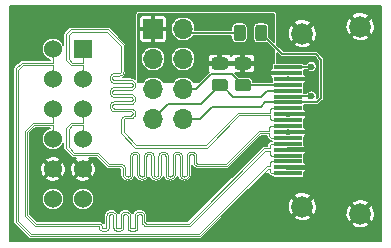
<source format=gbr>
%TF.GenerationSoftware,KiCad,Pcbnew,5.1.8*%
%TF.CreationDate,2021-01-07T21:55:06-06:00*%
%TF.ProjectId,hdmi_pmod,68646d69-5f70-46d6-9f64-2e6b69636164,rev?*%
%TF.SameCoordinates,Original*%
%TF.FileFunction,Copper,L1,Top*%
%TF.FilePolarity,Positive*%
%FSLAX46Y46*%
G04 Gerber Fmt 4.6, Leading zero omitted, Abs format (unit mm)*
G04 Created by KiCad (PCBNEW 5.1.8) date 2021-01-07 21:55:06*
%MOMM*%
%LPD*%
G01*
G04 APERTURE LIST*
%TA.AperFunction,ComponentPad*%
%ADD10R,1.700000X1.700000*%
%TD*%
%TA.AperFunction,ComponentPad*%
%ADD11O,1.700000X1.700000*%
%TD*%
%TA.AperFunction,ComponentPad*%
%ADD12R,1.524000X1.524000*%
%TD*%
%TA.AperFunction,ComponentPad*%
%ADD13C,1.524000*%
%TD*%
%TA.AperFunction,ComponentPad*%
%ADD14C,1.828800*%
%TD*%
%TA.AperFunction,SMDPad,CuDef*%
%ADD15R,2.387600X0.330200*%
%TD*%
%TA.AperFunction,ViaPad*%
%ADD16C,0.600000*%
%TD*%
%TA.AperFunction,Conductor*%
%ADD17C,0.095500*%
%TD*%
%TA.AperFunction,Conductor*%
%ADD18C,0.127000*%
%TD*%
%TA.AperFunction,Conductor*%
%ADD19C,0.100000*%
%TD*%
G04 APERTURE END LIST*
D10*
%TO.P,J1,1*%
%TO.N,+5V*%
X97150000Y-66000000D03*
D11*
%TO.P,J1,2*%
%TO.N,+3V3*%
X99690000Y-66000000D03*
%TO.P,J1,3*%
%TO.N,GND*%
X97150000Y-68540000D03*
%TO.P,J1,4*%
%TO.N,/HEAC-*%
X99690000Y-68540000D03*
%TO.P,J1,5*%
%TO.N,/HEAC+*%
X97150000Y-71080000D03*
%TO.P,J1,6*%
%TO.N,/SDA*%
X99690000Y-71080000D03*
%TO.P,J1,7*%
%TO.N,/SCL*%
X97150000Y-73620000D03*
%TO.P,J1,8*%
%TO.N,/CEC*%
X99690000Y-73620000D03*
%TD*%
D12*
%TO.P,PMOD0,1*%
%TO.N,/TMDS_CLK+*%
X91211001Y-67716001D03*
D13*
%TO.P,PMOD0,7*%
%TO.N,/TMDS_B+*%
X88671001Y-67716001D03*
%TO.P,PMOD0,2*%
%TO.N,/TMDS_CLK-*%
X91211001Y-70256001D03*
%TO.P,PMOD0,8*%
%TO.N,/TMDS_B-*%
X88671001Y-70256001D03*
%TO.P,PMOD0,3*%
%TO.N,/TMDS_R+*%
X91211001Y-72796001D03*
%TO.P,PMOD0,9*%
%TO.N,/TMDS_G+*%
X88671001Y-72796001D03*
%TO.P,PMOD0,4*%
%TO.N,/TMDS_R-*%
X91211001Y-75336001D03*
%TO.P,PMOD0,10*%
%TO.N,/TMDS_G-*%
X88671001Y-75336001D03*
%TO.P,PMOD0,5*%
%TO.N,GND*%
X91211001Y-77876001D03*
%TO.P,PMOD0,11*%
X88671001Y-77876001D03*
%TO.P,PMOD0,6*%
%TO.N,+3V3*%
X91211001Y-80416001D03*
%TO.P,PMOD0,12*%
X88671001Y-80416001D03*
%TD*%
D14*
%TO.P,J0,SH*%
%TO.N,GND*%
X109778800Y-66407020D03*
X109778800Y-81056978D03*
X114678790Y-65806945D03*
X114678790Y-81657053D03*
D15*
%TO.P,J0,19*%
%TO.N,/HEAC-*%
X108585000Y-69231998D03*
%TO.P,J0,18*%
%TO.N,+5V*%
X108585000Y-69731999D03*
%TO.P,J0,17*%
%TO.N,GND*%
X108585000Y-70231998D03*
%TO.P,J0,16*%
%TO.N,/SDA*%
X108585000Y-70732000D03*
%TO.P,J0,15*%
%TO.N,/SCL*%
X108585000Y-71231999D03*
%TO.P,J0,14*%
%TO.N,/HEAC+*%
X108585000Y-71731998D03*
%TO.P,J0,13*%
%TO.N,/CEC*%
X108585000Y-72231999D03*
%TO.P,J0,12*%
%TO.N,/TMDS_CLK-*%
X108585000Y-72731998D03*
%TO.P,J0,11*%
%TO.N,GND*%
X108585000Y-73232000D03*
%TO.P,J0,10*%
%TO.N,/TMDS_CLK+*%
X108585000Y-73731999D03*
%TO.P,J0,9*%
%TO.N,/TMDS_R-*%
X108585000Y-74231998D03*
%TO.P,J0,8*%
%TO.N,GND*%
X108585000Y-74731999D03*
%TO.P,J0,7*%
%TO.N,/TMDS_R+*%
X108585000Y-75231998D03*
%TO.P,J0,6*%
%TO.N,/TMDS_G-*%
X108585000Y-75732000D03*
%TO.P,J0,5*%
%TO.N,GND*%
X108585000Y-76231999D03*
%TO.P,J0,4*%
%TO.N,/TMDS_G+*%
X108585000Y-76731998D03*
%TO.P,J0,3*%
%TO.N,/TMDS_B-*%
X108585000Y-77231999D03*
%TO.P,J0,2*%
%TO.N,GND*%
X108585000Y-77731998D03*
%TO.P,J0,1*%
%TO.N,/TMDS_B+*%
X108585000Y-78232000D03*
%TD*%
%TO.P,R1,1*%
%TO.N,+5V*%
%TA.AperFunction,SMDPad,CuDef*%
G36*
G01*
X102349999Y-68425000D02*
X103250001Y-68425000D01*
G75*
G02*
X103500000Y-68674999I0J-249999D01*
G01*
X103500000Y-69200001D01*
G75*
G02*
X103250001Y-69450000I-249999J0D01*
G01*
X102349999Y-69450000D01*
G75*
G02*
X102100000Y-69200001I0J249999D01*
G01*
X102100000Y-68674999D01*
G75*
G02*
X102349999Y-68425000I249999J0D01*
G01*
G37*
%TD.AperFunction*%
%TO.P,R1,2*%
%TO.N,/SCL*%
%TA.AperFunction,SMDPad,CuDef*%
G36*
G01*
X102349999Y-70250000D02*
X103250001Y-70250000D01*
G75*
G02*
X103500000Y-70499999I0J-249999D01*
G01*
X103500000Y-71025001D01*
G75*
G02*
X103250001Y-71275000I-249999J0D01*
G01*
X102349999Y-71275000D01*
G75*
G02*
X102100000Y-71025001I0J249999D01*
G01*
X102100000Y-70499999D01*
G75*
G02*
X102349999Y-70250000I249999J0D01*
G01*
G37*
%TD.AperFunction*%
%TD*%
%TO.P,R2,2*%
%TO.N,/SDA*%
%TA.AperFunction,SMDPad,CuDef*%
G36*
G01*
X104299999Y-70250000D02*
X105200001Y-70250000D01*
G75*
G02*
X105450000Y-70499999I0J-249999D01*
G01*
X105450000Y-71025001D01*
G75*
G02*
X105200001Y-71275000I-249999J0D01*
G01*
X104299999Y-71275000D01*
G75*
G02*
X104050000Y-71025001I0J249999D01*
G01*
X104050000Y-70499999D01*
G75*
G02*
X104299999Y-70250000I249999J0D01*
G01*
G37*
%TD.AperFunction*%
%TO.P,R2,1*%
%TO.N,+5V*%
%TA.AperFunction,SMDPad,CuDef*%
G36*
G01*
X104299999Y-68425000D02*
X105200001Y-68425000D01*
G75*
G02*
X105450000Y-68674999I0J-249999D01*
G01*
X105450000Y-69200001D01*
G75*
G02*
X105200001Y-69450000I-249999J0D01*
G01*
X104299999Y-69450000D01*
G75*
G02*
X104050000Y-69200001I0J249999D01*
G01*
X104050000Y-68674999D01*
G75*
G02*
X104299999Y-68425000I249999J0D01*
G01*
G37*
%TD.AperFunction*%
%TD*%
%TO.P,R3,1*%
%TO.N,+3V3*%
%TA.AperFunction,SMDPad,CuDef*%
G36*
G01*
X103962500Y-66800001D02*
X103962500Y-65899999D01*
G75*
G02*
X104212499Y-65650000I249999J0D01*
G01*
X104737501Y-65650000D01*
G75*
G02*
X104987500Y-65899999I0J-249999D01*
G01*
X104987500Y-66800001D01*
G75*
G02*
X104737501Y-67050000I-249999J0D01*
G01*
X104212499Y-67050000D01*
G75*
G02*
X103962500Y-66800001I0J249999D01*
G01*
G37*
%TD.AperFunction*%
%TO.P,R3,2*%
%TO.N,/CEC*%
%TA.AperFunction,SMDPad,CuDef*%
G36*
G01*
X105787500Y-66800001D02*
X105787500Y-65899999D01*
G75*
G02*
X106037499Y-65650000I249999J0D01*
G01*
X106562501Y-65650000D01*
G75*
G02*
X106812500Y-65899999I0J-249999D01*
G01*
X106812500Y-66800001D01*
G75*
G02*
X106562501Y-67050000I-249999J0D01*
G01*
X106037499Y-67050000D01*
G75*
G02*
X105787500Y-66800001I0J249999D01*
G01*
G37*
%TD.AperFunction*%
%TD*%
D16*
%TO.N,GND*%
X110550000Y-70200000D03*
X110550000Y-77700000D03*
X110550000Y-76200000D03*
X110550000Y-74700000D03*
X110550000Y-73250000D03*
%TO.N,/HEAC+*%
X110550000Y-71700000D03*
%TO.N,/HEAC-*%
X110550000Y-69200000D03*
%TD*%
D17*
%TO.N,/TMDS_R+*%
X97087980Y-78550149D02*
X97146576Y-78608745D01*
X97756107Y-78479983D02*
X97783476Y-78401766D01*
X94586721Y-77752834D02*
X94602048Y-77796638D01*
X97422694Y-78689481D02*
X97505040Y-78680202D01*
X95807245Y-76788784D02*
X95807245Y-78319420D01*
X98416742Y-78652833D02*
X98494959Y-78680202D01*
X97813278Y-76698864D02*
X97837969Y-76659569D01*
X96613278Y-76698864D02*
X96637969Y-76659569D01*
X97294959Y-78680202D02*
X97377305Y-78689481D01*
X100310079Y-76602063D02*
X100353883Y-76586736D01*
X97653423Y-78608745D02*
X97712019Y-78550149D01*
X99777305Y-78689481D02*
X99822694Y-78689481D01*
X98577305Y-78689481D02*
X98622694Y-78689481D01*
X100586721Y-76698864D02*
X100602048Y-76742668D01*
X96929215Y-76626754D02*
X96962030Y-76659569D01*
X97783476Y-78401766D02*
X97792755Y-78319420D01*
X96846116Y-76586736D02*
X96889920Y-76602063D01*
X96753883Y-76586736D02*
X96800000Y-76581539D01*
X96710079Y-76602063D02*
X96753883Y-76586736D01*
X96670784Y-76626754D02*
X96710079Y-76602063D01*
X97797951Y-76742668D02*
X97813278Y-76698864D01*
X103412842Y-77635510D02*
X106193452Y-74854900D01*
X96592755Y-76788784D02*
X96597951Y-76742668D01*
X97792755Y-76788784D02*
X97797951Y-76742668D01*
X97377305Y-78689481D02*
X97422694Y-78689481D01*
X100237969Y-76659569D02*
X100270784Y-76626754D01*
X96583476Y-78401766D02*
X96592755Y-78319420D01*
X99329215Y-76626754D02*
X99362030Y-76659569D01*
X99386721Y-76698864D02*
X99402048Y-76742668D01*
X96383257Y-78652833D02*
X96453423Y-78608745D01*
X96305040Y-78680202D02*
X96383257Y-78652833D01*
X96177305Y-78689481D02*
X96222694Y-78689481D01*
X98000000Y-76581539D02*
X98046116Y-76586736D01*
X96592755Y-78319420D02*
X96592755Y-76788784D01*
X96094959Y-78680202D02*
X96177305Y-78689481D01*
X95946576Y-78608745D02*
X96016742Y-78652833D01*
X95816523Y-78401766D02*
X95843892Y-78479983D01*
X100977305Y-77635510D02*
X103412842Y-77635510D01*
X97043892Y-78479983D02*
X97087980Y-78550149D01*
X95807245Y-78319420D02*
X95816523Y-78401766D01*
X98202048Y-76742668D02*
X98207245Y-76788784D01*
X96512019Y-78550149D02*
X96556107Y-78479983D01*
X98912019Y-78550149D02*
X98956107Y-78479983D01*
X94816742Y-78652833D02*
X94894959Y-78680202D01*
X98287980Y-78550149D02*
X98346576Y-78608745D01*
X94616523Y-78401766D02*
X94643892Y-78479983D01*
X96016742Y-78652833D02*
X96094959Y-78680202D01*
X100894959Y-77626232D02*
X100977305Y-77635510D01*
X97583257Y-78652833D02*
X97653423Y-78608745D01*
X95786721Y-76698864D02*
X95802048Y-76742668D01*
X94607245Y-77842755D02*
X94607245Y-78319420D01*
X99407245Y-78319420D02*
X99416523Y-78401766D01*
X95802048Y-76742668D02*
X95807245Y-76788784D01*
X94529215Y-77680724D02*
X94562030Y-77713539D01*
X98494959Y-78680202D02*
X98577305Y-78689481D01*
X94562030Y-77713539D02*
X94586721Y-77752834D01*
X98046116Y-76586736D02*
X98089920Y-76602063D01*
X96597951Y-76742668D02*
X96613278Y-76698864D01*
X93373158Y-77635510D02*
X94400000Y-77635510D01*
X95510079Y-76602063D02*
X95553883Y-76586736D01*
X94687980Y-78550149D02*
X94746576Y-78608745D01*
X100643892Y-77426013D02*
X100687980Y-77496179D01*
X90181548Y-73970100D02*
X89795100Y-74356548D01*
X107000000Y-75100000D02*
X107131998Y-75231998D01*
X95887980Y-78550149D02*
X95946576Y-78608745D01*
X99616742Y-78652833D02*
X99694959Y-78680202D01*
X91211001Y-72796001D02*
X91211001Y-73970100D01*
X95183257Y-78652833D02*
X95253423Y-78608745D01*
X97007245Y-76788784D02*
X97007245Y-78319420D01*
X97792755Y-78319420D02*
X97792755Y-76788784D01*
X98207245Y-78319420D02*
X98216523Y-78401766D01*
X96962030Y-76659569D02*
X96986721Y-76698864D01*
X91211001Y-73970100D02*
X90181548Y-73970100D01*
X98992755Y-76788784D02*
X98997951Y-76742668D01*
X94602048Y-77796638D02*
X94607245Y-77842755D01*
X98186721Y-76698864D02*
X98202048Y-76742668D01*
X98853423Y-78608745D02*
X98912019Y-78550149D01*
X90406548Y-76704900D02*
X92442548Y-76704900D01*
X99983257Y-78652833D02*
X100053423Y-78608745D01*
X95312019Y-78550149D02*
X95356107Y-78479983D01*
X94746576Y-78608745D02*
X94816742Y-78652833D01*
X94977305Y-78689481D02*
X95022694Y-78689481D01*
X97007245Y-78319420D02*
X97016523Y-78401766D01*
X95356107Y-78479983D02*
X95383476Y-78401766D01*
X97712019Y-78550149D02*
X97756107Y-78479983D01*
X95600000Y-76581539D02*
X95646116Y-76586736D01*
X94643892Y-78479983D02*
X94687980Y-78550149D01*
X89795100Y-76093452D02*
X90406548Y-76704900D01*
X95392755Y-78319420D02*
X95392755Y-76788784D01*
X95646116Y-76586736D02*
X95689920Y-76602063D01*
X97002048Y-76742668D02*
X97007245Y-76788784D01*
X94607245Y-78319420D02*
X94616523Y-78401766D01*
X94446116Y-77640706D02*
X94489920Y-77656033D01*
X99416523Y-78401766D02*
X99443892Y-78479983D01*
X95383476Y-78401766D02*
X95392755Y-78319420D01*
X95022694Y-78689481D02*
X95105040Y-78680202D01*
X95105040Y-78680202D02*
X95183257Y-78652833D01*
X97870784Y-76626754D02*
X97910079Y-76602063D01*
X92442548Y-76704900D02*
X93373158Y-77635510D01*
X96800000Y-76581539D02*
X96846116Y-76586736D01*
X95413278Y-76698864D02*
X95437969Y-76659569D01*
X95392755Y-76788784D02*
X95397951Y-76742668D01*
X99822694Y-78689481D02*
X99905040Y-78680202D01*
X97016523Y-78401766D02*
X97043892Y-78479983D01*
X97505040Y-78680202D02*
X97583257Y-78652833D01*
X94400000Y-77635510D02*
X94446116Y-77640706D01*
X100213278Y-76698864D02*
X100237969Y-76659569D01*
X95553883Y-76586736D02*
X95600000Y-76581539D01*
X94894959Y-78680202D02*
X94977305Y-78689481D01*
X96222694Y-78689481D02*
X96305040Y-78680202D01*
X95397951Y-76742668D02*
X95413278Y-76698864D01*
X100183476Y-78401766D02*
X100192755Y-78319420D01*
X95689920Y-76602063D02*
X95729215Y-76626754D01*
X95253423Y-78608745D02*
X95312019Y-78550149D01*
X95470784Y-76626754D02*
X95510079Y-76602063D01*
X99487980Y-78550149D02*
X99546576Y-78608745D01*
X95729215Y-76626754D02*
X95762030Y-76659569D01*
X100602048Y-76742668D02*
X100607245Y-76788784D01*
X96453423Y-78608745D02*
X96512019Y-78550149D01*
X97910079Y-76602063D02*
X97953883Y-76586736D01*
X95762030Y-76659569D02*
X95786721Y-76698864D01*
X96637969Y-76659569D02*
X96670784Y-76626754D01*
X97837969Y-76659569D02*
X97870784Y-76626754D01*
X98622694Y-78689481D02*
X98705040Y-78680202D01*
X97953883Y-76586736D02*
X98000000Y-76581539D01*
X98089920Y-76602063D02*
X98129215Y-76626754D01*
X98129215Y-76626754D02*
X98162030Y-76659569D01*
X99013278Y-76698864D02*
X99037969Y-76659569D01*
X99110079Y-76602063D02*
X99153883Y-76586736D01*
X98162030Y-76659569D02*
X98186721Y-76698864D01*
X98207245Y-76788784D02*
X98207245Y-78319420D01*
X98956107Y-78479983D02*
X98983476Y-78401766D01*
X98216523Y-78401766D02*
X98243892Y-78479983D01*
X96889920Y-76602063D02*
X96929215Y-76626754D01*
X98243892Y-78479983D02*
X98287980Y-78550149D01*
X98705040Y-78680202D02*
X98783257Y-78652833D01*
X95437969Y-76659569D02*
X95470784Y-76626754D01*
X100353883Y-76586736D02*
X100400000Y-76581539D01*
X98983476Y-78401766D02*
X98992755Y-78319420D01*
X99443892Y-78479983D02*
X99487980Y-78550149D01*
X98992755Y-78319420D02*
X98992755Y-76788784D01*
X98997951Y-76742668D02*
X99013278Y-76698864D01*
X99407245Y-76788784D02*
X99407245Y-78319420D01*
X99037969Y-76659569D02*
X99070784Y-76626754D01*
X99070784Y-76626754D02*
X99110079Y-76602063D01*
X99246116Y-76586736D02*
X99289920Y-76602063D01*
X99289920Y-76602063D02*
X99329215Y-76626754D01*
X98346576Y-78608745D02*
X98416742Y-78652833D01*
X96556107Y-78479983D02*
X96583476Y-78401766D01*
X99362030Y-76659569D02*
X99386721Y-76698864D01*
X99402048Y-76742668D02*
X99407245Y-76788784D01*
X89795100Y-74356548D02*
X89795100Y-76093452D01*
X96986721Y-76698864D02*
X97002048Y-76742668D01*
X99546576Y-78608745D02*
X99616742Y-78652833D01*
X99694959Y-78680202D02*
X99777305Y-78689481D01*
X99905040Y-78680202D02*
X99983257Y-78652833D01*
X94489920Y-77656033D02*
X94529215Y-77680724D01*
X100053423Y-78608745D02*
X100112019Y-78550149D01*
X97216742Y-78652833D02*
X97294959Y-78680202D01*
X95843892Y-78479983D02*
X95887980Y-78550149D01*
X100112019Y-78550149D02*
X100156107Y-78479983D01*
X100616523Y-77347796D02*
X100643892Y-77426013D01*
X100156107Y-78479983D02*
X100183476Y-78401766D01*
X100192755Y-78319420D02*
X100192755Y-76788784D01*
X98783257Y-78652833D02*
X98853423Y-78608745D01*
X100607245Y-76788784D02*
X100607245Y-77265450D01*
X99153883Y-76586736D02*
X99200000Y-76581539D01*
X100192755Y-76788784D02*
X100197951Y-76742668D01*
X99200000Y-76581539D02*
X99246116Y-76586736D01*
X100197951Y-76742668D02*
X100213278Y-76698864D01*
X100270784Y-76626754D02*
X100310079Y-76602063D01*
X100400000Y-76581539D02*
X100446116Y-76586736D01*
X100446116Y-76586736D02*
X100489920Y-76602063D01*
X100489920Y-76602063D02*
X100529215Y-76626754D01*
X97146576Y-78608745D02*
X97216742Y-78652833D01*
X100529215Y-76626754D02*
X100562030Y-76659569D01*
X107000000Y-74854900D02*
X107000000Y-75100000D01*
X100562030Y-76659569D02*
X100586721Y-76698864D01*
X100607245Y-77265450D02*
X100616523Y-77347796D01*
X100687980Y-77496179D02*
X100746576Y-77554775D01*
X100746576Y-77554775D02*
X100816742Y-77598863D01*
X100816742Y-77598863D02*
X100894959Y-77626232D01*
X106193452Y-74854900D02*
X107000000Y-74854900D01*
X107131998Y-75231998D02*
X108585000Y-75231998D01*
D18*
%TO.N,GND*%
X108585000Y-70231998D02*
X110718002Y-70231998D01*
X110718002Y-70231998D02*
X110750000Y-70200000D01*
X108585000Y-77731998D02*
X110518002Y-77731998D01*
X110518002Y-77731998D02*
X110550000Y-77700000D01*
X108585000Y-76231999D02*
X110518001Y-76231999D01*
X110518001Y-76231999D02*
X110550000Y-76200000D01*
X108585000Y-74731999D02*
X110518001Y-74731999D01*
X110518001Y-74731999D02*
X110550000Y-74700000D01*
X108585000Y-73232000D02*
X110532000Y-73232000D01*
X110532000Y-73232000D02*
X110550000Y-73250000D01*
D17*
%TO.N,/TMDS_R-*%
X107118002Y-74231998D02*
X108585000Y-74231998D01*
X100792755Y-76766090D02*
X100792755Y-77242755D01*
X100783476Y-76683744D02*
X100792755Y-76766090D01*
X100756107Y-76605527D02*
X100783476Y-76683744D01*
X100653423Y-76476765D02*
X100712019Y-76535361D01*
X100216742Y-76432677D02*
X100294959Y-76405308D01*
X100146576Y-76476765D02*
X100216742Y-76432677D01*
X100377305Y-76396029D02*
X100422694Y-76396029D01*
X100043892Y-76605527D02*
X100087980Y-76535361D01*
X100007245Y-78296726D02*
X100007245Y-76766090D01*
X99962030Y-78425941D02*
X99986721Y-78386646D01*
X99929215Y-78458756D02*
X99962030Y-78425941D01*
X99889920Y-78483447D02*
X99929215Y-78458756D01*
X99592755Y-76766090D02*
X99592755Y-78296726D01*
X99583476Y-76683744D02*
X99592755Y-76766090D01*
X99556107Y-76605527D02*
X99583476Y-76683744D01*
X99453423Y-76476765D02*
X99512019Y-76535361D01*
X99222694Y-76396029D02*
X99305040Y-76405308D01*
X99177305Y-76396029D02*
X99222694Y-76396029D01*
X99094959Y-76405308D02*
X99177305Y-76396029D01*
X98946576Y-76476765D02*
X99016742Y-76432677D01*
X98807245Y-76766090D02*
X98816523Y-76683744D01*
X98807245Y-78296726D02*
X98807245Y-76766090D01*
X98802048Y-78342842D02*
X98807245Y-78296726D01*
X98786721Y-78386646D02*
X98802048Y-78342842D01*
X98510079Y-78483447D02*
X98553883Y-78498774D01*
X98383476Y-76683744D02*
X98392755Y-76766090D01*
X98253423Y-76476765D02*
X98312019Y-76535361D01*
X98105040Y-76405308D02*
X98183257Y-76432677D01*
X98022694Y-76396029D02*
X98105040Y-76405308D01*
X97977305Y-76396029D02*
X98022694Y-76396029D01*
X103301648Y-77450000D02*
X106106548Y-74645100D01*
X97816742Y-76432677D02*
X97894959Y-76405308D01*
X99613278Y-78386646D02*
X99637969Y-78425941D01*
X97643892Y-76605527D02*
X97687980Y-76535361D01*
X99592755Y-78296726D02*
X99597951Y-78342842D01*
X97607245Y-76766090D02*
X97616523Y-76683744D01*
X97602048Y-78342842D02*
X97607245Y-78296726D01*
X97586721Y-78386646D02*
X97602048Y-78342842D01*
X97489920Y-78483447D02*
X97529215Y-78458756D01*
X97400000Y-78503971D02*
X97446116Y-78498774D01*
X97310079Y-78483447D02*
X97353883Y-78498774D01*
X97270784Y-78458756D02*
X97310079Y-78483447D01*
X97213278Y-78386646D02*
X97237969Y-78425941D01*
X97192755Y-76766090D02*
X97192755Y-78296726D01*
X97156107Y-76605527D02*
X97183476Y-76683744D01*
X97112019Y-76535361D02*
X97156107Y-76605527D01*
X97053423Y-76476765D02*
X97112019Y-76535361D01*
X96546576Y-76476765D02*
X96616742Y-76432677D01*
X99305040Y-76405308D02*
X99383257Y-76432677D01*
X96616742Y-76432677D02*
X96694959Y-76405308D01*
X96487980Y-76535361D02*
X96546576Y-76476765D01*
X96443892Y-76605527D02*
X96487980Y-76535361D01*
X96416523Y-76683744D02*
X96443892Y-76605527D01*
X96407245Y-76766090D02*
X96416523Y-76683744D01*
X96407245Y-78296726D02*
X96407245Y-76766090D01*
X96402048Y-78342842D02*
X96407245Y-78296726D01*
X96386721Y-78386646D02*
X96402048Y-78342842D01*
X100712019Y-76535361D02*
X100756107Y-76605527D01*
X96037969Y-78425941D02*
X96070784Y-78458756D01*
X96013278Y-78386646D02*
X96037969Y-78425941D01*
X95997951Y-78342842D02*
X96013278Y-78386646D01*
X95992755Y-78296726D02*
X95997951Y-78342842D01*
X95992755Y-76766090D02*
X95992755Y-78296726D01*
X95983476Y-76683744D02*
X95992755Y-76766090D01*
X95956107Y-76605527D02*
X95983476Y-76683744D01*
X95853423Y-76476765D02*
X95912019Y-76535361D01*
X95783257Y-76432677D02*
X95853423Y-76476765D01*
X95705040Y-76405308D02*
X95783257Y-76432677D01*
X100505040Y-76405308D02*
X100583257Y-76432677D01*
X97446116Y-78498774D02*
X97489920Y-78483447D01*
X95622694Y-76396029D02*
X95705040Y-76405308D01*
X95577305Y-76396029D02*
X95622694Y-76396029D01*
X98356107Y-76605527D02*
X98383476Y-76683744D01*
X95243892Y-76605527D02*
X95287980Y-76535361D01*
X96983257Y-76432677D02*
X97053423Y-76476765D01*
X95207245Y-78296726D02*
X95207245Y-76766090D01*
X100910079Y-77429477D02*
X100953883Y-77444804D01*
X98689920Y-78483447D02*
X98729215Y-78458756D01*
X95202048Y-78342842D02*
X95207245Y-78296726D01*
X100870784Y-77404786D02*
X100910079Y-77429477D01*
X95186721Y-78386646D02*
X95202048Y-78342842D01*
X100837969Y-77371971D02*
X100870784Y-77404786D01*
X95162030Y-78425941D02*
X95186721Y-78386646D01*
X99846116Y-78498774D02*
X99889920Y-78483447D01*
X95046116Y-78498774D02*
X95089920Y-78483447D01*
X95000000Y-78503971D02*
X95046116Y-78498774D01*
X94910079Y-78483447D02*
X94953883Y-78498774D01*
X94870784Y-78458756D02*
X94910079Y-78483447D01*
X94797951Y-78342842D02*
X94813278Y-78386646D01*
X100813278Y-77332676D02*
X100837969Y-77371971D01*
X100087980Y-76535361D02*
X100146576Y-76476765D01*
X97353883Y-78498774D02*
X97400000Y-78503971D01*
X95129215Y-78458756D02*
X95162030Y-78425941D01*
X99670784Y-78458756D02*
X99710079Y-78483447D01*
X107000000Y-74350000D02*
X107118002Y-74231998D01*
X98762030Y-78425941D02*
X98786721Y-78386646D01*
X90004900Y-76006548D02*
X90493452Y-76495100D01*
X98600000Y-78503971D02*
X98646116Y-78498774D01*
X98553883Y-78498774D02*
X98600000Y-78503971D01*
X97197951Y-78342842D02*
X97213278Y-78386646D01*
X98312019Y-76535361D02*
X98356107Y-76605527D01*
X95216523Y-76683744D02*
X95243892Y-76605527D01*
X97192755Y-78296726D02*
X97197951Y-78342842D01*
X98183257Y-76432677D02*
X98253423Y-76476765D01*
X97607245Y-78296726D02*
X97607245Y-76766090D01*
X95207245Y-76766090D02*
X95216523Y-76683744D01*
X99753883Y-78498774D02*
X99800000Y-78503971D01*
X94813278Y-78386646D02*
X94837969Y-78425941D01*
X100583257Y-76432677D02*
X100653423Y-76476765D01*
X94837969Y-78425941D02*
X94870784Y-78458756D01*
X100792755Y-77242755D02*
X100797951Y-77288872D01*
X97687980Y-76535361D02*
X97746576Y-76476765D01*
X96110079Y-78483447D02*
X96153883Y-78498774D01*
X99710079Y-78483447D02*
X99753883Y-78498774D01*
X94953883Y-78498774D02*
X95000000Y-78503971D01*
X98816523Y-76683744D02*
X98843892Y-76605527D01*
X98887980Y-76535361D02*
X98946576Y-76476765D01*
X97183476Y-76683744D02*
X97192755Y-76766090D01*
X94783476Y-77737714D02*
X94792755Y-77820060D01*
X98392755Y-78296726D02*
X98397951Y-78342842D01*
X98646116Y-78498774D02*
X98689920Y-78483447D01*
X95089920Y-78483447D02*
X95129215Y-78458756D01*
X98413278Y-78386646D02*
X98437969Y-78425941D01*
X99512019Y-76535361D02*
X99556107Y-76605527D01*
X94583257Y-77486647D02*
X94653423Y-77530735D01*
X96822694Y-76396029D02*
X96905040Y-76405308D01*
X100422694Y-76396029D02*
X100505040Y-76405308D01*
X95912019Y-76535361D02*
X95956107Y-76605527D01*
X98470784Y-78458756D02*
X98510079Y-78483447D01*
X107000000Y-74645100D02*
X107000000Y-74350000D01*
X100007245Y-76766090D02*
X100016523Y-76683744D01*
X94422694Y-77450000D02*
X94505040Y-77459278D01*
X98392755Y-76766090D02*
X98392755Y-78296726D01*
X99800000Y-78503971D02*
X99846116Y-78498774D01*
X99597951Y-78342842D02*
X99613278Y-78386646D01*
X97616523Y-76683744D02*
X97643892Y-76605527D01*
X99016742Y-76432677D02*
X99094959Y-76405308D01*
X96153883Y-78498774D02*
X96200000Y-78503971D01*
X96200000Y-78503971D02*
X96246116Y-78498774D01*
X95287980Y-76535361D02*
X95346576Y-76476765D01*
X92495100Y-76495100D02*
X93450000Y-77450000D01*
X96777305Y-76396029D02*
X96822694Y-76396029D01*
X95494959Y-76405308D02*
X95577305Y-76396029D01*
X100002048Y-78342842D02*
X100007245Y-78296726D01*
X96905040Y-76405308D02*
X96983257Y-76432677D01*
X96362030Y-78425941D02*
X96386721Y-78386646D01*
X97529215Y-78458756D02*
X97562030Y-78425941D01*
X97562030Y-78425941D02*
X97586721Y-78386646D01*
X97894959Y-76405308D02*
X97977305Y-76396029D01*
X95346576Y-76476765D02*
X95416742Y-76432677D01*
X95416742Y-76432677D02*
X95494959Y-76405308D01*
X91211001Y-74179900D02*
X90268452Y-74179900D01*
X98843892Y-76605527D02*
X98887980Y-76535361D01*
X98397951Y-78342842D02*
X98413278Y-78386646D01*
X90268452Y-74179900D02*
X90004900Y-74443452D01*
X98437969Y-78425941D02*
X98470784Y-78458756D01*
X99637969Y-78425941D02*
X99670784Y-78458756D01*
X106106548Y-74645100D02*
X107000000Y-74645100D01*
X96246116Y-78498774D02*
X96289920Y-78483447D01*
X96289920Y-78483447D02*
X96329215Y-78458756D01*
X96329215Y-78458756D02*
X96362030Y-78425941D01*
X94505040Y-77459278D02*
X94583257Y-77486647D01*
X98729215Y-78458756D02*
X98762030Y-78425941D01*
X100294959Y-76405308D02*
X100377305Y-76396029D01*
X100016523Y-76683744D02*
X100043892Y-76605527D01*
X99986721Y-78386646D02*
X100002048Y-78342842D01*
X97237969Y-78425941D02*
X97270784Y-78458756D01*
X99383257Y-76432677D02*
X99453423Y-76476765D01*
X96694959Y-76405308D02*
X96777305Y-76396029D01*
X96070784Y-78458756D02*
X96110079Y-78483447D01*
X91211001Y-75336001D02*
X91211001Y-74179900D01*
X100797951Y-77288872D02*
X100813278Y-77332676D01*
X90004900Y-74443452D02*
X90004900Y-76006548D01*
X97746576Y-76476765D02*
X97816742Y-76432677D01*
X90493452Y-76495100D02*
X92495100Y-76495100D01*
X93450000Y-77450000D02*
X94422694Y-77450000D01*
X94653423Y-77530735D02*
X94712019Y-77589331D01*
X100953883Y-77444804D02*
X101000000Y-77450000D01*
X94792755Y-77820060D02*
X94792755Y-78296726D01*
X94712019Y-77589331D02*
X94756107Y-77659497D01*
X101000000Y-77450000D02*
X103301648Y-77450000D01*
X94792755Y-78296726D02*
X94797951Y-78342842D01*
X94756107Y-77659497D02*
X94783476Y-77737714D01*
%TO.N,/TMDS_G+*%
X107556300Y-76731998D02*
X108585000Y-76731998D01*
X95787438Y-82951467D02*
X95804138Y-82903741D01*
X95583999Y-83079297D02*
X95634244Y-83073635D01*
X94926542Y-81723068D02*
X94957435Y-81753961D01*
X95000000Y-81875603D02*
X95000000Y-82853496D01*
X93218992Y-83073635D02*
X93266718Y-83056935D01*
X95804138Y-82903741D02*
X95809800Y-82853496D01*
X95005661Y-82903741D02*
X95022361Y-82951467D01*
X96209565Y-82408289D02*
X96237780Y-82488925D01*
X94995108Y-81832190D02*
X95000000Y-81875603D01*
X94957435Y-81753961D02*
X94980679Y-81790953D01*
X94889550Y-81699824D02*
X94926542Y-81723068D01*
X95809800Y-81875603D02*
X95814691Y-81832190D01*
X95127829Y-83056935D02*
X95175555Y-83073635D01*
X94848313Y-81685395D02*
X94889550Y-81699824D01*
X94683257Y-81723068D02*
X94720249Y-81699824D01*
X95000000Y-82853496D02*
X95005661Y-82903741D01*
X96200000Y-81875603D02*
X96200000Y-82323397D01*
X94804900Y-81680503D02*
X94848313Y-81685395D01*
X93520249Y-81699824D02*
X93561486Y-81685395D01*
X100243452Y-82704900D02*
X106611453Y-76336899D01*
X94761486Y-81685395D02*
X94804900Y-81680503D01*
X94629120Y-81790953D02*
X94652364Y-81753961D01*
X95022361Y-82951467D02*
X95049262Y-82994280D01*
X93345285Y-82994280D02*
X93372186Y-82951467D01*
X94609800Y-82853496D02*
X94609800Y-81875603D01*
X93648313Y-81685395D02*
X93689550Y-81699824D01*
X94604138Y-82903741D02*
X94609800Y-82853496D01*
X94481970Y-83056935D02*
X94524783Y-83030034D01*
X86295100Y-74656548D02*
X86295100Y-81843452D01*
X94025800Y-83079297D02*
X94383999Y-83079297D01*
X93975555Y-83073635D02*
X94025800Y-83079297D01*
X93849262Y-82994280D02*
X93885016Y-83030034D01*
X93822361Y-82951467D02*
X93849262Y-82994280D01*
X92554900Y-82704900D02*
X92561541Y-82705648D01*
X93429120Y-81790953D02*
X93452364Y-81753961D01*
X93452364Y-81753961D02*
X93483257Y-81723068D01*
X93805661Y-82903741D02*
X93822361Y-82951467D01*
X95085016Y-83030034D02*
X95127829Y-83056935D01*
X94614691Y-81832190D02*
X94629120Y-81790953D01*
X93372186Y-82951467D02*
X93388886Y-82903741D01*
X93757435Y-81753961D02*
X93780679Y-81790953D01*
X94587438Y-82951467D02*
X94604138Y-82903741D01*
X92712577Y-83056935D02*
X92760303Y-83073635D01*
X92810548Y-83079297D02*
X93168747Y-83079297D01*
X93483257Y-81723068D02*
X93520249Y-81699824D01*
X93168747Y-83079297D02*
X93218992Y-83073635D01*
X96200000Y-82323397D02*
X96209565Y-82408289D01*
X92573509Y-82711411D02*
X92578236Y-82716138D01*
X107016448Y-76616448D02*
X107131998Y-76731998D01*
X86295100Y-81843452D02*
X87156548Y-82704900D01*
X92760303Y-83073635D02*
X92810548Y-83079297D01*
X88671001Y-72796001D02*
X88671001Y-73950000D01*
X92584748Y-82853496D02*
X92590409Y-82903741D01*
X92567850Y-82707855D02*
X92573509Y-82711411D01*
X92583999Y-82728106D02*
X92584748Y-82734748D01*
X88671001Y-73950000D02*
X87001648Y-73950000D01*
X95829120Y-81790953D02*
X95852364Y-81753961D01*
X95814691Y-81832190D02*
X95829120Y-81790953D01*
X107016448Y-76336899D02*
X107016448Y-76616448D01*
X93689550Y-81699824D02*
X93726542Y-81723068D01*
X87156548Y-82704900D02*
X92554900Y-82704900D01*
X92590409Y-82903741D02*
X92607109Y-82951467D01*
X92581792Y-82721797D02*
X92583999Y-82728106D01*
X95225800Y-83079297D02*
X95583999Y-83079297D01*
X92561541Y-82705648D02*
X92567850Y-82707855D01*
X94980679Y-81790953D02*
X94995108Y-81832190D01*
X92669764Y-83030034D02*
X92712577Y-83056935D01*
X93800000Y-82853496D02*
X93805661Y-82903741D01*
X93795108Y-81832190D02*
X93800000Y-81875603D01*
X87001648Y-73950000D02*
X86295100Y-74656548D01*
X93604900Y-81680503D02*
X93648313Y-81685395D01*
X93309531Y-83030034D02*
X93345285Y-82994280D01*
X95049262Y-82994280D02*
X95085016Y-83030034D01*
X94434244Y-83073635D02*
X94481970Y-83056935D01*
X92607109Y-82951467D02*
X92634010Y-82994280D01*
X94524783Y-83030034D02*
X94560537Y-82994280D01*
X93388886Y-82903741D02*
X93394548Y-82853496D01*
X95634244Y-83073635D02*
X95681970Y-83056935D01*
X93394548Y-82853496D02*
X93394548Y-82600000D01*
X94609800Y-81875603D02*
X94614691Y-81832190D01*
X93885016Y-83030034D02*
X93927829Y-83056935D01*
X93394548Y-82600000D02*
X93409800Y-82600000D01*
X93409800Y-81875603D02*
X93414691Y-81832190D01*
X94652364Y-81753961D02*
X94683257Y-81723068D01*
X93414691Y-81832190D02*
X93429120Y-81790953D01*
X93409800Y-82600000D02*
X93409800Y-81875603D01*
X95724783Y-83030034D02*
X95760537Y-82994280D01*
X93266718Y-83056935D02*
X93309531Y-83030034D01*
X93561486Y-81685395D02*
X93604900Y-81680503D01*
X93726542Y-81723068D02*
X93757435Y-81753961D01*
X95852364Y-81753961D02*
X95883257Y-81723068D01*
X93780679Y-81790953D02*
X93795108Y-81832190D01*
X95809800Y-82853496D02*
X95809800Y-81875603D01*
X94720249Y-81699824D02*
X94761486Y-81685395D01*
X92634010Y-82994280D02*
X92669764Y-83030034D01*
X95175555Y-83073635D02*
X95225800Y-83079297D01*
X93800000Y-81875603D02*
X93800000Y-82853496D01*
X95920249Y-81699824D02*
X95961486Y-81685395D01*
X95961486Y-81685395D02*
X96004900Y-81680503D01*
X96004900Y-81680503D02*
X96048313Y-81685395D01*
X96048313Y-81685395D02*
X96089550Y-81699824D01*
X92584748Y-82734748D02*
X92584748Y-82853496D01*
X96089550Y-81699824D02*
X96126542Y-81723068D01*
X96126542Y-81723068D02*
X96157435Y-81753961D01*
X96496611Y-82695335D02*
X96581503Y-82704900D01*
X96180679Y-81790953D02*
X96195108Y-81832190D01*
X96195108Y-81832190D02*
X96200000Y-81875603D01*
X96237780Y-82488925D02*
X96283232Y-82561261D01*
X96283232Y-82561261D02*
X96343639Y-82621668D01*
X95760537Y-82994280D02*
X95787438Y-82951467D01*
X96343639Y-82621668D02*
X96415975Y-82667120D01*
X96415975Y-82667120D02*
X96496611Y-82695335D01*
X106611453Y-76336899D02*
X107016448Y-76336899D01*
X93927829Y-83056935D02*
X93975555Y-83073635D01*
X107131998Y-76731998D02*
X108585000Y-76731998D01*
X96581503Y-82704900D02*
X100243452Y-82704900D01*
X96157435Y-81753961D02*
X96180679Y-81790953D01*
X94560537Y-82994280D02*
X94587438Y-82951467D01*
X95883257Y-81723068D02*
X95920249Y-81699824D01*
X92578236Y-82716138D02*
X92581792Y-82721797D01*
X95681970Y-83056935D02*
X95724783Y-83030034D01*
X94383999Y-83079297D02*
X94434244Y-83073635D01*
%TO.N,/TMDS_G-*%
X107556300Y-75732000D02*
X108585000Y-75732000D01*
X107016448Y-76127099D02*
X107016448Y-75833552D01*
X96561486Y-82490209D02*
X96604900Y-82495100D01*
X96414691Y-82343414D02*
X96429120Y-82384651D01*
X96409800Y-82300000D02*
X96414691Y-82343414D01*
X96409800Y-81852207D02*
X96409800Y-82300000D01*
X96326567Y-81614343D02*
X96372019Y-81686679D01*
X96266160Y-81553936D02*
X96326567Y-81614343D01*
X96113188Y-81480269D02*
X96193824Y-81508484D01*
X95896611Y-81480269D02*
X95981503Y-81470703D01*
X95815975Y-81508484D02*
X95896611Y-81480269D01*
X95637780Y-81686679D02*
X95683232Y-81614343D01*
X96429120Y-82384651D02*
X96452364Y-82421643D01*
X95609565Y-81767315D02*
X95637780Y-81686679D01*
X95600000Y-81852207D02*
X95609565Y-81767315D01*
X95600000Y-82839649D02*
X95600000Y-81852207D01*
X95599251Y-82846290D02*
X95600000Y-82839649D01*
X95597044Y-82852599D02*
X95599251Y-82846290D01*
X95588761Y-82862985D02*
X95593488Y-82858258D01*
X95221038Y-82862985D02*
X95226697Y-82866541D01*
X95212755Y-82852599D02*
X95216311Y-82858258D01*
X95209800Y-82839649D02*
X95210548Y-82846290D01*
X95209800Y-81852207D02*
X95209800Y-82839649D01*
X95200234Y-81767315D02*
X95209800Y-81852207D01*
X95172019Y-81686679D02*
X95200234Y-81767315D01*
X95576793Y-82868748D02*
X95583102Y-82866541D01*
X93972019Y-81686679D02*
X94000234Y-81767315D01*
X96193824Y-81508484D02*
X96266160Y-81553936D01*
X95683232Y-81614343D02*
X95743639Y-81553936D01*
X95226697Y-82866541D02*
X95233006Y-82868748D01*
X94615975Y-81508484D02*
X94696611Y-81480269D01*
X92805786Y-82862985D02*
X92811445Y-82866541D01*
X92794548Y-82720900D02*
X92794548Y-82839649D01*
X94010548Y-82846290D02*
X94012755Y-82852599D01*
X96520249Y-82475780D02*
X96561486Y-82490209D01*
X93173509Y-82862985D02*
X93178236Y-82858258D01*
X86504900Y-81756548D02*
X87243452Y-82495100D01*
X92795296Y-82846290D02*
X92797503Y-82852599D01*
X93496611Y-81480269D02*
X93581503Y-81470703D01*
X94021038Y-82862985D02*
X94026697Y-82866541D01*
X93200000Y-82600000D02*
X93200000Y-81852207D01*
X93167850Y-82866541D02*
X93173509Y-82862985D01*
X100156548Y-82495100D02*
X106524549Y-76127099D01*
X95593488Y-82858258D02*
X95597044Y-82852599D01*
X92794548Y-82839649D02*
X92795296Y-82846290D01*
X93628296Y-81470703D02*
X93713188Y-81480269D01*
X96604900Y-82495100D02*
X100156548Y-82495100D01*
X95239648Y-82869497D02*
X95570152Y-82869497D01*
X93866160Y-81553936D02*
X93926567Y-81614343D01*
X94781503Y-81470703D02*
X94828296Y-81470703D01*
X93713188Y-81480269D02*
X93793824Y-81508484D01*
X95210548Y-82846290D02*
X95212755Y-82852599D01*
X93178236Y-82858258D02*
X93181792Y-82852599D01*
X95570152Y-82869497D02*
X95576793Y-82868748D01*
X93926567Y-81614343D02*
X93972019Y-81686679D01*
X92666718Y-82517461D02*
X92709531Y-82544362D01*
X92801059Y-82858258D02*
X92805786Y-82862985D01*
X96372019Y-81686679D02*
X96400234Y-81767315D01*
X94399251Y-82846290D02*
X94400000Y-82839649D01*
X96400234Y-81767315D02*
X96409800Y-81852207D01*
X93154900Y-82869497D02*
X93161541Y-82868748D01*
X94009800Y-82839649D02*
X94010548Y-82846290D01*
X95216311Y-82858258D02*
X95221038Y-82862985D01*
X107016448Y-75833552D02*
X107118000Y-75732000D01*
X87243452Y-82495100D02*
X92568747Y-82495100D01*
X94016311Y-82858258D02*
X94021038Y-82862985D01*
X93183999Y-82846290D02*
X93184748Y-82839649D01*
X93237780Y-81686679D02*
X93283232Y-81614343D01*
X93283232Y-81614343D02*
X93343639Y-81553936D01*
X94383102Y-82866541D02*
X94388761Y-82862985D01*
X95233006Y-82868748D02*
X95239648Y-82869497D01*
X94012755Y-82852599D02*
X94016311Y-82858258D01*
X107118000Y-75732000D02*
X108585000Y-75732000D01*
X94400000Y-82839649D02*
X94400000Y-81852207D01*
X93184748Y-82600000D02*
X93200000Y-82600000D01*
X88671001Y-75336001D02*
X88671001Y-74171001D01*
X88671001Y-74171001D02*
X87077351Y-74171001D01*
X87077351Y-74171001D02*
X86504900Y-74743452D01*
X94696611Y-81480269D02*
X94781503Y-81470703D01*
X86504900Y-74743452D02*
X86504900Y-81756548D01*
X92618992Y-82500761D02*
X92666718Y-82517461D01*
X92709531Y-82544362D02*
X92745285Y-82580116D01*
X93181792Y-82852599D02*
X93183999Y-82846290D01*
X92797503Y-82852599D02*
X92801059Y-82858258D01*
X92811445Y-82866541D02*
X92817754Y-82868748D01*
X95743639Y-81553936D02*
X95815975Y-81508484D01*
X92817754Y-82868748D02*
X92824396Y-82869497D01*
X94409565Y-81767315D02*
X94437780Y-81686679D01*
X92824396Y-82869497D02*
X93154900Y-82869497D01*
X92788886Y-82670655D02*
X92794548Y-82720900D01*
X93161541Y-82868748D02*
X93167850Y-82866541D01*
X93184748Y-82839649D02*
X93184748Y-82600000D01*
X95981503Y-81470703D02*
X96028296Y-81470703D01*
X93200000Y-81852207D02*
X93209565Y-81767315D01*
X96028296Y-81470703D02*
X96113188Y-81480269D01*
X93209565Y-81767315D02*
X93237780Y-81686679D01*
X93343639Y-81553936D02*
X93415975Y-81508484D01*
X92568747Y-82495100D02*
X92618992Y-82500761D01*
X93415975Y-81508484D02*
X93496611Y-81480269D01*
X93581503Y-81470703D02*
X93628296Y-81470703D01*
X106524549Y-76127099D02*
X107016448Y-76127099D01*
X95583102Y-82866541D02*
X95588761Y-82862985D01*
X93793824Y-81508484D02*
X93866160Y-81553936D01*
X94000234Y-81767315D02*
X94009800Y-81852207D01*
X94009800Y-81852207D02*
X94009800Y-82839649D01*
X94026697Y-82866541D02*
X94033006Y-82868748D01*
X94033006Y-82868748D02*
X94039648Y-82869497D01*
X94039648Y-82869497D02*
X94370152Y-82869497D01*
X94370152Y-82869497D02*
X94376793Y-82868748D01*
X94400000Y-81852207D02*
X94409565Y-81767315D01*
X94376793Y-82868748D02*
X94383102Y-82866541D01*
X94388761Y-82862985D02*
X94393488Y-82858258D01*
X96452364Y-82421643D02*
X96483257Y-82452536D01*
X94393488Y-82858258D02*
X94397044Y-82852599D01*
X94913188Y-81480269D02*
X94993824Y-81508484D01*
X96483257Y-82452536D02*
X96520249Y-82475780D01*
X94397044Y-82852599D02*
X94399251Y-82846290D01*
X94437780Y-81686679D02*
X94483232Y-81614343D01*
X94483232Y-81614343D02*
X94543639Y-81553936D01*
X94543639Y-81553936D02*
X94615975Y-81508484D01*
X94828296Y-81470703D02*
X94913188Y-81480269D01*
X94993824Y-81508484D02*
X95066160Y-81553936D01*
X92745285Y-82580116D02*
X92772186Y-82622929D01*
X95066160Y-81553936D02*
X95126567Y-81614343D01*
X92772186Y-82622929D02*
X92788886Y-82670655D01*
X95126567Y-81614343D02*
X95172019Y-81686679D01*
%TO.N,/TMDS_B+*%
X107556300Y-78232000D02*
X108585000Y-78232000D01*
X107016449Y-78116449D02*
X107016449Y-77836899D01*
X107016449Y-77836899D02*
X106861453Y-77836899D01*
X108585000Y-78232000D02*
X107132000Y-78232000D01*
X107132000Y-78232000D02*
X107016449Y-78116449D01*
X106861453Y-77836899D02*
X101143452Y-83554900D01*
X101143452Y-83554900D02*
X86756548Y-83554900D01*
X86022649Y-68878999D02*
X88671001Y-68878999D01*
X85545100Y-82343452D02*
X85545100Y-69356548D01*
X85545100Y-69356548D02*
X86022649Y-68878999D01*
X86756548Y-83554900D02*
X85545100Y-82343452D01*
X88671001Y-68878999D02*
X88671001Y-67716001D01*
%TO.N,/TMDS_B-*%
X107556300Y-77231999D02*
X108585000Y-77231999D01*
X86098352Y-69100000D02*
X88671001Y-69100000D01*
X85754900Y-82256548D02*
X85754900Y-69443452D01*
X85754900Y-69443452D02*
X86098352Y-69100000D01*
X101056548Y-83345100D02*
X86843452Y-83345100D01*
X106774548Y-77627100D02*
X101056548Y-83345100D01*
X107016446Y-77333554D02*
X107016446Y-77627100D01*
X108585000Y-77231999D02*
X107118001Y-77231999D01*
X88671001Y-69100000D02*
X88671001Y-70256001D01*
X107016446Y-77627100D02*
X106774548Y-77627100D01*
X86843452Y-83345100D02*
X85754900Y-82256548D01*
X107118001Y-77231999D02*
X107016446Y-77333554D01*
%TO.N,/TMDS_CLK+*%
X107556300Y-73731999D02*
X108585000Y-73731999D01*
X95223851Y-72959800D02*
X95267265Y-72964691D01*
X93767860Y-72950234D02*
X93852752Y-72959800D01*
X93614888Y-72876567D02*
X93687224Y-72922019D01*
X93687224Y-72922019D02*
X93767860Y-72950234D01*
X93509029Y-72365975D02*
X93480814Y-72446611D01*
X95308502Y-72979120D02*
X95345494Y-73002364D01*
X95345494Y-72107435D02*
X95308502Y-72130679D01*
X95399631Y-72039550D02*
X95376387Y-72076542D01*
X95418951Y-71954900D02*
X95414060Y-71998313D01*
X95414060Y-70711486D02*
X95418951Y-70754900D01*
X95399631Y-71870249D02*
X95414060Y-71911486D01*
X101693452Y-76054900D02*
X104411454Y-73336898D01*
X93554481Y-70416160D02*
X93614888Y-70476567D01*
X90004900Y-66543452D02*
X90293452Y-66254900D01*
X93852752Y-71759800D02*
X95223851Y-71759800D01*
X93471249Y-72578296D02*
X93480814Y-72663188D01*
X95418951Y-70754900D02*
X95414060Y-70798313D01*
X93509029Y-71165975D02*
X93480814Y-71246611D01*
X93614888Y-71033232D02*
X93554481Y-71093639D01*
X94425779Y-69639550D02*
X94402535Y-69676542D01*
X93852752Y-70950000D02*
X93767860Y-70959565D01*
X95376387Y-72076542D02*
X95345494Y-72107435D01*
X90293452Y-66254900D02*
X93256548Y-66254900D01*
X93687224Y-69787780D02*
X93614888Y-69833232D01*
X93767860Y-69759565D02*
X93687224Y-69787780D01*
X93480814Y-71246611D02*
X93471249Y-71331503D01*
X95345494Y-70907435D02*
X95308502Y-70930679D01*
X95223851Y-72150000D02*
X93852752Y-72150000D01*
X94445100Y-67443452D02*
X94445100Y-69554900D01*
X93554481Y-71093639D02*
X93509029Y-71165975D01*
X95399631Y-70839550D02*
X95376387Y-70876542D01*
X107050000Y-73336898D02*
X107050000Y-73600000D01*
X94293413Y-69745108D02*
X94250000Y-69750000D01*
X93554481Y-71616160D02*
X93614888Y-71676567D01*
X93614888Y-69833232D02*
X93554481Y-69893639D01*
X95376387Y-70876542D02*
X95345494Y-70907435D01*
X94334650Y-69730679D02*
X94293413Y-69745108D01*
X95223851Y-73350000D02*
X94826604Y-73350000D01*
X93852752Y-72959800D02*
X95223851Y-72959800D01*
X93480814Y-72446611D02*
X93471249Y-72531503D01*
X95267265Y-72145108D02*
X95223851Y-72150000D01*
X93687224Y-70987780D02*
X93614888Y-71033232D01*
X104411454Y-73336898D02*
X107050000Y-73336898D01*
X93256548Y-66254900D02*
X94445100Y-67443452D01*
X93554481Y-72816160D02*
X93614888Y-72876567D01*
X93480814Y-71463188D02*
X93509029Y-71543824D01*
X93480814Y-72663188D02*
X93509029Y-72743824D01*
X90004900Y-68556548D02*
X90004900Y-66543452D01*
X94741712Y-73359565D02*
X94661076Y-73387780D01*
X93509029Y-69965975D02*
X93480814Y-70046611D01*
X95308502Y-70930679D02*
X95267265Y-70945108D01*
X90329453Y-68881101D02*
X90004900Y-68556548D01*
X93509029Y-71543824D02*
X93554481Y-71616160D01*
X93767860Y-70959565D02*
X93687224Y-70987780D01*
X91211001Y-68881101D02*
X90329453Y-68881101D01*
X93471249Y-70131503D02*
X93471249Y-70178296D01*
X95414060Y-71998313D02*
X95399631Y-72039550D01*
X95223851Y-70559800D02*
X95267265Y-70564691D01*
X94250000Y-69750000D02*
X93852752Y-69750000D01*
X93509029Y-72743824D02*
X93554481Y-72816160D01*
X93471249Y-72531503D02*
X93471249Y-72578296D01*
X93554481Y-72293639D02*
X93509029Y-72365975D01*
X93614888Y-72233232D02*
X93554481Y-72293639D01*
X93509029Y-70343824D02*
X93554481Y-70416160D01*
X95418951Y-73154900D02*
X95414060Y-73198313D01*
X95223851Y-70950000D02*
X93852752Y-70950000D01*
X93554481Y-69893639D02*
X93509029Y-69965975D01*
X93687224Y-70522019D02*
X93767860Y-70550234D01*
X95376387Y-71833257D02*
X95399631Y-71870249D01*
X93767860Y-72159565D02*
X93687224Y-72187780D01*
X93767860Y-70550234D02*
X93852752Y-70559800D01*
X95223851Y-71759800D02*
X95267265Y-71764691D01*
X93852752Y-72150000D02*
X93767860Y-72159565D01*
X93687224Y-71722019D02*
X93767860Y-71750234D01*
X95308502Y-70579120D02*
X95345494Y-70602364D01*
X93852752Y-70559800D02*
X95223851Y-70559800D01*
X94371642Y-69707435D02*
X94334650Y-69730679D01*
X93480814Y-70263188D02*
X93509029Y-70343824D01*
X95267265Y-70564691D02*
X95308502Y-70579120D01*
X95376387Y-70633257D02*
X95399631Y-70670249D01*
X93687224Y-72187780D02*
X93614888Y-72233232D01*
X95399631Y-70670249D02*
X95414060Y-70711486D01*
X94440208Y-69598313D02*
X94425779Y-69639550D01*
X93471249Y-71378296D02*
X93480814Y-71463188D01*
X95267265Y-72964691D02*
X95308502Y-72979120D01*
X91211001Y-67716001D02*
X91211001Y-68881101D01*
X95345494Y-70602364D02*
X95376387Y-70633257D01*
X93471249Y-70178296D02*
X93480814Y-70263188D01*
X95399631Y-73070249D02*
X95414060Y-73111486D01*
X95267265Y-73345108D02*
X95223851Y-73350000D01*
X95376387Y-73033257D02*
X95399631Y-73070249D01*
X94482881Y-73565975D02*
X94454666Y-73646611D01*
X95414060Y-73198313D02*
X95399631Y-73239550D01*
X93614888Y-70476567D02*
X93687224Y-70522019D01*
X95399631Y-73239550D02*
X95376387Y-73276542D01*
X93471249Y-71331503D02*
X93471249Y-71378296D01*
X95376387Y-73276542D02*
X95345494Y-73307435D01*
X93614888Y-71676567D02*
X93687224Y-71722019D01*
X95345494Y-73307435D02*
X95308502Y-73330679D01*
X95345494Y-71802364D02*
X95376387Y-71833257D01*
X95308502Y-73330679D02*
X95267265Y-73345108D01*
X94826604Y-73350000D02*
X94741712Y-73359565D01*
X94661076Y-73387780D02*
X94588740Y-73433232D01*
X94588740Y-73433232D02*
X94528333Y-73493639D01*
X94528333Y-73493639D02*
X94482881Y-73565975D01*
X94445100Y-73731503D02*
X94445100Y-74843452D01*
X94445100Y-74843452D02*
X95656548Y-76054900D01*
X95414060Y-71911486D02*
X95418951Y-71954900D01*
X95656548Y-76054900D02*
X101693452Y-76054900D01*
X107050000Y-73600000D02*
X107181999Y-73731999D01*
X107181999Y-73731999D02*
X108585000Y-73731999D01*
X93767860Y-71750234D02*
X93852752Y-71759800D01*
X94445100Y-69554900D02*
X94440208Y-69598313D01*
X95414060Y-73111486D02*
X95418951Y-73154900D01*
X95308502Y-72130679D02*
X95267265Y-72145108D01*
X95267265Y-71764691D02*
X95308502Y-71779120D01*
X93480814Y-70046611D02*
X93471249Y-70131503D01*
X95267265Y-70945108D02*
X95223851Y-70950000D01*
X94402535Y-69676542D02*
X94371642Y-69707435D01*
X95414060Y-70798313D02*
X95399631Y-70839550D01*
X95308502Y-71779120D02*
X95345494Y-71802364D01*
X93852752Y-69750000D02*
X93767860Y-69759565D01*
X95345494Y-73002364D02*
X95376387Y-73033257D01*
X94454666Y-73646611D02*
X94445100Y-73731503D01*
%TO.N,/TMDS_CLK-*%
X107556300Y-72731998D02*
X108585000Y-72731998D01*
X107050000Y-72850000D02*
X107168002Y-72731998D01*
X107050000Y-73127099D02*
X107050000Y-72850000D01*
X104324549Y-73127099D02*
X107050000Y-73127099D01*
X94659792Y-73711486D02*
X94654900Y-73754900D01*
X94728358Y-73602364D02*
X94697465Y-73633257D01*
X94850000Y-73559800D02*
X94806587Y-73564691D01*
X95247248Y-73559800D02*
X94850000Y-73559800D01*
X95332140Y-73550234D02*
X95247248Y-73559800D01*
X95485112Y-73476567D02*
X95412776Y-73522019D01*
X95590971Y-73343824D02*
X95545519Y-73416160D01*
X95619186Y-73263188D02*
X95590971Y-73343824D01*
X95628751Y-73178296D02*
X95619186Y-73263188D01*
X94806587Y-73564691D02*
X94765350Y-73579120D01*
X95590971Y-72965975D02*
X95619186Y-73046611D01*
X95485112Y-72833232D02*
X95545519Y-72893639D01*
X95412776Y-72787780D02*
X95485112Y-72833232D01*
X93832735Y-72745108D02*
X93876149Y-72750000D01*
X93791498Y-72730679D02*
X93832735Y-72745108D01*
X93754506Y-72707435D02*
X93791498Y-72730679D01*
X93723613Y-72676542D02*
X93754506Y-72707435D01*
X93681049Y-72554900D02*
X93685940Y-72598313D01*
X93685940Y-72511486D02*
X93681049Y-72554900D01*
X93700369Y-72470249D02*
X93685940Y-72511486D01*
X93723613Y-72433257D02*
X93700369Y-72470249D01*
X93754506Y-72402364D02*
X93723613Y-72433257D01*
X93791498Y-72379120D02*
X93754506Y-72402364D01*
X93832735Y-72364691D02*
X93791498Y-72379120D01*
X93876149Y-72359800D02*
X93832735Y-72364691D01*
X95332140Y-72350234D02*
X95247248Y-72359800D01*
X95412776Y-72322019D02*
X95332140Y-72350234D01*
X93723613Y-70033257D02*
X93700369Y-70070249D01*
X89795100Y-66456548D02*
X90206548Y-66045100D01*
X93685940Y-71398313D02*
X93700369Y-71439550D01*
X93754506Y-71202364D02*
X93723613Y-71233257D01*
X95412776Y-71587780D02*
X95485112Y-71633232D01*
X95619186Y-73046611D02*
X95628751Y-73131503D01*
X89795100Y-68643452D02*
X89795100Y-66456548D01*
X94674221Y-73670249D02*
X94659792Y-73711486D01*
X95545519Y-72216160D02*
X95485112Y-72276567D01*
X95485112Y-71076567D02*
X95412776Y-71122019D01*
X93876149Y-72750000D02*
X95247248Y-72750000D01*
X94617119Y-69743824D02*
X94571667Y-69816160D01*
X93685940Y-72598313D02*
X93700369Y-72639550D01*
X95628751Y-70731503D02*
X95628751Y-70778296D01*
X95590971Y-71765975D02*
X95619186Y-71846611D01*
X94765350Y-73579120D02*
X94728358Y-73602364D01*
X94511260Y-69876567D02*
X94438924Y-69922019D01*
X93723613Y-71476542D02*
X93754506Y-71507435D01*
X95590971Y-70565975D02*
X95619186Y-70646611D01*
X95743452Y-75845100D02*
X101606548Y-75845100D01*
X91211001Y-70256001D02*
X91211001Y-69090901D01*
X101606548Y-75845100D02*
X104324549Y-73127099D01*
X93876149Y-70350000D02*
X95247248Y-70350000D01*
X95485112Y-72276567D02*
X95412776Y-72322019D01*
X95628751Y-73131503D02*
X95628751Y-73178296D01*
X93876149Y-71550000D02*
X95247248Y-71550000D01*
X95590971Y-72143824D02*
X95545519Y-72216160D01*
X93685940Y-71311486D02*
X93681049Y-71354900D01*
X93723613Y-71233257D02*
X93700369Y-71270249D01*
X93723613Y-70276542D02*
X93754506Y-70307435D01*
X95332140Y-72759565D02*
X95412776Y-72787780D01*
X93876149Y-69959800D02*
X93832735Y-69964691D01*
X94654900Y-73754900D02*
X94654900Y-74756548D01*
X95247248Y-71550000D02*
X95332140Y-71559565D01*
X94358288Y-69950234D02*
X94273396Y-69959800D01*
X94438924Y-69922019D02*
X94358288Y-69950234D01*
X95619186Y-70863188D02*
X95590971Y-70943824D01*
X107168002Y-72731998D02*
X108585000Y-72731998D01*
X94697465Y-73633257D02*
X94674221Y-73670249D01*
X93700369Y-71439550D02*
X93723613Y-71476542D01*
X90206548Y-66045100D02*
X93343452Y-66045100D01*
X93700369Y-71270249D02*
X93685940Y-71311486D01*
X95545519Y-71693639D02*
X95590971Y-71765975D01*
X93754506Y-71507435D02*
X93791498Y-71530679D01*
X94654900Y-74756548D02*
X95743452Y-75845100D01*
X93791498Y-70330679D02*
X93832735Y-70345108D01*
X95247248Y-72359800D02*
X93876149Y-72359800D01*
X90242549Y-69090901D02*
X89795100Y-68643452D01*
X95247248Y-70350000D02*
X95332140Y-70359565D01*
X93832735Y-71545108D02*
X93876149Y-71550000D01*
X93343452Y-66045100D02*
X94654900Y-67356548D01*
X94654900Y-67356548D02*
X94654900Y-69578296D01*
X93700369Y-72639550D02*
X93723613Y-72676542D01*
X94645334Y-69663188D02*
X94617119Y-69743824D01*
X95545519Y-72893639D02*
X95590971Y-72965975D01*
X91211001Y-69090901D02*
X90242549Y-69090901D01*
X94571667Y-69816160D02*
X94511260Y-69876567D01*
X94273396Y-69959800D02*
X93876149Y-69959800D01*
X93832735Y-69964691D02*
X93791498Y-69979120D01*
X93791498Y-69979120D02*
X93754506Y-70002364D01*
X95628751Y-70778296D02*
X95619186Y-70863188D01*
X93754506Y-70002364D02*
X93723613Y-70033257D01*
X93700369Y-70070249D02*
X93685940Y-70111486D01*
X93685940Y-70111486D02*
X93681049Y-70154900D01*
X95247248Y-72750000D02*
X95332140Y-72759565D01*
X93681049Y-70154900D02*
X93685940Y-70198313D01*
X93685940Y-70198313D02*
X93700369Y-70239550D01*
X93700369Y-70239550D02*
X93723613Y-70276542D01*
X93832735Y-70345108D02*
X93876149Y-70350000D01*
X95332140Y-70359565D02*
X95412776Y-70387780D01*
X95412776Y-70387780D02*
X95485112Y-70433232D01*
X95545519Y-70493639D02*
X95590971Y-70565975D01*
X95545519Y-73416160D02*
X95485112Y-73476567D01*
X93876149Y-71159800D02*
X93832735Y-71164691D01*
X95619186Y-70646611D02*
X95628751Y-70731503D01*
X95590971Y-70943824D02*
X95545519Y-71016160D01*
X95545519Y-71016160D02*
X95485112Y-71076567D01*
X93754506Y-70307435D02*
X93791498Y-70330679D01*
X95412776Y-71122019D02*
X95332140Y-71150234D01*
X95332140Y-71150234D02*
X95247248Y-71159800D01*
X95412776Y-73522019D02*
X95332140Y-73550234D01*
X95247248Y-71159800D02*
X93876149Y-71159800D01*
X94654900Y-69578296D02*
X94645334Y-69663188D01*
X93832735Y-71164691D02*
X93791498Y-71179120D01*
X93791498Y-71179120D02*
X93754506Y-71202364D01*
X93681049Y-71354900D02*
X93685940Y-71398313D01*
X93791498Y-71530679D02*
X93832735Y-71545108D01*
X95332140Y-71559565D02*
X95412776Y-71587780D01*
X95485112Y-71633232D02*
X95545519Y-71693639D01*
X95619186Y-71846611D02*
X95628751Y-71931503D01*
X95628751Y-71931503D02*
X95628751Y-71978296D01*
X95485112Y-70433232D02*
X95545519Y-70493639D01*
X95628751Y-71978296D02*
X95619186Y-72063188D01*
X95619186Y-72063188D02*
X95590971Y-72143824D01*
D18*
%TO.N,/CEC*%
X108100000Y-68150000D02*
X110950000Y-68150000D01*
X106300000Y-66350000D02*
X108100000Y-68150000D01*
X111400000Y-71850000D02*
X111018001Y-72231999D01*
X110950000Y-68150000D02*
X111400000Y-68600000D01*
X111018001Y-72231999D02*
X108585000Y-72231999D01*
X111400000Y-68600000D02*
X111400000Y-71850000D01*
X106668001Y-72231999D02*
X108585000Y-72231999D01*
X106300000Y-72600000D02*
X106668001Y-72231999D01*
X102150000Y-72600000D02*
X106300000Y-72600000D01*
X99690000Y-73620000D02*
X101130000Y-73620000D01*
X101130000Y-73620000D02*
X102150000Y-72600000D01*
%TO.N,/HEAC+*%
X108616998Y-71700000D02*
X108585000Y-71731998D01*
X110750000Y-71700000D02*
X108616998Y-71700000D01*
%TO.N,/SCL*%
X106818001Y-71231999D02*
X108585000Y-71231999D01*
X97150000Y-73620000D02*
X98420000Y-72350000D01*
X101212500Y-72350000D02*
X102800000Y-70762500D01*
X98420000Y-72350000D02*
X101212500Y-72350000D01*
X102800000Y-70762500D02*
X102962500Y-70762500D01*
X102962500Y-70762500D02*
X103950000Y-71750000D01*
X106300000Y-71750000D02*
X106818001Y-71231999D01*
X103950000Y-71750000D02*
X106300000Y-71750000D01*
%TO.N,/SDA*%
X104780500Y-70732000D02*
X104750000Y-70762500D01*
X108585000Y-70732000D02*
X104780500Y-70732000D01*
X103837500Y-69850000D02*
X104750000Y-70762500D01*
X102050000Y-69850000D02*
X103837500Y-69850000D01*
X99690000Y-71080000D02*
X100820000Y-71080000D01*
X100820000Y-71080000D02*
X102050000Y-69850000D01*
%TO.N,+5V*%
X106087500Y-68937500D02*
X104750000Y-68937500D01*
X106900000Y-69750000D02*
X106087500Y-68937500D01*
X108200000Y-69750000D02*
X106900000Y-69750000D01*
X108585000Y-69731999D02*
X108218001Y-69731999D01*
X108218001Y-69731999D02*
X108200000Y-69750000D01*
%TO.N,/HEAC-*%
X108616998Y-69200000D02*
X108585000Y-69231998D01*
X110750000Y-69200000D02*
X108616998Y-69200000D01*
%TO.N,+3V3*%
X100040000Y-66350000D02*
X99690000Y-66000000D01*
X104475000Y-66350000D02*
X100040000Y-66350000D01*
%TD*%
%TO.N,+5V*%
X107386500Y-67077290D02*
X107003921Y-66694711D01*
X107003921Y-65899999D01*
X106995439Y-65813882D01*
X106970320Y-65731075D01*
X106929528Y-65654759D01*
X106874632Y-65587868D01*
X106807741Y-65532972D01*
X106731425Y-65492180D01*
X106648618Y-65467061D01*
X106562501Y-65458579D01*
X106037499Y-65458579D01*
X105951382Y-65467061D01*
X105868575Y-65492180D01*
X105792259Y-65532972D01*
X105725368Y-65587868D01*
X105670472Y-65654759D01*
X105629680Y-65731075D01*
X105604561Y-65813882D01*
X105596079Y-65899999D01*
X105596079Y-66800001D01*
X105604561Y-66886118D01*
X105629680Y-66968925D01*
X105670472Y-67045241D01*
X105725368Y-67112132D01*
X105792259Y-67167028D01*
X105868575Y-67207820D01*
X105951382Y-67232939D01*
X106037499Y-67241421D01*
X106562501Y-67241421D01*
X106648618Y-67232939D01*
X106731425Y-67207820D01*
X106775208Y-67184418D01*
X107386500Y-67795710D01*
X107386500Y-68875940D01*
X107353856Y-68879155D01*
X107317946Y-68890048D01*
X107284852Y-68907737D01*
X107255845Y-68931543D01*
X107232039Y-68960550D01*
X107214350Y-68993644D01*
X107203457Y-69029554D01*
X107199779Y-69066898D01*
X107199779Y-69313353D01*
X107166935Y-69339986D01*
X107126976Y-69388098D01*
X107097171Y-69443082D01*
X107078665Y-69502823D01*
X107073700Y-69551024D01*
X107153075Y-69630399D01*
X107386500Y-69630399D01*
X107386500Y-69833599D01*
X107153075Y-69833599D01*
X107073700Y-69912974D01*
X107078665Y-69961175D01*
X107097171Y-70020916D01*
X107126976Y-70075900D01*
X107166935Y-70124012D01*
X107199779Y-70150645D01*
X107199779Y-70397098D01*
X107203457Y-70434442D01*
X107214350Y-70470352D01*
X107218438Y-70478000D01*
X105639254Y-70478000D01*
X105632939Y-70413882D01*
X105607820Y-70331075D01*
X105567028Y-70254759D01*
X105512132Y-70187868D01*
X105445241Y-70132972D01*
X105368925Y-70092180D01*
X105286118Y-70067061D01*
X105200001Y-70058579D01*
X104405289Y-70058579D01*
X104115548Y-69768838D01*
X104559125Y-69767500D01*
X104638500Y-69688125D01*
X104638500Y-69049000D01*
X104861500Y-69049000D01*
X104861500Y-69688125D01*
X104940875Y-69767500D01*
X105450000Y-69769036D01*
X105512241Y-69762906D01*
X105572090Y-69744751D01*
X105627247Y-69715269D01*
X105675593Y-69675593D01*
X105715269Y-69627247D01*
X105744751Y-69572090D01*
X105762906Y-69512241D01*
X105769036Y-69450000D01*
X105767500Y-69128375D01*
X105688125Y-69049000D01*
X104861500Y-69049000D01*
X104638500Y-69049000D01*
X103811875Y-69049000D01*
X103775000Y-69085875D01*
X103738125Y-69049000D01*
X102911500Y-69049000D01*
X102911500Y-69069000D01*
X102688500Y-69069000D01*
X102688500Y-69049000D01*
X101861875Y-69049000D01*
X101782500Y-69128375D01*
X101780964Y-69450000D01*
X101787094Y-69512241D01*
X101805249Y-69572090D01*
X101834731Y-69627247D01*
X101869478Y-69669587D01*
X101861581Y-69679209D01*
X101004290Y-70536500D01*
X100578244Y-70536500D01*
X100498209Y-70416720D01*
X100353280Y-70271791D01*
X100182862Y-70157920D01*
X99993503Y-70079485D01*
X99792480Y-70039500D01*
X99587520Y-70039500D01*
X99386497Y-70079485D01*
X99197138Y-70157920D01*
X99026720Y-70271791D01*
X98881791Y-70416720D01*
X98801756Y-70536500D01*
X98038244Y-70536500D01*
X97958209Y-70416720D01*
X97813280Y-70271791D01*
X97642862Y-70157920D01*
X97453503Y-70079485D01*
X97252480Y-70039500D01*
X97047520Y-70039500D01*
X96846497Y-70079485D01*
X96657138Y-70157920D01*
X96486720Y-70271791D01*
X96341791Y-70416720D01*
X96261756Y-70536500D01*
X95913500Y-70536500D01*
X95913500Y-68437520D01*
X96109500Y-68437520D01*
X96109500Y-68642480D01*
X96149485Y-68843503D01*
X96227920Y-69032862D01*
X96341791Y-69203280D01*
X96486720Y-69348209D01*
X96657138Y-69462080D01*
X96846497Y-69540515D01*
X97047520Y-69580500D01*
X97252480Y-69580500D01*
X97453503Y-69540515D01*
X97642862Y-69462080D01*
X97813280Y-69348209D01*
X97958209Y-69203280D01*
X98072080Y-69032862D01*
X98150515Y-68843503D01*
X98190500Y-68642480D01*
X98190500Y-68437520D01*
X98649500Y-68437520D01*
X98649500Y-68642480D01*
X98689485Y-68843503D01*
X98767920Y-69032862D01*
X98881791Y-69203280D01*
X99026720Y-69348209D01*
X99197138Y-69462080D01*
X99386497Y-69540515D01*
X99587520Y-69580500D01*
X99792480Y-69580500D01*
X99993503Y-69540515D01*
X100182862Y-69462080D01*
X100353280Y-69348209D01*
X100498209Y-69203280D01*
X100612080Y-69032862D01*
X100690515Y-68843503D01*
X100730500Y-68642480D01*
X100730500Y-68437520D01*
X100728010Y-68425000D01*
X101780964Y-68425000D01*
X101782500Y-68746625D01*
X101861875Y-68826000D01*
X102688500Y-68826000D01*
X102688500Y-68186875D01*
X102911500Y-68186875D01*
X102911500Y-68826000D01*
X103738125Y-68826000D01*
X103775000Y-68789125D01*
X103811875Y-68826000D01*
X104638500Y-68826000D01*
X104638500Y-68186875D01*
X104861500Y-68186875D01*
X104861500Y-68826000D01*
X105688125Y-68826000D01*
X105767500Y-68746625D01*
X105769036Y-68425000D01*
X105762906Y-68362759D01*
X105744751Y-68302910D01*
X105715269Y-68247753D01*
X105675593Y-68199407D01*
X105627247Y-68159731D01*
X105572090Y-68130249D01*
X105512241Y-68112094D01*
X105450000Y-68105964D01*
X104940875Y-68107500D01*
X104861500Y-68186875D01*
X104638500Y-68186875D01*
X104559125Y-68107500D01*
X104050000Y-68105964D01*
X103987759Y-68112094D01*
X103927910Y-68130249D01*
X103872753Y-68159731D01*
X103824407Y-68199407D01*
X103784731Y-68247753D01*
X103775000Y-68265958D01*
X103765269Y-68247753D01*
X103725593Y-68199407D01*
X103677247Y-68159731D01*
X103622090Y-68130249D01*
X103562241Y-68112094D01*
X103500000Y-68105964D01*
X102990875Y-68107500D01*
X102911500Y-68186875D01*
X102688500Y-68186875D01*
X102609125Y-68107500D01*
X102100000Y-68105964D01*
X102037759Y-68112094D01*
X101977910Y-68130249D01*
X101922753Y-68159731D01*
X101874407Y-68199407D01*
X101834731Y-68247753D01*
X101805249Y-68302910D01*
X101787094Y-68362759D01*
X101780964Y-68425000D01*
X100728010Y-68425000D01*
X100690515Y-68236497D01*
X100612080Y-68047138D01*
X100498209Y-67876720D01*
X100353280Y-67731791D01*
X100182862Y-67617920D01*
X99993503Y-67539485D01*
X99792480Y-67499500D01*
X99587520Y-67499500D01*
X99386497Y-67539485D01*
X99197138Y-67617920D01*
X99026720Y-67731791D01*
X98881791Y-67876720D01*
X98767920Y-68047138D01*
X98689485Y-68236497D01*
X98649500Y-68437520D01*
X98190500Y-68437520D01*
X98150515Y-68236497D01*
X98072080Y-68047138D01*
X97958209Y-67876720D01*
X97813280Y-67731791D01*
X97642862Y-67617920D01*
X97453503Y-67539485D01*
X97252480Y-67499500D01*
X97047520Y-67499500D01*
X96846497Y-67539485D01*
X96657138Y-67617920D01*
X96486720Y-67731791D01*
X96341791Y-67876720D01*
X96227920Y-68047138D01*
X96149485Y-68236497D01*
X96109500Y-68437520D01*
X95913500Y-68437520D01*
X95913500Y-66850000D01*
X95980964Y-66850000D01*
X95987094Y-66912241D01*
X96005249Y-66972090D01*
X96034731Y-67027247D01*
X96074407Y-67075593D01*
X96122753Y-67115269D01*
X96177910Y-67144751D01*
X96237759Y-67162906D01*
X96300000Y-67169036D01*
X96959125Y-67167500D01*
X97038500Y-67088125D01*
X97038500Y-66111500D01*
X97261500Y-66111500D01*
X97261500Y-67088125D01*
X97340875Y-67167500D01*
X98000000Y-67169036D01*
X98062241Y-67162906D01*
X98122090Y-67144751D01*
X98177247Y-67115269D01*
X98225593Y-67075593D01*
X98265269Y-67027247D01*
X98294751Y-66972090D01*
X98312906Y-66912241D01*
X98319036Y-66850000D01*
X98317500Y-66190875D01*
X98238125Y-66111500D01*
X97261500Y-66111500D01*
X97038500Y-66111500D01*
X96061875Y-66111500D01*
X95982500Y-66190875D01*
X95980964Y-66850000D01*
X95913500Y-66850000D01*
X95913500Y-65897520D01*
X98649500Y-65897520D01*
X98649500Y-66102480D01*
X98689485Y-66303503D01*
X98767920Y-66492862D01*
X98881791Y-66663280D01*
X99026720Y-66808209D01*
X99197138Y-66922080D01*
X99386497Y-67000515D01*
X99587520Y-67040500D01*
X99792480Y-67040500D01*
X99993503Y-67000515D01*
X100182862Y-66922080D01*
X100353280Y-66808209D01*
X100498209Y-66663280D01*
X100537819Y-66604000D01*
X103771079Y-66604000D01*
X103771079Y-66800001D01*
X103779561Y-66886118D01*
X103804680Y-66968925D01*
X103845472Y-67045241D01*
X103900368Y-67112132D01*
X103967259Y-67167028D01*
X104043575Y-67207820D01*
X104126382Y-67232939D01*
X104212499Y-67241421D01*
X104737501Y-67241421D01*
X104823618Y-67232939D01*
X104906425Y-67207820D01*
X104982741Y-67167028D01*
X105049632Y-67112132D01*
X105104528Y-67045241D01*
X105145320Y-66968925D01*
X105170439Y-66886118D01*
X105178921Y-66800001D01*
X105178921Y-65899999D01*
X105170439Y-65813882D01*
X105145320Y-65731075D01*
X105104528Y-65654759D01*
X105049632Y-65587868D01*
X104982741Y-65532972D01*
X104906425Y-65492180D01*
X104823618Y-65467061D01*
X104737501Y-65458579D01*
X104212499Y-65458579D01*
X104126382Y-65467061D01*
X104043575Y-65492180D01*
X103967259Y-65532972D01*
X103900368Y-65587868D01*
X103845472Y-65654759D01*
X103804680Y-65731075D01*
X103779561Y-65813882D01*
X103771079Y-65899999D01*
X103771079Y-66096000D01*
X100730500Y-66096000D01*
X100730500Y-65897520D01*
X100690515Y-65696497D01*
X100612080Y-65507138D01*
X100498209Y-65336720D01*
X100353280Y-65191791D01*
X100182862Y-65077920D01*
X99993503Y-64999485D01*
X99792480Y-64959500D01*
X99587520Y-64959500D01*
X99386497Y-64999485D01*
X99197138Y-65077920D01*
X99026720Y-65191791D01*
X98881791Y-65336720D01*
X98767920Y-65507138D01*
X98689485Y-65696497D01*
X98649500Y-65897520D01*
X95913500Y-65897520D01*
X95913500Y-65150000D01*
X95980964Y-65150000D01*
X95982500Y-65809125D01*
X96061875Y-65888500D01*
X97038500Y-65888500D01*
X97038500Y-64911875D01*
X97261500Y-64911875D01*
X97261500Y-65888500D01*
X98238125Y-65888500D01*
X98317500Y-65809125D01*
X98319036Y-65150000D01*
X98312906Y-65087759D01*
X98294751Y-65027910D01*
X98265269Y-64972753D01*
X98225593Y-64924407D01*
X98177247Y-64884731D01*
X98122090Y-64855249D01*
X98062241Y-64837094D01*
X98000000Y-64830964D01*
X97340875Y-64832500D01*
X97261500Y-64911875D01*
X97038500Y-64911875D01*
X96959125Y-64832500D01*
X96300000Y-64830964D01*
X96237759Y-64837094D01*
X96177910Y-64855249D01*
X96122753Y-64884731D01*
X96074407Y-64924407D01*
X96034731Y-64972753D01*
X96005249Y-65027910D01*
X95987094Y-65087759D01*
X95980964Y-65150000D01*
X95913500Y-65150000D01*
X95913500Y-64763500D01*
X107386500Y-64763500D01*
X107386500Y-67077290D01*
%TA.AperFunction,Conductor*%
D19*
G36*
X107386500Y-67077290D02*
G01*
X107003921Y-66694711D01*
X107003921Y-65899999D01*
X106995439Y-65813882D01*
X106970320Y-65731075D01*
X106929528Y-65654759D01*
X106874632Y-65587868D01*
X106807741Y-65532972D01*
X106731425Y-65492180D01*
X106648618Y-65467061D01*
X106562501Y-65458579D01*
X106037499Y-65458579D01*
X105951382Y-65467061D01*
X105868575Y-65492180D01*
X105792259Y-65532972D01*
X105725368Y-65587868D01*
X105670472Y-65654759D01*
X105629680Y-65731075D01*
X105604561Y-65813882D01*
X105596079Y-65899999D01*
X105596079Y-66800001D01*
X105604561Y-66886118D01*
X105629680Y-66968925D01*
X105670472Y-67045241D01*
X105725368Y-67112132D01*
X105792259Y-67167028D01*
X105868575Y-67207820D01*
X105951382Y-67232939D01*
X106037499Y-67241421D01*
X106562501Y-67241421D01*
X106648618Y-67232939D01*
X106731425Y-67207820D01*
X106775208Y-67184418D01*
X107386500Y-67795710D01*
X107386500Y-68875940D01*
X107353856Y-68879155D01*
X107317946Y-68890048D01*
X107284852Y-68907737D01*
X107255845Y-68931543D01*
X107232039Y-68960550D01*
X107214350Y-68993644D01*
X107203457Y-69029554D01*
X107199779Y-69066898D01*
X107199779Y-69313353D01*
X107166935Y-69339986D01*
X107126976Y-69388098D01*
X107097171Y-69443082D01*
X107078665Y-69502823D01*
X107073700Y-69551024D01*
X107153075Y-69630399D01*
X107386500Y-69630399D01*
X107386500Y-69833599D01*
X107153075Y-69833599D01*
X107073700Y-69912974D01*
X107078665Y-69961175D01*
X107097171Y-70020916D01*
X107126976Y-70075900D01*
X107166935Y-70124012D01*
X107199779Y-70150645D01*
X107199779Y-70397098D01*
X107203457Y-70434442D01*
X107214350Y-70470352D01*
X107218438Y-70478000D01*
X105639254Y-70478000D01*
X105632939Y-70413882D01*
X105607820Y-70331075D01*
X105567028Y-70254759D01*
X105512132Y-70187868D01*
X105445241Y-70132972D01*
X105368925Y-70092180D01*
X105286118Y-70067061D01*
X105200001Y-70058579D01*
X104405289Y-70058579D01*
X104115548Y-69768838D01*
X104559125Y-69767500D01*
X104638500Y-69688125D01*
X104638500Y-69049000D01*
X104861500Y-69049000D01*
X104861500Y-69688125D01*
X104940875Y-69767500D01*
X105450000Y-69769036D01*
X105512241Y-69762906D01*
X105572090Y-69744751D01*
X105627247Y-69715269D01*
X105675593Y-69675593D01*
X105715269Y-69627247D01*
X105744751Y-69572090D01*
X105762906Y-69512241D01*
X105769036Y-69450000D01*
X105767500Y-69128375D01*
X105688125Y-69049000D01*
X104861500Y-69049000D01*
X104638500Y-69049000D01*
X103811875Y-69049000D01*
X103775000Y-69085875D01*
X103738125Y-69049000D01*
X102911500Y-69049000D01*
X102911500Y-69069000D01*
X102688500Y-69069000D01*
X102688500Y-69049000D01*
X101861875Y-69049000D01*
X101782500Y-69128375D01*
X101780964Y-69450000D01*
X101787094Y-69512241D01*
X101805249Y-69572090D01*
X101834731Y-69627247D01*
X101869478Y-69669587D01*
X101861581Y-69679209D01*
X101004290Y-70536500D01*
X100578244Y-70536500D01*
X100498209Y-70416720D01*
X100353280Y-70271791D01*
X100182862Y-70157920D01*
X99993503Y-70079485D01*
X99792480Y-70039500D01*
X99587520Y-70039500D01*
X99386497Y-70079485D01*
X99197138Y-70157920D01*
X99026720Y-70271791D01*
X98881791Y-70416720D01*
X98801756Y-70536500D01*
X98038244Y-70536500D01*
X97958209Y-70416720D01*
X97813280Y-70271791D01*
X97642862Y-70157920D01*
X97453503Y-70079485D01*
X97252480Y-70039500D01*
X97047520Y-70039500D01*
X96846497Y-70079485D01*
X96657138Y-70157920D01*
X96486720Y-70271791D01*
X96341791Y-70416720D01*
X96261756Y-70536500D01*
X95913500Y-70536500D01*
X95913500Y-68437520D01*
X96109500Y-68437520D01*
X96109500Y-68642480D01*
X96149485Y-68843503D01*
X96227920Y-69032862D01*
X96341791Y-69203280D01*
X96486720Y-69348209D01*
X96657138Y-69462080D01*
X96846497Y-69540515D01*
X97047520Y-69580500D01*
X97252480Y-69580500D01*
X97453503Y-69540515D01*
X97642862Y-69462080D01*
X97813280Y-69348209D01*
X97958209Y-69203280D01*
X98072080Y-69032862D01*
X98150515Y-68843503D01*
X98190500Y-68642480D01*
X98190500Y-68437520D01*
X98649500Y-68437520D01*
X98649500Y-68642480D01*
X98689485Y-68843503D01*
X98767920Y-69032862D01*
X98881791Y-69203280D01*
X99026720Y-69348209D01*
X99197138Y-69462080D01*
X99386497Y-69540515D01*
X99587520Y-69580500D01*
X99792480Y-69580500D01*
X99993503Y-69540515D01*
X100182862Y-69462080D01*
X100353280Y-69348209D01*
X100498209Y-69203280D01*
X100612080Y-69032862D01*
X100690515Y-68843503D01*
X100730500Y-68642480D01*
X100730500Y-68437520D01*
X100728010Y-68425000D01*
X101780964Y-68425000D01*
X101782500Y-68746625D01*
X101861875Y-68826000D01*
X102688500Y-68826000D01*
X102688500Y-68186875D01*
X102911500Y-68186875D01*
X102911500Y-68826000D01*
X103738125Y-68826000D01*
X103775000Y-68789125D01*
X103811875Y-68826000D01*
X104638500Y-68826000D01*
X104638500Y-68186875D01*
X104861500Y-68186875D01*
X104861500Y-68826000D01*
X105688125Y-68826000D01*
X105767500Y-68746625D01*
X105769036Y-68425000D01*
X105762906Y-68362759D01*
X105744751Y-68302910D01*
X105715269Y-68247753D01*
X105675593Y-68199407D01*
X105627247Y-68159731D01*
X105572090Y-68130249D01*
X105512241Y-68112094D01*
X105450000Y-68105964D01*
X104940875Y-68107500D01*
X104861500Y-68186875D01*
X104638500Y-68186875D01*
X104559125Y-68107500D01*
X104050000Y-68105964D01*
X103987759Y-68112094D01*
X103927910Y-68130249D01*
X103872753Y-68159731D01*
X103824407Y-68199407D01*
X103784731Y-68247753D01*
X103775000Y-68265958D01*
X103765269Y-68247753D01*
X103725593Y-68199407D01*
X103677247Y-68159731D01*
X103622090Y-68130249D01*
X103562241Y-68112094D01*
X103500000Y-68105964D01*
X102990875Y-68107500D01*
X102911500Y-68186875D01*
X102688500Y-68186875D01*
X102609125Y-68107500D01*
X102100000Y-68105964D01*
X102037759Y-68112094D01*
X101977910Y-68130249D01*
X101922753Y-68159731D01*
X101874407Y-68199407D01*
X101834731Y-68247753D01*
X101805249Y-68302910D01*
X101787094Y-68362759D01*
X101780964Y-68425000D01*
X100728010Y-68425000D01*
X100690515Y-68236497D01*
X100612080Y-68047138D01*
X100498209Y-67876720D01*
X100353280Y-67731791D01*
X100182862Y-67617920D01*
X99993503Y-67539485D01*
X99792480Y-67499500D01*
X99587520Y-67499500D01*
X99386497Y-67539485D01*
X99197138Y-67617920D01*
X99026720Y-67731791D01*
X98881791Y-67876720D01*
X98767920Y-68047138D01*
X98689485Y-68236497D01*
X98649500Y-68437520D01*
X98190500Y-68437520D01*
X98150515Y-68236497D01*
X98072080Y-68047138D01*
X97958209Y-67876720D01*
X97813280Y-67731791D01*
X97642862Y-67617920D01*
X97453503Y-67539485D01*
X97252480Y-67499500D01*
X97047520Y-67499500D01*
X96846497Y-67539485D01*
X96657138Y-67617920D01*
X96486720Y-67731791D01*
X96341791Y-67876720D01*
X96227920Y-68047138D01*
X96149485Y-68236497D01*
X96109500Y-68437520D01*
X95913500Y-68437520D01*
X95913500Y-66850000D01*
X95980964Y-66850000D01*
X95987094Y-66912241D01*
X96005249Y-66972090D01*
X96034731Y-67027247D01*
X96074407Y-67075593D01*
X96122753Y-67115269D01*
X96177910Y-67144751D01*
X96237759Y-67162906D01*
X96300000Y-67169036D01*
X96959125Y-67167500D01*
X97038500Y-67088125D01*
X97038500Y-66111500D01*
X97261500Y-66111500D01*
X97261500Y-67088125D01*
X97340875Y-67167500D01*
X98000000Y-67169036D01*
X98062241Y-67162906D01*
X98122090Y-67144751D01*
X98177247Y-67115269D01*
X98225593Y-67075593D01*
X98265269Y-67027247D01*
X98294751Y-66972090D01*
X98312906Y-66912241D01*
X98319036Y-66850000D01*
X98317500Y-66190875D01*
X98238125Y-66111500D01*
X97261500Y-66111500D01*
X97038500Y-66111500D01*
X96061875Y-66111500D01*
X95982500Y-66190875D01*
X95980964Y-66850000D01*
X95913500Y-66850000D01*
X95913500Y-65897520D01*
X98649500Y-65897520D01*
X98649500Y-66102480D01*
X98689485Y-66303503D01*
X98767920Y-66492862D01*
X98881791Y-66663280D01*
X99026720Y-66808209D01*
X99197138Y-66922080D01*
X99386497Y-67000515D01*
X99587520Y-67040500D01*
X99792480Y-67040500D01*
X99993503Y-67000515D01*
X100182862Y-66922080D01*
X100353280Y-66808209D01*
X100498209Y-66663280D01*
X100537819Y-66604000D01*
X103771079Y-66604000D01*
X103771079Y-66800001D01*
X103779561Y-66886118D01*
X103804680Y-66968925D01*
X103845472Y-67045241D01*
X103900368Y-67112132D01*
X103967259Y-67167028D01*
X104043575Y-67207820D01*
X104126382Y-67232939D01*
X104212499Y-67241421D01*
X104737501Y-67241421D01*
X104823618Y-67232939D01*
X104906425Y-67207820D01*
X104982741Y-67167028D01*
X105049632Y-67112132D01*
X105104528Y-67045241D01*
X105145320Y-66968925D01*
X105170439Y-66886118D01*
X105178921Y-66800001D01*
X105178921Y-65899999D01*
X105170439Y-65813882D01*
X105145320Y-65731075D01*
X105104528Y-65654759D01*
X105049632Y-65587868D01*
X104982741Y-65532972D01*
X104906425Y-65492180D01*
X104823618Y-65467061D01*
X104737501Y-65458579D01*
X104212499Y-65458579D01*
X104126382Y-65467061D01*
X104043575Y-65492180D01*
X103967259Y-65532972D01*
X103900368Y-65587868D01*
X103845472Y-65654759D01*
X103804680Y-65731075D01*
X103779561Y-65813882D01*
X103771079Y-65899999D01*
X103771079Y-66096000D01*
X100730500Y-66096000D01*
X100730500Y-65897520D01*
X100690515Y-65696497D01*
X100612080Y-65507138D01*
X100498209Y-65336720D01*
X100353280Y-65191791D01*
X100182862Y-65077920D01*
X99993503Y-64999485D01*
X99792480Y-64959500D01*
X99587520Y-64959500D01*
X99386497Y-64999485D01*
X99197138Y-65077920D01*
X99026720Y-65191791D01*
X98881791Y-65336720D01*
X98767920Y-65507138D01*
X98689485Y-65696497D01*
X98649500Y-65897520D01*
X95913500Y-65897520D01*
X95913500Y-65150000D01*
X95980964Y-65150000D01*
X95982500Y-65809125D01*
X96061875Y-65888500D01*
X97038500Y-65888500D01*
X97038500Y-64911875D01*
X97261500Y-64911875D01*
X97261500Y-65888500D01*
X98238125Y-65888500D01*
X98317500Y-65809125D01*
X98319036Y-65150000D01*
X98312906Y-65087759D01*
X98294751Y-65027910D01*
X98265269Y-64972753D01*
X98225593Y-64924407D01*
X98177247Y-64884731D01*
X98122090Y-64855249D01*
X98062241Y-64837094D01*
X98000000Y-64830964D01*
X97340875Y-64832500D01*
X97261500Y-64911875D01*
X97038500Y-64911875D01*
X96959125Y-64832500D01*
X96300000Y-64830964D01*
X96237759Y-64837094D01*
X96177910Y-64855249D01*
X96122753Y-64884731D01*
X96074407Y-64924407D01*
X96034731Y-64972753D01*
X96005249Y-65027910D01*
X95987094Y-65087759D01*
X95980964Y-65150000D01*
X95913500Y-65150000D01*
X95913500Y-64763500D01*
X107386500Y-64763500D01*
X107386500Y-67077290D01*
G37*
%TD.AperFunction*%
%TD*%
D18*
%TO.N,GND*%
X116490451Y-83990457D02*
X85045550Y-83991444D01*
X85045550Y-69356548D01*
X85305698Y-69356548D01*
X85306851Y-69368252D01*
X85306850Y-82331758D01*
X85305698Y-82343452D01*
X85306850Y-82355146D01*
X85306850Y-82355148D01*
X85310298Y-82390156D01*
X85323921Y-82435066D01*
X85346045Y-82476457D01*
X85375817Y-82512735D01*
X85384906Y-82520194D01*
X86579810Y-83715099D01*
X86587265Y-83724183D01*
X86623543Y-83753955D01*
X86664933Y-83776079D01*
X86709843Y-83789702D01*
X86744851Y-83793150D01*
X86744853Y-83793150D01*
X86756547Y-83794302D01*
X86768241Y-83793150D01*
X101131758Y-83793150D01*
X101143452Y-83794302D01*
X101155146Y-83793150D01*
X101155149Y-83793150D01*
X101190157Y-83789702D01*
X101235067Y-83776079D01*
X101276457Y-83753955D01*
X101312735Y-83724183D01*
X101320194Y-83715094D01*
X102484022Y-82551266D01*
X113942262Y-82551266D01*
X114044357Y-82719970D01*
X114263912Y-82823318D01*
X114499410Y-82881848D01*
X114741802Y-82893308D01*
X114981773Y-82857261D01*
X115210100Y-82775091D01*
X115313223Y-82719970D01*
X115415318Y-82551266D01*
X114678790Y-81814738D01*
X113942262Y-82551266D01*
X102484022Y-82551266D01*
X103084097Y-81951191D01*
X109042272Y-81951191D01*
X109144367Y-82119895D01*
X109363922Y-82223243D01*
X109599420Y-82281773D01*
X109841812Y-82293233D01*
X110081783Y-82257186D01*
X110310110Y-82175016D01*
X110413233Y-82119895D01*
X110515328Y-81951191D01*
X109778800Y-81214663D01*
X109042272Y-81951191D01*
X103084097Y-81951191D01*
X103915298Y-81119990D01*
X108542545Y-81119990D01*
X108578592Y-81359961D01*
X108660762Y-81588288D01*
X108715883Y-81691411D01*
X108884587Y-81793506D01*
X109621115Y-81056978D01*
X109936485Y-81056978D01*
X110673013Y-81793506D01*
X110794368Y-81720065D01*
X113442535Y-81720065D01*
X113478582Y-81960036D01*
X113560752Y-82188363D01*
X113615873Y-82291486D01*
X113784577Y-82393581D01*
X114521105Y-81657053D01*
X114836475Y-81657053D01*
X115573003Y-82393581D01*
X115741707Y-82291486D01*
X115845055Y-82071931D01*
X115903585Y-81836433D01*
X115915045Y-81594041D01*
X115878998Y-81354070D01*
X115796828Y-81125743D01*
X115741707Y-81022620D01*
X115573003Y-80920525D01*
X114836475Y-81657053D01*
X114521105Y-81657053D01*
X113784577Y-80920525D01*
X113615873Y-81022620D01*
X113512525Y-81242175D01*
X113453995Y-81477673D01*
X113442535Y-81720065D01*
X110794368Y-81720065D01*
X110841717Y-81691411D01*
X110945065Y-81471856D01*
X111003595Y-81236358D01*
X111015055Y-80993966D01*
X110980337Y-80762840D01*
X113942262Y-80762840D01*
X114678790Y-81499368D01*
X115415318Y-80762840D01*
X115313223Y-80594136D01*
X115093668Y-80490788D01*
X114858170Y-80432258D01*
X114615778Y-80420798D01*
X114375807Y-80456845D01*
X114147480Y-80539015D01*
X114044357Y-80594136D01*
X113942262Y-80762840D01*
X110980337Y-80762840D01*
X110979008Y-80753995D01*
X110896838Y-80525668D01*
X110841717Y-80422545D01*
X110673013Y-80320450D01*
X109936485Y-81056978D01*
X109621115Y-81056978D01*
X108884587Y-80320450D01*
X108715883Y-80422545D01*
X108612535Y-80642100D01*
X108554005Y-80877598D01*
X108542545Y-81119990D01*
X103915298Y-81119990D01*
X104872523Y-80162765D01*
X109042272Y-80162765D01*
X109778800Y-80899293D01*
X110515328Y-80162765D01*
X110413233Y-79994061D01*
X110193678Y-79890713D01*
X109958180Y-79832183D01*
X109715788Y-79820723D01*
X109475817Y-79856770D01*
X109247490Y-79938940D01*
X109144367Y-79994061D01*
X109042272Y-80162765D01*
X104872523Y-80162765D01*
X106806401Y-78228887D01*
X106817394Y-78249454D01*
X106847166Y-78285732D01*
X106856255Y-78293191D01*
X106955258Y-78392194D01*
X106962717Y-78401283D01*
X106998995Y-78431055D01*
X107040385Y-78453179D01*
X107080901Y-78465469D01*
X107085295Y-78466802D01*
X107132000Y-78471402D01*
X107143696Y-78470250D01*
X107214318Y-78470250D01*
X107214350Y-78470354D01*
X107232039Y-78503448D01*
X107255845Y-78532455D01*
X107284852Y-78556261D01*
X107317946Y-78573950D01*
X107353856Y-78584843D01*
X107391200Y-78588521D01*
X109778800Y-78588521D01*
X109816144Y-78584843D01*
X109852054Y-78573950D01*
X109885148Y-78556261D01*
X109914155Y-78532455D01*
X109937961Y-78503448D01*
X109955650Y-78470354D01*
X109966543Y-78434444D01*
X109970221Y-78397100D01*
X109970221Y-78150644D01*
X110003065Y-78124011D01*
X110043024Y-78075899D01*
X110072829Y-78020915D01*
X110091335Y-77961174D01*
X110096300Y-77912973D01*
X110016925Y-77833598D01*
X108696500Y-77833598D01*
X108696500Y-77863498D01*
X108473500Y-77863498D01*
X108473500Y-77833598D01*
X108453500Y-77833598D01*
X108453500Y-77630398D01*
X108473500Y-77630398D01*
X108473500Y-77600498D01*
X108696500Y-77600498D01*
X108696500Y-77630398D01*
X110016925Y-77630398D01*
X110096300Y-77551023D01*
X110091335Y-77502822D01*
X110072829Y-77443081D01*
X110043024Y-77388097D01*
X110003065Y-77339985D01*
X109970221Y-77313352D01*
X109970221Y-77066899D01*
X109966543Y-77029555D01*
X109955650Y-76993645D01*
X109949425Y-76981998D01*
X109955650Y-76970352D01*
X109966543Y-76934442D01*
X109970221Y-76897098D01*
X109970221Y-76650645D01*
X110003065Y-76624012D01*
X110043024Y-76575900D01*
X110072829Y-76520916D01*
X110091335Y-76461175D01*
X110096300Y-76412974D01*
X110016925Y-76333599D01*
X108696500Y-76333599D01*
X108696500Y-76363499D01*
X108473500Y-76363499D01*
X108473500Y-76333599D01*
X108453500Y-76333599D01*
X108453500Y-76130399D01*
X108473500Y-76130399D01*
X108473500Y-76100499D01*
X108696500Y-76100499D01*
X108696500Y-76130399D01*
X110016925Y-76130399D01*
X110096300Y-76051024D01*
X110091335Y-76002823D01*
X110072829Y-75943082D01*
X110043024Y-75888098D01*
X110003065Y-75839986D01*
X109970221Y-75813353D01*
X109970221Y-75566900D01*
X109966543Y-75529556D01*
X109955650Y-75493646D01*
X109949425Y-75481999D01*
X109955650Y-75470352D01*
X109966543Y-75434442D01*
X109970221Y-75397098D01*
X109970221Y-75150645D01*
X110003065Y-75124012D01*
X110043024Y-75075900D01*
X110072829Y-75020916D01*
X110091335Y-74961175D01*
X110096300Y-74912974D01*
X110016925Y-74833599D01*
X108696500Y-74833599D01*
X108696500Y-74863499D01*
X108473500Y-74863499D01*
X108473500Y-74833599D01*
X108453500Y-74833599D01*
X108453500Y-74630399D01*
X108473500Y-74630399D01*
X108473500Y-74600499D01*
X108696500Y-74600499D01*
X108696500Y-74630399D01*
X110016925Y-74630399D01*
X110096300Y-74551024D01*
X110091335Y-74502823D01*
X110072829Y-74443082D01*
X110043024Y-74388098D01*
X110003065Y-74339986D01*
X109970221Y-74313353D01*
X109970221Y-74066898D01*
X109966543Y-74029554D01*
X109955650Y-73993644D01*
X109949425Y-73981998D01*
X109955650Y-73970353D01*
X109966543Y-73934443D01*
X109970221Y-73897099D01*
X109970221Y-73650646D01*
X110003065Y-73624013D01*
X110043024Y-73575901D01*
X110072829Y-73520917D01*
X110091335Y-73461176D01*
X110096300Y-73412975D01*
X110016925Y-73333600D01*
X108696500Y-73333600D01*
X108696500Y-73363500D01*
X108473500Y-73363500D01*
X108473500Y-73333600D01*
X108453500Y-73333600D01*
X108453500Y-73130400D01*
X108473500Y-73130400D01*
X108473500Y-73100500D01*
X108696500Y-73100500D01*
X108696500Y-73130400D01*
X110016925Y-73130400D01*
X110096300Y-73051025D01*
X110091335Y-73002824D01*
X110072829Y-72943083D01*
X110043024Y-72888099D01*
X110003065Y-72839987D01*
X109970221Y-72813354D01*
X109970221Y-72566898D01*
X109966543Y-72529554D01*
X109955650Y-72493644D01*
X109951564Y-72485999D01*
X111005543Y-72485999D01*
X111018001Y-72487226D01*
X111030459Y-72485999D01*
X111030470Y-72485999D01*
X111067794Y-72482323D01*
X111115673Y-72467799D01*
X111159798Y-72444213D01*
X111178970Y-72428479D01*
X111188789Y-72420421D01*
X111188792Y-72420418D01*
X111198474Y-72412472D01*
X111206422Y-72402788D01*
X111570791Y-72038419D01*
X111580473Y-72030473D01*
X111590591Y-72018145D01*
X111612214Y-71991797D01*
X111635800Y-71947672D01*
X111637206Y-71943036D01*
X111650324Y-71899793D01*
X111654000Y-71862469D01*
X111654000Y-71862459D01*
X111655227Y-71850001D01*
X111654000Y-71837543D01*
X111654000Y-68612457D01*
X111655227Y-68599999D01*
X111654000Y-68587541D01*
X111654000Y-68587531D01*
X111650324Y-68550207D01*
X111635800Y-68502328D01*
X111612214Y-68458203D01*
X111595240Y-68437520D01*
X111588421Y-68429211D01*
X111588419Y-68429209D01*
X111580473Y-68419527D01*
X111570791Y-68411581D01*
X111138419Y-67979209D01*
X111130473Y-67969527D01*
X111120791Y-67961581D01*
X111120788Y-67961578D01*
X111103146Y-67947100D01*
X111091797Y-67937786D01*
X111047672Y-67914200D01*
X110999793Y-67899676D01*
X110962469Y-67896000D01*
X110962458Y-67896000D01*
X110950000Y-67894773D01*
X110937542Y-67896000D01*
X108205210Y-67896000D01*
X107640500Y-67331290D01*
X107640500Y-67301233D01*
X109042272Y-67301233D01*
X109144367Y-67469937D01*
X109363922Y-67573285D01*
X109599420Y-67631815D01*
X109841812Y-67643275D01*
X110081783Y-67607228D01*
X110310110Y-67525058D01*
X110413233Y-67469937D01*
X110515328Y-67301233D01*
X109778800Y-66564705D01*
X109042272Y-67301233D01*
X107640500Y-67301233D01*
X107640500Y-66470032D01*
X108542545Y-66470032D01*
X108578592Y-66710003D01*
X108660762Y-66938330D01*
X108715883Y-67041453D01*
X108884587Y-67143548D01*
X109621115Y-66407020D01*
X109936485Y-66407020D01*
X110673013Y-67143548D01*
X110841717Y-67041453D01*
X110945065Y-66821898D01*
X110975073Y-66701158D01*
X113942262Y-66701158D01*
X114044357Y-66869862D01*
X114263912Y-66973210D01*
X114499410Y-67031740D01*
X114741802Y-67043200D01*
X114981773Y-67007153D01*
X115210100Y-66924983D01*
X115313223Y-66869862D01*
X115415318Y-66701158D01*
X114678790Y-65964630D01*
X113942262Y-66701158D01*
X110975073Y-66701158D01*
X111003595Y-66586400D01*
X111015055Y-66344008D01*
X110979008Y-66104037D01*
X110896838Y-65875710D01*
X110893763Y-65869957D01*
X113442535Y-65869957D01*
X113478582Y-66109928D01*
X113560752Y-66338255D01*
X113615873Y-66441378D01*
X113784577Y-66543473D01*
X114521105Y-65806945D01*
X114836475Y-65806945D01*
X115573003Y-66543473D01*
X115741707Y-66441378D01*
X115845055Y-66221823D01*
X115903585Y-65986325D01*
X115915045Y-65743933D01*
X115878998Y-65503962D01*
X115796828Y-65275635D01*
X115741707Y-65172512D01*
X115573003Y-65070417D01*
X114836475Y-65806945D01*
X114521105Y-65806945D01*
X113784577Y-65070417D01*
X113615873Y-65172512D01*
X113512525Y-65392067D01*
X113453995Y-65627565D01*
X113442535Y-65869957D01*
X110893763Y-65869957D01*
X110841717Y-65772587D01*
X110673013Y-65670492D01*
X109936485Y-66407020D01*
X109621115Y-66407020D01*
X108884587Y-65670492D01*
X108715883Y-65772587D01*
X108612535Y-65992142D01*
X108554005Y-66227640D01*
X108542545Y-66470032D01*
X107640500Y-66470032D01*
X107640500Y-65512807D01*
X109042272Y-65512807D01*
X109778800Y-66249335D01*
X110515328Y-65512807D01*
X110413233Y-65344103D01*
X110193678Y-65240755D01*
X109958180Y-65182225D01*
X109715788Y-65170765D01*
X109475817Y-65206812D01*
X109247490Y-65288982D01*
X109144367Y-65344103D01*
X109042272Y-65512807D01*
X107640500Y-65512807D01*
X107640500Y-64912732D01*
X113942262Y-64912732D01*
X114678790Y-65649260D01*
X115415318Y-64912732D01*
X115313223Y-64744028D01*
X115093668Y-64640680D01*
X114858170Y-64582150D01*
X114615778Y-64570690D01*
X114375807Y-64606737D01*
X114147480Y-64688907D01*
X114044357Y-64744028D01*
X113942262Y-64912732D01*
X107640500Y-64912732D01*
X107640500Y-64700000D01*
X107636840Y-64662835D01*
X107625999Y-64627099D01*
X107608395Y-64594164D01*
X107584704Y-64565296D01*
X107555836Y-64541605D01*
X107522901Y-64524001D01*
X107487165Y-64513160D01*
X107450000Y-64509500D01*
X95850000Y-64509500D01*
X95812835Y-64513160D01*
X95777099Y-64524001D01*
X95744164Y-64541605D01*
X95715296Y-64565296D01*
X95691605Y-64594164D01*
X95674001Y-64627099D01*
X95663160Y-64662835D01*
X95659500Y-64700000D01*
X95659500Y-70270684D01*
X95659482Y-70270666D01*
X95649581Y-70259269D01*
X95633672Y-70246943D01*
X95618116Y-70234177D01*
X95604803Y-70227061D01*
X95546596Y-70190487D01*
X95534408Y-70181580D01*
X95516161Y-70173106D01*
X95498152Y-70164120D01*
X95483587Y-70160144D01*
X95418701Y-70137440D01*
X95404840Y-70131469D01*
X95385163Y-70127267D01*
X95365604Y-70122514D01*
X95350522Y-70121879D01*
X95295565Y-70115687D01*
X95293953Y-70115198D01*
X95272268Y-70113062D01*
X95262299Y-70111939D01*
X95260626Y-70111916D01*
X95258945Y-70111750D01*
X95248815Y-70111750D01*
X95227127Y-70111446D01*
X95225478Y-70111750D01*
X94584779Y-70111750D01*
X94630951Y-70082738D01*
X94644264Y-70075622D01*
X94659820Y-70062856D01*
X94675729Y-70050530D01*
X94685630Y-70039133D01*
X94734233Y-69990529D01*
X94745630Y-69980628D01*
X94757960Y-69964715D01*
X94770722Y-69949164D01*
X94777838Y-69935852D01*
X94814410Y-69877648D01*
X94823320Y-69865456D01*
X94831790Y-69847217D01*
X94840780Y-69829200D01*
X94844758Y-69814627D01*
X94867459Y-69749750D01*
X94873429Y-69735891D01*
X94877628Y-69716228D01*
X94882385Y-69696652D01*
X94883020Y-69681566D01*
X94889213Y-69626614D01*
X94889702Y-69625001D01*
X94891835Y-69603341D01*
X94892961Y-69593352D01*
X94892985Y-69591672D01*
X94893150Y-69589993D01*
X94893150Y-69579895D01*
X94893455Y-69558178D01*
X94893150Y-69556524D01*
X94893150Y-67368244D01*
X94894302Y-67356548D01*
X94889702Y-67309843D01*
X94876079Y-67264932D01*
X94853955Y-67223543D01*
X94841733Y-67208650D01*
X94824183Y-67187265D01*
X94815094Y-67179806D01*
X93520194Y-65884906D01*
X93512735Y-65875817D01*
X93476457Y-65846045D01*
X93435067Y-65823921D01*
X93390157Y-65810298D01*
X93355149Y-65806850D01*
X93355146Y-65806850D01*
X93343452Y-65805698D01*
X93331758Y-65806850D01*
X90218241Y-65806850D01*
X90206547Y-65805698D01*
X90194853Y-65806850D01*
X90194851Y-65806850D01*
X90159843Y-65810298D01*
X90114933Y-65823921D01*
X90073543Y-65846045D01*
X90037265Y-65875817D01*
X90029806Y-65884906D01*
X89634901Y-66279811D01*
X89625818Y-66287265D01*
X89618364Y-66296348D01*
X89618361Y-66296351D01*
X89612492Y-66303503D01*
X89596046Y-66323543D01*
X89573922Y-66364933D01*
X89561156Y-66407020D01*
X89560299Y-66409844D01*
X89555698Y-66456548D01*
X89556851Y-66468252D01*
X89556851Y-67365628D01*
X89515096Y-67264823D01*
X89410856Y-67108817D01*
X89278185Y-66976146D01*
X89122179Y-66871906D01*
X88948835Y-66800105D01*
X88764814Y-66763501D01*
X88577188Y-66763501D01*
X88393167Y-66800105D01*
X88219823Y-66871906D01*
X88063817Y-66976146D01*
X87931146Y-67108817D01*
X87826906Y-67264823D01*
X87755105Y-67438167D01*
X87718501Y-67622188D01*
X87718501Y-67809814D01*
X87755105Y-67993835D01*
X87826906Y-68167179D01*
X87931146Y-68323185D01*
X88063817Y-68455856D01*
X88219823Y-68560096D01*
X88393167Y-68631897D01*
X88432751Y-68639771D01*
X88432751Y-68640749D01*
X86034342Y-68640749D01*
X86022648Y-68639597D01*
X86010954Y-68640749D01*
X86010952Y-68640749D01*
X85975944Y-68644197D01*
X85931034Y-68657820D01*
X85927102Y-68659922D01*
X85889644Y-68679944D01*
X85863134Y-68701700D01*
X85853366Y-68709716D01*
X85845911Y-68718800D01*
X85384901Y-69179811D01*
X85375818Y-69187265D01*
X85368364Y-69196348D01*
X85368361Y-69196351D01*
X85346045Y-69223544D01*
X85334899Y-69244397D01*
X85323922Y-69264933D01*
X85313572Y-69299055D01*
X85310299Y-69309844D01*
X85305698Y-69356548D01*
X85045550Y-69356548D01*
X85045550Y-64090543D01*
X116490450Y-64089556D01*
X116490451Y-83990457D01*
%TA.AperFunction,Conductor*%
D19*
G36*
X116490451Y-83990457D02*
G01*
X85045550Y-83991444D01*
X85045550Y-69356548D01*
X85305698Y-69356548D01*
X85306851Y-69368252D01*
X85306850Y-82331758D01*
X85305698Y-82343452D01*
X85306850Y-82355146D01*
X85306850Y-82355148D01*
X85310298Y-82390156D01*
X85323921Y-82435066D01*
X85346045Y-82476457D01*
X85375817Y-82512735D01*
X85384906Y-82520194D01*
X86579810Y-83715099D01*
X86587265Y-83724183D01*
X86623543Y-83753955D01*
X86664933Y-83776079D01*
X86709843Y-83789702D01*
X86744851Y-83793150D01*
X86744853Y-83793150D01*
X86756547Y-83794302D01*
X86768241Y-83793150D01*
X101131758Y-83793150D01*
X101143452Y-83794302D01*
X101155146Y-83793150D01*
X101155149Y-83793150D01*
X101190157Y-83789702D01*
X101235067Y-83776079D01*
X101276457Y-83753955D01*
X101312735Y-83724183D01*
X101320194Y-83715094D01*
X102484022Y-82551266D01*
X113942262Y-82551266D01*
X114044357Y-82719970D01*
X114263912Y-82823318D01*
X114499410Y-82881848D01*
X114741802Y-82893308D01*
X114981773Y-82857261D01*
X115210100Y-82775091D01*
X115313223Y-82719970D01*
X115415318Y-82551266D01*
X114678790Y-81814738D01*
X113942262Y-82551266D01*
X102484022Y-82551266D01*
X103084097Y-81951191D01*
X109042272Y-81951191D01*
X109144367Y-82119895D01*
X109363922Y-82223243D01*
X109599420Y-82281773D01*
X109841812Y-82293233D01*
X110081783Y-82257186D01*
X110310110Y-82175016D01*
X110413233Y-82119895D01*
X110515328Y-81951191D01*
X109778800Y-81214663D01*
X109042272Y-81951191D01*
X103084097Y-81951191D01*
X103915298Y-81119990D01*
X108542545Y-81119990D01*
X108578592Y-81359961D01*
X108660762Y-81588288D01*
X108715883Y-81691411D01*
X108884587Y-81793506D01*
X109621115Y-81056978D01*
X109936485Y-81056978D01*
X110673013Y-81793506D01*
X110794368Y-81720065D01*
X113442535Y-81720065D01*
X113478582Y-81960036D01*
X113560752Y-82188363D01*
X113615873Y-82291486D01*
X113784577Y-82393581D01*
X114521105Y-81657053D01*
X114836475Y-81657053D01*
X115573003Y-82393581D01*
X115741707Y-82291486D01*
X115845055Y-82071931D01*
X115903585Y-81836433D01*
X115915045Y-81594041D01*
X115878998Y-81354070D01*
X115796828Y-81125743D01*
X115741707Y-81022620D01*
X115573003Y-80920525D01*
X114836475Y-81657053D01*
X114521105Y-81657053D01*
X113784577Y-80920525D01*
X113615873Y-81022620D01*
X113512525Y-81242175D01*
X113453995Y-81477673D01*
X113442535Y-81720065D01*
X110794368Y-81720065D01*
X110841717Y-81691411D01*
X110945065Y-81471856D01*
X111003595Y-81236358D01*
X111015055Y-80993966D01*
X110980337Y-80762840D01*
X113942262Y-80762840D01*
X114678790Y-81499368D01*
X115415318Y-80762840D01*
X115313223Y-80594136D01*
X115093668Y-80490788D01*
X114858170Y-80432258D01*
X114615778Y-80420798D01*
X114375807Y-80456845D01*
X114147480Y-80539015D01*
X114044357Y-80594136D01*
X113942262Y-80762840D01*
X110980337Y-80762840D01*
X110979008Y-80753995D01*
X110896838Y-80525668D01*
X110841717Y-80422545D01*
X110673013Y-80320450D01*
X109936485Y-81056978D01*
X109621115Y-81056978D01*
X108884587Y-80320450D01*
X108715883Y-80422545D01*
X108612535Y-80642100D01*
X108554005Y-80877598D01*
X108542545Y-81119990D01*
X103915298Y-81119990D01*
X104872523Y-80162765D01*
X109042272Y-80162765D01*
X109778800Y-80899293D01*
X110515328Y-80162765D01*
X110413233Y-79994061D01*
X110193678Y-79890713D01*
X109958180Y-79832183D01*
X109715788Y-79820723D01*
X109475817Y-79856770D01*
X109247490Y-79938940D01*
X109144367Y-79994061D01*
X109042272Y-80162765D01*
X104872523Y-80162765D01*
X106806401Y-78228887D01*
X106817394Y-78249454D01*
X106847166Y-78285732D01*
X106856255Y-78293191D01*
X106955258Y-78392194D01*
X106962717Y-78401283D01*
X106998995Y-78431055D01*
X107040385Y-78453179D01*
X107080901Y-78465469D01*
X107085295Y-78466802D01*
X107132000Y-78471402D01*
X107143696Y-78470250D01*
X107214318Y-78470250D01*
X107214350Y-78470354D01*
X107232039Y-78503448D01*
X107255845Y-78532455D01*
X107284852Y-78556261D01*
X107317946Y-78573950D01*
X107353856Y-78584843D01*
X107391200Y-78588521D01*
X109778800Y-78588521D01*
X109816144Y-78584843D01*
X109852054Y-78573950D01*
X109885148Y-78556261D01*
X109914155Y-78532455D01*
X109937961Y-78503448D01*
X109955650Y-78470354D01*
X109966543Y-78434444D01*
X109970221Y-78397100D01*
X109970221Y-78150644D01*
X110003065Y-78124011D01*
X110043024Y-78075899D01*
X110072829Y-78020915D01*
X110091335Y-77961174D01*
X110096300Y-77912973D01*
X110016925Y-77833598D01*
X108696500Y-77833598D01*
X108696500Y-77863498D01*
X108473500Y-77863498D01*
X108473500Y-77833598D01*
X108453500Y-77833598D01*
X108453500Y-77630398D01*
X108473500Y-77630398D01*
X108473500Y-77600498D01*
X108696500Y-77600498D01*
X108696500Y-77630398D01*
X110016925Y-77630398D01*
X110096300Y-77551023D01*
X110091335Y-77502822D01*
X110072829Y-77443081D01*
X110043024Y-77388097D01*
X110003065Y-77339985D01*
X109970221Y-77313352D01*
X109970221Y-77066899D01*
X109966543Y-77029555D01*
X109955650Y-76993645D01*
X109949425Y-76981998D01*
X109955650Y-76970352D01*
X109966543Y-76934442D01*
X109970221Y-76897098D01*
X109970221Y-76650645D01*
X110003065Y-76624012D01*
X110043024Y-76575900D01*
X110072829Y-76520916D01*
X110091335Y-76461175D01*
X110096300Y-76412974D01*
X110016925Y-76333599D01*
X108696500Y-76333599D01*
X108696500Y-76363499D01*
X108473500Y-76363499D01*
X108473500Y-76333599D01*
X108453500Y-76333599D01*
X108453500Y-76130399D01*
X108473500Y-76130399D01*
X108473500Y-76100499D01*
X108696500Y-76100499D01*
X108696500Y-76130399D01*
X110016925Y-76130399D01*
X110096300Y-76051024D01*
X110091335Y-76002823D01*
X110072829Y-75943082D01*
X110043024Y-75888098D01*
X110003065Y-75839986D01*
X109970221Y-75813353D01*
X109970221Y-75566900D01*
X109966543Y-75529556D01*
X109955650Y-75493646D01*
X109949425Y-75481999D01*
X109955650Y-75470352D01*
X109966543Y-75434442D01*
X109970221Y-75397098D01*
X109970221Y-75150645D01*
X110003065Y-75124012D01*
X110043024Y-75075900D01*
X110072829Y-75020916D01*
X110091335Y-74961175D01*
X110096300Y-74912974D01*
X110016925Y-74833599D01*
X108696500Y-74833599D01*
X108696500Y-74863499D01*
X108473500Y-74863499D01*
X108473500Y-74833599D01*
X108453500Y-74833599D01*
X108453500Y-74630399D01*
X108473500Y-74630399D01*
X108473500Y-74600499D01*
X108696500Y-74600499D01*
X108696500Y-74630399D01*
X110016925Y-74630399D01*
X110096300Y-74551024D01*
X110091335Y-74502823D01*
X110072829Y-74443082D01*
X110043024Y-74388098D01*
X110003065Y-74339986D01*
X109970221Y-74313353D01*
X109970221Y-74066898D01*
X109966543Y-74029554D01*
X109955650Y-73993644D01*
X109949425Y-73981998D01*
X109955650Y-73970353D01*
X109966543Y-73934443D01*
X109970221Y-73897099D01*
X109970221Y-73650646D01*
X110003065Y-73624013D01*
X110043024Y-73575901D01*
X110072829Y-73520917D01*
X110091335Y-73461176D01*
X110096300Y-73412975D01*
X110016925Y-73333600D01*
X108696500Y-73333600D01*
X108696500Y-73363500D01*
X108473500Y-73363500D01*
X108473500Y-73333600D01*
X108453500Y-73333600D01*
X108453500Y-73130400D01*
X108473500Y-73130400D01*
X108473500Y-73100500D01*
X108696500Y-73100500D01*
X108696500Y-73130400D01*
X110016925Y-73130400D01*
X110096300Y-73051025D01*
X110091335Y-73002824D01*
X110072829Y-72943083D01*
X110043024Y-72888099D01*
X110003065Y-72839987D01*
X109970221Y-72813354D01*
X109970221Y-72566898D01*
X109966543Y-72529554D01*
X109955650Y-72493644D01*
X109951564Y-72485999D01*
X111005543Y-72485999D01*
X111018001Y-72487226D01*
X111030459Y-72485999D01*
X111030470Y-72485999D01*
X111067794Y-72482323D01*
X111115673Y-72467799D01*
X111159798Y-72444213D01*
X111178970Y-72428479D01*
X111188789Y-72420421D01*
X111188792Y-72420418D01*
X111198474Y-72412472D01*
X111206422Y-72402788D01*
X111570791Y-72038419D01*
X111580473Y-72030473D01*
X111590591Y-72018145D01*
X111612214Y-71991797D01*
X111635800Y-71947672D01*
X111637206Y-71943036D01*
X111650324Y-71899793D01*
X111654000Y-71862469D01*
X111654000Y-71862459D01*
X111655227Y-71850001D01*
X111654000Y-71837543D01*
X111654000Y-68612457D01*
X111655227Y-68599999D01*
X111654000Y-68587541D01*
X111654000Y-68587531D01*
X111650324Y-68550207D01*
X111635800Y-68502328D01*
X111612214Y-68458203D01*
X111595240Y-68437520D01*
X111588421Y-68429211D01*
X111588419Y-68429209D01*
X111580473Y-68419527D01*
X111570791Y-68411581D01*
X111138419Y-67979209D01*
X111130473Y-67969527D01*
X111120791Y-67961581D01*
X111120788Y-67961578D01*
X111103146Y-67947100D01*
X111091797Y-67937786D01*
X111047672Y-67914200D01*
X110999793Y-67899676D01*
X110962469Y-67896000D01*
X110962458Y-67896000D01*
X110950000Y-67894773D01*
X110937542Y-67896000D01*
X108205210Y-67896000D01*
X107640500Y-67331290D01*
X107640500Y-67301233D01*
X109042272Y-67301233D01*
X109144367Y-67469937D01*
X109363922Y-67573285D01*
X109599420Y-67631815D01*
X109841812Y-67643275D01*
X110081783Y-67607228D01*
X110310110Y-67525058D01*
X110413233Y-67469937D01*
X110515328Y-67301233D01*
X109778800Y-66564705D01*
X109042272Y-67301233D01*
X107640500Y-67301233D01*
X107640500Y-66470032D01*
X108542545Y-66470032D01*
X108578592Y-66710003D01*
X108660762Y-66938330D01*
X108715883Y-67041453D01*
X108884587Y-67143548D01*
X109621115Y-66407020D01*
X109936485Y-66407020D01*
X110673013Y-67143548D01*
X110841717Y-67041453D01*
X110945065Y-66821898D01*
X110975073Y-66701158D01*
X113942262Y-66701158D01*
X114044357Y-66869862D01*
X114263912Y-66973210D01*
X114499410Y-67031740D01*
X114741802Y-67043200D01*
X114981773Y-67007153D01*
X115210100Y-66924983D01*
X115313223Y-66869862D01*
X115415318Y-66701158D01*
X114678790Y-65964630D01*
X113942262Y-66701158D01*
X110975073Y-66701158D01*
X111003595Y-66586400D01*
X111015055Y-66344008D01*
X110979008Y-66104037D01*
X110896838Y-65875710D01*
X110893763Y-65869957D01*
X113442535Y-65869957D01*
X113478582Y-66109928D01*
X113560752Y-66338255D01*
X113615873Y-66441378D01*
X113784577Y-66543473D01*
X114521105Y-65806945D01*
X114836475Y-65806945D01*
X115573003Y-66543473D01*
X115741707Y-66441378D01*
X115845055Y-66221823D01*
X115903585Y-65986325D01*
X115915045Y-65743933D01*
X115878998Y-65503962D01*
X115796828Y-65275635D01*
X115741707Y-65172512D01*
X115573003Y-65070417D01*
X114836475Y-65806945D01*
X114521105Y-65806945D01*
X113784577Y-65070417D01*
X113615873Y-65172512D01*
X113512525Y-65392067D01*
X113453995Y-65627565D01*
X113442535Y-65869957D01*
X110893763Y-65869957D01*
X110841717Y-65772587D01*
X110673013Y-65670492D01*
X109936485Y-66407020D01*
X109621115Y-66407020D01*
X108884587Y-65670492D01*
X108715883Y-65772587D01*
X108612535Y-65992142D01*
X108554005Y-66227640D01*
X108542545Y-66470032D01*
X107640500Y-66470032D01*
X107640500Y-65512807D01*
X109042272Y-65512807D01*
X109778800Y-66249335D01*
X110515328Y-65512807D01*
X110413233Y-65344103D01*
X110193678Y-65240755D01*
X109958180Y-65182225D01*
X109715788Y-65170765D01*
X109475817Y-65206812D01*
X109247490Y-65288982D01*
X109144367Y-65344103D01*
X109042272Y-65512807D01*
X107640500Y-65512807D01*
X107640500Y-64912732D01*
X113942262Y-64912732D01*
X114678790Y-65649260D01*
X115415318Y-64912732D01*
X115313223Y-64744028D01*
X115093668Y-64640680D01*
X114858170Y-64582150D01*
X114615778Y-64570690D01*
X114375807Y-64606737D01*
X114147480Y-64688907D01*
X114044357Y-64744028D01*
X113942262Y-64912732D01*
X107640500Y-64912732D01*
X107640500Y-64700000D01*
X107636840Y-64662835D01*
X107625999Y-64627099D01*
X107608395Y-64594164D01*
X107584704Y-64565296D01*
X107555836Y-64541605D01*
X107522901Y-64524001D01*
X107487165Y-64513160D01*
X107450000Y-64509500D01*
X95850000Y-64509500D01*
X95812835Y-64513160D01*
X95777099Y-64524001D01*
X95744164Y-64541605D01*
X95715296Y-64565296D01*
X95691605Y-64594164D01*
X95674001Y-64627099D01*
X95663160Y-64662835D01*
X95659500Y-64700000D01*
X95659500Y-70270684D01*
X95659482Y-70270666D01*
X95649581Y-70259269D01*
X95633672Y-70246943D01*
X95618116Y-70234177D01*
X95604803Y-70227061D01*
X95546596Y-70190487D01*
X95534408Y-70181580D01*
X95516161Y-70173106D01*
X95498152Y-70164120D01*
X95483587Y-70160144D01*
X95418701Y-70137440D01*
X95404840Y-70131469D01*
X95385163Y-70127267D01*
X95365604Y-70122514D01*
X95350522Y-70121879D01*
X95295565Y-70115687D01*
X95293953Y-70115198D01*
X95272268Y-70113062D01*
X95262299Y-70111939D01*
X95260626Y-70111916D01*
X95258945Y-70111750D01*
X95248815Y-70111750D01*
X95227127Y-70111446D01*
X95225478Y-70111750D01*
X94584779Y-70111750D01*
X94630951Y-70082738D01*
X94644264Y-70075622D01*
X94659820Y-70062856D01*
X94675729Y-70050530D01*
X94685630Y-70039133D01*
X94734233Y-69990529D01*
X94745630Y-69980628D01*
X94757960Y-69964715D01*
X94770722Y-69949164D01*
X94777838Y-69935852D01*
X94814410Y-69877648D01*
X94823320Y-69865456D01*
X94831790Y-69847217D01*
X94840780Y-69829200D01*
X94844758Y-69814627D01*
X94867459Y-69749750D01*
X94873429Y-69735891D01*
X94877628Y-69716228D01*
X94882385Y-69696652D01*
X94883020Y-69681566D01*
X94889213Y-69626614D01*
X94889702Y-69625001D01*
X94891835Y-69603341D01*
X94892961Y-69593352D01*
X94892985Y-69591672D01*
X94893150Y-69589993D01*
X94893150Y-69579895D01*
X94893455Y-69558178D01*
X94893150Y-69556524D01*
X94893150Y-67368244D01*
X94894302Y-67356548D01*
X94889702Y-67309843D01*
X94876079Y-67264932D01*
X94853955Y-67223543D01*
X94841733Y-67208650D01*
X94824183Y-67187265D01*
X94815094Y-67179806D01*
X93520194Y-65884906D01*
X93512735Y-65875817D01*
X93476457Y-65846045D01*
X93435067Y-65823921D01*
X93390157Y-65810298D01*
X93355149Y-65806850D01*
X93355146Y-65806850D01*
X93343452Y-65805698D01*
X93331758Y-65806850D01*
X90218241Y-65806850D01*
X90206547Y-65805698D01*
X90194853Y-65806850D01*
X90194851Y-65806850D01*
X90159843Y-65810298D01*
X90114933Y-65823921D01*
X90073543Y-65846045D01*
X90037265Y-65875817D01*
X90029806Y-65884906D01*
X89634901Y-66279811D01*
X89625818Y-66287265D01*
X89618364Y-66296348D01*
X89618361Y-66296351D01*
X89612492Y-66303503D01*
X89596046Y-66323543D01*
X89573922Y-66364933D01*
X89561156Y-66407020D01*
X89560299Y-66409844D01*
X89555698Y-66456548D01*
X89556851Y-66468252D01*
X89556851Y-67365628D01*
X89515096Y-67264823D01*
X89410856Y-67108817D01*
X89278185Y-66976146D01*
X89122179Y-66871906D01*
X88948835Y-66800105D01*
X88764814Y-66763501D01*
X88577188Y-66763501D01*
X88393167Y-66800105D01*
X88219823Y-66871906D01*
X88063817Y-66976146D01*
X87931146Y-67108817D01*
X87826906Y-67264823D01*
X87755105Y-67438167D01*
X87718501Y-67622188D01*
X87718501Y-67809814D01*
X87755105Y-67993835D01*
X87826906Y-68167179D01*
X87931146Y-68323185D01*
X88063817Y-68455856D01*
X88219823Y-68560096D01*
X88393167Y-68631897D01*
X88432751Y-68639771D01*
X88432751Y-68640749D01*
X86034342Y-68640749D01*
X86022648Y-68639597D01*
X86010954Y-68640749D01*
X86010952Y-68640749D01*
X85975944Y-68644197D01*
X85931034Y-68657820D01*
X85927102Y-68659922D01*
X85889644Y-68679944D01*
X85863134Y-68701700D01*
X85853366Y-68709716D01*
X85845911Y-68718800D01*
X85384901Y-69179811D01*
X85375818Y-69187265D01*
X85368364Y-69196348D01*
X85368361Y-69196351D01*
X85346045Y-69223544D01*
X85334899Y-69244397D01*
X85323922Y-69264933D01*
X85313572Y-69299055D01*
X85310299Y-69309844D01*
X85305698Y-69356548D01*
X85045550Y-69356548D01*
X85045550Y-64090543D01*
X116490450Y-64089556D01*
X116490451Y-83990457D01*
G37*
%TD.AperFunction*%
D18*
X88432752Y-74412231D02*
X88393167Y-74420105D01*
X88219823Y-74491906D01*
X88063817Y-74596146D01*
X87931146Y-74728817D01*
X87826906Y-74884823D01*
X87755105Y-75058167D01*
X87718501Y-75242188D01*
X87718501Y-75429814D01*
X87755105Y-75613835D01*
X87826906Y-75787179D01*
X87931146Y-75943185D01*
X88063817Y-76075856D01*
X88219823Y-76180096D01*
X88393167Y-76251897D01*
X88577188Y-76288501D01*
X88764814Y-76288501D01*
X88948835Y-76251897D01*
X89122179Y-76180096D01*
X89278185Y-76075856D01*
X89410856Y-75943185D01*
X89515096Y-75787179D01*
X89556851Y-75686373D01*
X89556851Y-76081748D01*
X89555698Y-76093452D01*
X89557892Y-76115720D01*
X89560299Y-76140157D01*
X89570823Y-76174850D01*
X89573922Y-76185067D01*
X89596045Y-76226456D01*
X89616924Y-76251897D01*
X89625818Y-76262735D01*
X89634901Y-76270189D01*
X90229808Y-76865097D01*
X90237265Y-76874183D01*
X90246348Y-76881637D01*
X90246350Y-76881639D01*
X90267092Y-76898661D01*
X90273543Y-76903955D01*
X90314933Y-76926079D01*
X90359843Y-76939702D01*
X90394851Y-76943150D01*
X90394853Y-76943150D01*
X90406547Y-76944302D01*
X90418241Y-76943150D01*
X90663940Y-76943150D01*
X90583340Y-77090656D01*
X91211001Y-77718316D01*
X91838662Y-77090656D01*
X91758062Y-76943150D01*
X92343862Y-76943150D01*
X93196420Y-77795709D01*
X93203875Y-77804793D01*
X93212958Y-77812247D01*
X93212960Y-77812249D01*
X93235068Y-77830392D01*
X93240153Y-77834565D01*
X93281543Y-77856689D01*
X93326453Y-77870312D01*
X93361461Y-77873760D01*
X93361463Y-77873760D01*
X93373157Y-77874912D01*
X93384851Y-77873760D01*
X94368995Y-77873760D01*
X94368996Y-78297644D01*
X94368691Y-78299298D01*
X94368996Y-78321057D01*
X94368996Y-78331117D01*
X94369160Y-78332786D01*
X94369184Y-78334471D01*
X94370315Y-78344512D01*
X94372444Y-78366125D01*
X94372931Y-78367732D01*
X94378837Y-78420147D01*
X94379472Y-78435231D01*
X94384223Y-78454778D01*
X94388427Y-78474466D01*
X94394401Y-78488334D01*
X94416255Y-78550791D01*
X94420231Y-78565358D01*
X94429218Y-78583369D01*
X94437692Y-78601616D01*
X94446600Y-78613805D01*
X94481808Y-78669837D01*
X94488925Y-78683153D01*
X94501701Y-78698721D01*
X94514016Y-78714616D01*
X94525409Y-78724514D01*
X94572208Y-78771313D01*
X94582108Y-78782709D01*
X94598021Y-78795038D01*
X94613572Y-78807800D01*
X94626882Y-78814914D01*
X94682919Y-78850125D01*
X94695109Y-78859033D01*
X94713356Y-78867507D01*
X94731367Y-78876494D01*
X94745934Y-78880470D01*
X94808391Y-78902325D01*
X94822256Y-78908297D01*
X94841926Y-78912497D01*
X94861493Y-78917253D01*
X94876582Y-78917888D01*
X94928987Y-78923794D01*
X94930600Y-78924283D01*
X94952266Y-78926417D01*
X94962250Y-78927542D01*
X94963928Y-78927566D01*
X94965608Y-78927731D01*
X94975707Y-78927731D01*
X94997424Y-78928036D01*
X94999078Y-78927731D01*
X95000921Y-78927731D01*
X95002575Y-78928036D01*
X95024291Y-78927731D01*
X95034391Y-78927731D01*
X95036071Y-78927566D01*
X95037748Y-78927542D01*
X95047726Y-78926418D01*
X95069399Y-78924283D01*
X95071013Y-78923793D01*
X95123417Y-78917888D01*
X95138505Y-78917253D01*
X95158067Y-78912498D01*
X95177742Y-78908297D01*
X95191608Y-78902324D01*
X95254065Y-78880470D01*
X95268632Y-78876494D01*
X95286643Y-78867507D01*
X95304890Y-78859033D01*
X95317079Y-78850125D01*
X95373111Y-78814917D01*
X95386427Y-78807800D01*
X95401995Y-78795024D01*
X95417890Y-78782709D01*
X95427788Y-78771316D01*
X95474587Y-78724517D01*
X95485983Y-78714617D01*
X95498312Y-78698704D01*
X95511074Y-78683153D01*
X95518188Y-78669843D01*
X95553399Y-78613806D01*
X95562307Y-78601616D01*
X95570781Y-78583369D01*
X95579768Y-78565358D01*
X95583744Y-78550791D01*
X95600000Y-78504335D01*
X95616255Y-78550791D01*
X95620231Y-78565358D01*
X95629218Y-78583369D01*
X95637692Y-78601616D01*
X95646600Y-78613805D01*
X95681808Y-78669837D01*
X95688925Y-78683153D01*
X95701701Y-78698721D01*
X95714016Y-78714616D01*
X95725409Y-78724514D01*
X95772208Y-78771313D01*
X95782108Y-78782709D01*
X95798021Y-78795038D01*
X95813572Y-78807800D01*
X95826882Y-78814914D01*
X95882919Y-78850125D01*
X95895109Y-78859033D01*
X95913356Y-78867507D01*
X95931367Y-78876494D01*
X95945934Y-78880470D01*
X96008391Y-78902325D01*
X96022256Y-78908297D01*
X96041926Y-78912497D01*
X96061493Y-78917253D01*
X96076582Y-78917888D01*
X96128987Y-78923794D01*
X96130600Y-78924283D01*
X96152266Y-78926417D01*
X96162250Y-78927542D01*
X96163928Y-78927566D01*
X96165608Y-78927731D01*
X96175707Y-78927731D01*
X96197424Y-78928036D01*
X96199078Y-78927731D01*
X96200921Y-78927731D01*
X96202575Y-78928036D01*
X96224291Y-78927731D01*
X96234391Y-78927731D01*
X96236071Y-78927566D01*
X96237748Y-78927542D01*
X96247726Y-78926418D01*
X96269399Y-78924283D01*
X96271013Y-78923793D01*
X96323417Y-78917888D01*
X96338505Y-78917253D01*
X96358067Y-78912498D01*
X96377742Y-78908297D01*
X96391608Y-78902324D01*
X96454065Y-78880470D01*
X96468632Y-78876494D01*
X96486643Y-78867507D01*
X96504890Y-78859033D01*
X96517079Y-78850125D01*
X96573111Y-78814917D01*
X96586427Y-78807800D01*
X96601995Y-78795024D01*
X96617890Y-78782709D01*
X96627788Y-78771316D01*
X96674587Y-78724517D01*
X96685983Y-78714617D01*
X96698312Y-78698704D01*
X96711074Y-78683153D01*
X96718188Y-78669843D01*
X96753399Y-78613806D01*
X96762307Y-78601616D01*
X96770781Y-78583369D01*
X96779768Y-78565358D01*
X96783744Y-78550791D01*
X96800000Y-78504335D01*
X96816255Y-78550791D01*
X96820231Y-78565358D01*
X96829218Y-78583369D01*
X96837692Y-78601616D01*
X96846600Y-78613805D01*
X96881808Y-78669837D01*
X96888925Y-78683153D01*
X96901701Y-78698721D01*
X96914016Y-78714616D01*
X96925409Y-78724514D01*
X96972208Y-78771313D01*
X96982108Y-78782709D01*
X96998021Y-78795038D01*
X97013572Y-78807800D01*
X97026882Y-78814914D01*
X97082919Y-78850125D01*
X97095109Y-78859033D01*
X97113356Y-78867507D01*
X97131367Y-78876494D01*
X97145934Y-78880470D01*
X97208391Y-78902325D01*
X97222256Y-78908297D01*
X97241926Y-78912497D01*
X97261493Y-78917253D01*
X97276582Y-78917888D01*
X97328987Y-78923794D01*
X97330600Y-78924283D01*
X97352266Y-78926417D01*
X97362250Y-78927542D01*
X97363928Y-78927566D01*
X97365608Y-78927731D01*
X97375707Y-78927731D01*
X97397424Y-78928036D01*
X97399078Y-78927731D01*
X97400921Y-78927731D01*
X97402575Y-78928036D01*
X97424291Y-78927731D01*
X97434391Y-78927731D01*
X97436071Y-78927566D01*
X97437748Y-78927542D01*
X97447726Y-78926418D01*
X97469399Y-78924283D01*
X97471013Y-78923793D01*
X97523417Y-78917888D01*
X97538505Y-78917253D01*
X97558067Y-78912498D01*
X97577742Y-78908297D01*
X97591608Y-78902324D01*
X97654065Y-78880470D01*
X97668632Y-78876494D01*
X97686643Y-78867507D01*
X97704890Y-78859033D01*
X97717079Y-78850125D01*
X97773111Y-78814917D01*
X97786427Y-78807800D01*
X97801995Y-78795024D01*
X97817890Y-78782709D01*
X97827788Y-78771316D01*
X97874587Y-78724517D01*
X97885983Y-78714617D01*
X97898312Y-78698704D01*
X97911074Y-78683153D01*
X97918188Y-78669843D01*
X97953399Y-78613806D01*
X97962307Y-78601616D01*
X97970781Y-78583369D01*
X97979768Y-78565358D01*
X97983744Y-78550791D01*
X98000000Y-78504335D01*
X98016255Y-78550791D01*
X98020231Y-78565358D01*
X98029218Y-78583369D01*
X98037692Y-78601616D01*
X98046600Y-78613805D01*
X98081808Y-78669837D01*
X98088925Y-78683153D01*
X98101701Y-78698721D01*
X98114016Y-78714616D01*
X98125409Y-78724514D01*
X98172208Y-78771313D01*
X98182108Y-78782709D01*
X98198021Y-78795038D01*
X98213572Y-78807800D01*
X98226882Y-78814914D01*
X98282919Y-78850125D01*
X98295109Y-78859033D01*
X98313356Y-78867507D01*
X98331367Y-78876494D01*
X98345934Y-78880470D01*
X98408391Y-78902325D01*
X98422256Y-78908297D01*
X98441926Y-78912497D01*
X98461493Y-78917253D01*
X98476582Y-78917888D01*
X98528987Y-78923794D01*
X98530600Y-78924283D01*
X98552266Y-78926417D01*
X98562250Y-78927542D01*
X98563928Y-78927566D01*
X98565608Y-78927731D01*
X98575707Y-78927731D01*
X98597424Y-78928036D01*
X98599078Y-78927731D01*
X98600921Y-78927731D01*
X98602575Y-78928036D01*
X98624291Y-78927731D01*
X98634391Y-78927731D01*
X98636071Y-78927566D01*
X98637748Y-78927542D01*
X98647726Y-78926418D01*
X98669399Y-78924283D01*
X98671013Y-78923793D01*
X98723417Y-78917888D01*
X98738505Y-78917253D01*
X98758067Y-78912498D01*
X98777742Y-78908297D01*
X98791608Y-78902324D01*
X98854065Y-78880470D01*
X98868632Y-78876494D01*
X98886643Y-78867507D01*
X98904890Y-78859033D01*
X98917079Y-78850125D01*
X98973111Y-78814917D01*
X98986427Y-78807800D01*
X99001995Y-78795024D01*
X99017890Y-78782709D01*
X99027788Y-78771316D01*
X99074587Y-78724517D01*
X99085983Y-78714617D01*
X99098312Y-78698704D01*
X99111074Y-78683153D01*
X99118188Y-78669843D01*
X99153399Y-78613806D01*
X99162307Y-78601616D01*
X99170781Y-78583369D01*
X99179768Y-78565358D01*
X99183744Y-78550791D01*
X99200000Y-78504335D01*
X99216255Y-78550791D01*
X99220231Y-78565358D01*
X99229218Y-78583369D01*
X99237692Y-78601616D01*
X99246600Y-78613805D01*
X99281808Y-78669837D01*
X99288925Y-78683153D01*
X99301701Y-78698721D01*
X99314016Y-78714616D01*
X99325409Y-78724514D01*
X99372208Y-78771313D01*
X99382108Y-78782709D01*
X99398021Y-78795038D01*
X99413572Y-78807800D01*
X99426882Y-78814914D01*
X99482919Y-78850125D01*
X99495109Y-78859033D01*
X99513356Y-78867507D01*
X99531367Y-78876494D01*
X99545934Y-78880470D01*
X99608391Y-78902325D01*
X99622256Y-78908297D01*
X99641926Y-78912497D01*
X99661493Y-78917253D01*
X99676582Y-78917888D01*
X99728987Y-78923794D01*
X99730600Y-78924283D01*
X99752266Y-78926417D01*
X99762250Y-78927542D01*
X99763928Y-78927566D01*
X99765608Y-78927731D01*
X99775707Y-78927731D01*
X99797424Y-78928036D01*
X99799078Y-78927731D01*
X99800921Y-78927731D01*
X99802575Y-78928036D01*
X99824291Y-78927731D01*
X99834391Y-78927731D01*
X99836071Y-78927566D01*
X99837748Y-78927542D01*
X99847726Y-78926418D01*
X99869399Y-78924283D01*
X99871013Y-78923793D01*
X99923417Y-78917888D01*
X99938505Y-78917253D01*
X99958067Y-78912498D01*
X99977742Y-78908297D01*
X99991608Y-78902324D01*
X100054065Y-78880470D01*
X100068632Y-78876494D01*
X100086643Y-78867507D01*
X100104890Y-78859033D01*
X100117079Y-78850125D01*
X100173111Y-78814917D01*
X100186427Y-78807800D01*
X100201995Y-78795024D01*
X100217890Y-78782709D01*
X100227788Y-78771316D01*
X100274587Y-78724517D01*
X100285983Y-78714617D01*
X100298312Y-78698704D01*
X100311074Y-78683153D01*
X100318188Y-78669843D01*
X100353399Y-78613806D01*
X100362307Y-78601616D01*
X100370781Y-78583369D01*
X100379768Y-78565358D01*
X100383744Y-78550791D01*
X100405599Y-78488334D01*
X100411571Y-78474469D01*
X100415771Y-78454799D01*
X100420527Y-78435232D01*
X100421162Y-78420143D01*
X100427068Y-78367738D01*
X100427557Y-78366125D01*
X100429691Y-78344459D01*
X100430816Y-78334475D01*
X100430840Y-78332797D01*
X100431005Y-78331117D01*
X100431005Y-78321018D01*
X100431310Y-78299301D01*
X100431005Y-78297647D01*
X100431005Y-77533247D01*
X100437692Y-77547646D01*
X100446600Y-77559835D01*
X100481808Y-77615867D01*
X100488925Y-77629183D01*
X100501701Y-77644751D01*
X100514016Y-77660646D01*
X100525409Y-77670544D01*
X100572208Y-77717343D01*
X100582108Y-77728739D01*
X100598021Y-77741068D01*
X100613572Y-77753830D01*
X100626882Y-77760944D01*
X100682919Y-77796155D01*
X100695109Y-77805063D01*
X100713356Y-77813537D01*
X100731367Y-77822524D01*
X100745934Y-77826500D01*
X100808394Y-77848356D01*
X100822259Y-77854328D01*
X100841939Y-77858530D01*
X100861493Y-77863283D01*
X100876578Y-77863918D01*
X100928988Y-77869823D01*
X100930600Y-77870312D01*
X100952277Y-77872447D01*
X100962253Y-77873571D01*
X100963927Y-77873594D01*
X100965608Y-77873760D01*
X100975738Y-77873760D01*
X100997427Y-77874064D01*
X100999076Y-77873760D01*
X103401148Y-77873760D01*
X103412842Y-77874912D01*
X103424536Y-77873760D01*
X103424539Y-77873760D01*
X103459547Y-77870312D01*
X103504457Y-77856689D01*
X103545847Y-77834565D01*
X103582125Y-77804793D01*
X103589584Y-77795704D01*
X106292138Y-75093150D01*
X106761273Y-75093150D01*
X106760598Y-75100000D01*
X106765199Y-75146704D01*
X106778822Y-75191615D01*
X106800408Y-75231998D01*
X106800946Y-75233005D01*
X106830718Y-75269283D01*
X106839802Y-75276738D01*
X106955252Y-75392187D01*
X106962715Y-75401281D01*
X106998993Y-75431053D01*
X107040383Y-75453177D01*
X107085293Y-75466800D01*
X107120301Y-75470248D01*
X107120303Y-75470248D01*
X107131997Y-75471400D01*
X107143691Y-75470248D01*
X107214318Y-75470248D01*
X107214350Y-75470352D01*
X107220575Y-75481999D01*
X107214350Y-75493646D01*
X107214318Y-75493750D01*
X107129693Y-75493750D01*
X107117999Y-75492598D01*
X107106305Y-75493750D01*
X107106303Y-75493750D01*
X107071295Y-75497198D01*
X107026385Y-75510821D01*
X106984995Y-75532945D01*
X106948717Y-75562717D01*
X106941258Y-75571806D01*
X106856249Y-75656815D01*
X106847166Y-75664269D01*
X106839712Y-75673352D01*
X106839709Y-75673355D01*
X106817393Y-75700548D01*
X106800581Y-75732001D01*
X106795270Y-75741937D01*
X106786228Y-75771747D01*
X106781647Y-75786848D01*
X106777046Y-75833552D01*
X106778199Y-75845255D01*
X106778199Y-75888849D01*
X106536242Y-75888849D01*
X106524548Y-75887697D01*
X106512854Y-75888849D01*
X106512852Y-75888849D01*
X106477844Y-75892297D01*
X106432934Y-75905920D01*
X106391544Y-75928044D01*
X106355266Y-75957816D01*
X106347807Y-75966905D01*
X100057862Y-82256850D01*
X96648050Y-82256850D01*
X96648050Y-81873979D01*
X96648355Y-81872325D01*
X96648050Y-81850608D01*
X96648050Y-81840510D01*
X96647885Y-81838831D01*
X96647861Y-81837151D01*
X96646735Y-81827162D01*
X96644602Y-81805502D01*
X96644113Y-81803889D01*
X96637920Y-81748937D01*
X96637285Y-81733851D01*
X96632528Y-81714275D01*
X96628329Y-81694612D01*
X96622359Y-81680753D01*
X96599658Y-81615876D01*
X96595680Y-81601303D01*
X96586690Y-81583286D01*
X96578220Y-81565047D01*
X96569310Y-81552855D01*
X96532738Y-81494651D01*
X96525622Y-81481339D01*
X96512860Y-81465788D01*
X96500530Y-81449875D01*
X96489133Y-81439974D01*
X96440530Y-81391370D01*
X96430629Y-81379973D01*
X96414720Y-81367647D01*
X96399164Y-81354881D01*
X96385851Y-81347765D01*
X96327644Y-81311191D01*
X96315456Y-81302284D01*
X96297209Y-81293810D01*
X96279200Y-81284824D01*
X96264635Y-81280848D01*
X96199753Y-81258145D01*
X96185891Y-81252174D01*
X96166224Y-81247974D01*
X96146652Y-81243218D01*
X96131566Y-81242583D01*
X96076615Y-81236391D01*
X96075001Y-81235901D01*
X96053327Y-81233766D01*
X96043350Y-81232642D01*
X96041673Y-81232618D01*
X96039993Y-81232453D01*
X96029893Y-81232453D01*
X96008177Y-81232148D01*
X96006523Y-81232453D01*
X96003275Y-81232453D01*
X96001621Y-81232148D01*
X95979904Y-81232453D01*
X95969806Y-81232453D01*
X95968127Y-81232618D01*
X95966447Y-81232642D01*
X95956458Y-81233768D01*
X95934798Y-81235901D01*
X95933185Y-81236390D01*
X95878233Y-81242583D01*
X95863147Y-81243218D01*
X95843571Y-81247975D01*
X95823908Y-81252174D01*
X95810049Y-81258144D01*
X95745172Y-81280845D01*
X95730599Y-81284823D01*
X95712582Y-81293813D01*
X95694343Y-81302283D01*
X95682151Y-81311193D01*
X95623947Y-81347765D01*
X95610635Y-81354881D01*
X95595084Y-81367643D01*
X95579171Y-81379973D01*
X95569270Y-81391370D01*
X95520666Y-81439973D01*
X95509269Y-81449874D01*
X95496943Y-81465783D01*
X95484177Y-81481339D01*
X95477061Y-81494652D01*
X95440487Y-81552859D01*
X95431580Y-81565047D01*
X95423106Y-81583294D01*
X95414120Y-81601303D01*
X95410144Y-81615868D01*
X95404900Y-81630856D01*
X95399658Y-81615876D01*
X95395680Y-81601303D01*
X95386690Y-81583286D01*
X95378220Y-81565047D01*
X95369310Y-81552855D01*
X95332738Y-81494651D01*
X95325622Y-81481339D01*
X95312860Y-81465788D01*
X95300530Y-81449875D01*
X95289133Y-81439974D01*
X95240530Y-81391370D01*
X95230629Y-81379973D01*
X95214720Y-81367647D01*
X95199164Y-81354881D01*
X95185851Y-81347765D01*
X95127644Y-81311191D01*
X95115456Y-81302284D01*
X95097209Y-81293810D01*
X95079200Y-81284824D01*
X95064635Y-81280848D01*
X94999753Y-81258145D01*
X94985891Y-81252174D01*
X94966224Y-81247974D01*
X94946652Y-81243218D01*
X94931566Y-81242583D01*
X94876615Y-81236391D01*
X94875001Y-81235901D01*
X94853327Y-81233766D01*
X94843350Y-81232642D01*
X94841673Y-81232618D01*
X94839993Y-81232453D01*
X94829893Y-81232453D01*
X94808177Y-81232148D01*
X94806523Y-81232453D01*
X94803275Y-81232453D01*
X94801621Y-81232148D01*
X94779904Y-81232453D01*
X94769806Y-81232453D01*
X94768127Y-81232618D01*
X94766447Y-81232642D01*
X94756458Y-81233768D01*
X94734798Y-81235901D01*
X94733185Y-81236390D01*
X94678233Y-81242583D01*
X94663147Y-81243218D01*
X94643571Y-81247975D01*
X94623908Y-81252174D01*
X94610049Y-81258144D01*
X94545172Y-81280845D01*
X94530599Y-81284823D01*
X94512582Y-81293813D01*
X94494343Y-81302283D01*
X94482151Y-81311193D01*
X94423947Y-81347765D01*
X94410635Y-81354881D01*
X94395084Y-81367643D01*
X94379171Y-81379973D01*
X94369270Y-81391370D01*
X94320666Y-81439973D01*
X94309269Y-81449874D01*
X94296943Y-81465783D01*
X94284177Y-81481339D01*
X94277061Y-81494652D01*
X94240487Y-81552859D01*
X94231580Y-81565047D01*
X94223106Y-81583294D01*
X94214120Y-81601303D01*
X94210144Y-81615868D01*
X94204900Y-81630856D01*
X94199658Y-81615876D01*
X94195680Y-81601303D01*
X94186690Y-81583286D01*
X94178220Y-81565047D01*
X94169310Y-81552855D01*
X94132738Y-81494651D01*
X94125622Y-81481339D01*
X94112860Y-81465788D01*
X94100530Y-81449875D01*
X94089133Y-81439974D01*
X94040530Y-81391370D01*
X94030629Y-81379973D01*
X94014720Y-81367647D01*
X93999164Y-81354881D01*
X93985851Y-81347765D01*
X93927644Y-81311191D01*
X93915456Y-81302284D01*
X93897209Y-81293810D01*
X93879200Y-81284824D01*
X93864635Y-81280848D01*
X93799753Y-81258145D01*
X93785891Y-81252174D01*
X93766224Y-81247974D01*
X93746652Y-81243218D01*
X93731566Y-81242583D01*
X93676615Y-81236391D01*
X93675001Y-81235901D01*
X93653327Y-81233766D01*
X93643350Y-81232642D01*
X93641673Y-81232618D01*
X93639993Y-81232453D01*
X93629893Y-81232453D01*
X93608177Y-81232148D01*
X93606523Y-81232453D01*
X93603275Y-81232453D01*
X93601621Y-81232148D01*
X93579904Y-81232453D01*
X93569806Y-81232453D01*
X93568127Y-81232618D01*
X93566447Y-81232642D01*
X93556458Y-81233768D01*
X93534798Y-81235901D01*
X93533185Y-81236390D01*
X93478233Y-81242583D01*
X93463147Y-81243218D01*
X93443571Y-81247975D01*
X93423908Y-81252174D01*
X93410049Y-81258144D01*
X93345172Y-81280845D01*
X93330599Y-81284823D01*
X93312582Y-81293813D01*
X93294343Y-81302283D01*
X93282151Y-81311193D01*
X93223947Y-81347765D01*
X93210635Y-81354881D01*
X93195084Y-81367643D01*
X93179171Y-81379973D01*
X93169270Y-81391370D01*
X93120666Y-81439973D01*
X93109269Y-81449874D01*
X93096943Y-81465783D01*
X93084177Y-81481339D01*
X93077061Y-81494652D01*
X93040487Y-81552859D01*
X93031580Y-81565047D01*
X93023106Y-81583294D01*
X93014120Y-81601303D01*
X93010144Y-81615868D01*
X92987440Y-81680754D01*
X92981469Y-81694615D01*
X92977267Y-81714292D01*
X92972514Y-81733851D01*
X92971879Y-81748933D01*
X92965687Y-81803895D01*
X92965199Y-81805502D01*
X92963070Y-81827114D01*
X92961939Y-81837156D01*
X92961915Y-81838841D01*
X92961751Y-81840510D01*
X92961751Y-81850569D01*
X92961446Y-81872328D01*
X92961751Y-81873982D01*
X92961750Y-82476808D01*
X92951456Y-82460424D01*
X92944340Y-82447112D01*
X92931572Y-82431554D01*
X92919249Y-82415649D01*
X92907856Y-82405751D01*
X92883896Y-82381791D01*
X92873998Y-82370398D01*
X92858093Y-82358075D01*
X92842535Y-82345307D01*
X92829223Y-82338191D01*
X92800542Y-82320170D01*
X92788351Y-82311261D01*
X92770096Y-82302783D01*
X92752093Y-82293800D01*
X92737529Y-82289825D01*
X92705557Y-82278637D01*
X92691691Y-82272665D01*
X92672016Y-82268464D01*
X92652457Y-82263710D01*
X92637370Y-82263075D01*
X92617064Y-82260787D01*
X92615452Y-82260298D01*
X92593762Y-82258162D01*
X92583797Y-82257039D01*
X92582125Y-82257016D01*
X92580444Y-82256850D01*
X92570313Y-82256850D01*
X92548624Y-82256546D01*
X92546975Y-82256850D01*
X87342139Y-82256850D01*
X86743150Y-81657862D01*
X86743150Y-80322188D01*
X87718501Y-80322188D01*
X87718501Y-80509814D01*
X87755105Y-80693835D01*
X87826906Y-80867179D01*
X87931146Y-81023185D01*
X88063817Y-81155856D01*
X88219823Y-81260096D01*
X88393167Y-81331897D01*
X88577188Y-81368501D01*
X88764814Y-81368501D01*
X88948835Y-81331897D01*
X89122179Y-81260096D01*
X89278185Y-81155856D01*
X89410856Y-81023185D01*
X89515096Y-80867179D01*
X89586897Y-80693835D01*
X89623501Y-80509814D01*
X89623501Y-80322188D01*
X90258501Y-80322188D01*
X90258501Y-80509814D01*
X90295105Y-80693835D01*
X90366906Y-80867179D01*
X90471146Y-81023185D01*
X90603817Y-81155856D01*
X90759823Y-81260096D01*
X90933167Y-81331897D01*
X91117188Y-81368501D01*
X91304814Y-81368501D01*
X91488835Y-81331897D01*
X91662179Y-81260096D01*
X91818185Y-81155856D01*
X91950856Y-81023185D01*
X92055096Y-80867179D01*
X92126897Y-80693835D01*
X92163501Y-80509814D01*
X92163501Y-80322188D01*
X92126897Y-80138167D01*
X92055096Y-79964823D01*
X91950856Y-79808817D01*
X91818185Y-79676146D01*
X91662179Y-79571906D01*
X91488835Y-79500105D01*
X91304814Y-79463501D01*
X91117188Y-79463501D01*
X90933167Y-79500105D01*
X90759823Y-79571906D01*
X90603817Y-79676146D01*
X90471146Y-79808817D01*
X90366906Y-79964823D01*
X90295105Y-80138167D01*
X90258501Y-80322188D01*
X89623501Y-80322188D01*
X89586897Y-80138167D01*
X89515096Y-79964823D01*
X89410856Y-79808817D01*
X89278185Y-79676146D01*
X89122179Y-79571906D01*
X88948835Y-79500105D01*
X88764814Y-79463501D01*
X88577188Y-79463501D01*
X88393167Y-79500105D01*
X88219823Y-79571906D01*
X88063817Y-79676146D01*
X87931146Y-79808817D01*
X87826906Y-79964823D01*
X87755105Y-80138167D01*
X87718501Y-80322188D01*
X86743150Y-80322188D01*
X86743150Y-78661346D01*
X88043340Y-78661346D01*
X88126999Y-78814450D01*
X88320534Y-78902547D01*
X88527538Y-78951195D01*
X88740054Y-78958523D01*
X88949916Y-78924251D01*
X89149061Y-78849696D01*
X89215003Y-78814450D01*
X89298662Y-78661346D01*
X90583340Y-78661346D01*
X90666999Y-78814450D01*
X90860534Y-78902547D01*
X91067538Y-78951195D01*
X91280054Y-78958523D01*
X91489916Y-78924251D01*
X91689061Y-78849696D01*
X91755003Y-78814450D01*
X91838662Y-78661346D01*
X91211001Y-78033686D01*
X90583340Y-78661346D01*
X89298662Y-78661346D01*
X88671001Y-78033686D01*
X88043340Y-78661346D01*
X86743150Y-78661346D01*
X86743150Y-77945054D01*
X87588479Y-77945054D01*
X87622751Y-78154916D01*
X87697306Y-78354061D01*
X87732552Y-78420003D01*
X87885656Y-78503662D01*
X88513316Y-77876001D01*
X88828686Y-77876001D01*
X89456346Y-78503662D01*
X89609450Y-78420003D01*
X89697547Y-78226468D01*
X89746195Y-78019464D01*
X89748760Y-77945054D01*
X90128479Y-77945054D01*
X90162751Y-78154916D01*
X90237306Y-78354061D01*
X90272552Y-78420003D01*
X90425656Y-78503662D01*
X91053316Y-77876001D01*
X91368686Y-77876001D01*
X91996346Y-78503662D01*
X92149450Y-78420003D01*
X92237547Y-78226468D01*
X92286195Y-78019464D01*
X92293523Y-77806948D01*
X92259251Y-77597086D01*
X92184696Y-77397941D01*
X92149450Y-77331999D01*
X91996346Y-77248340D01*
X91368686Y-77876001D01*
X91053316Y-77876001D01*
X90425656Y-77248340D01*
X90272552Y-77331999D01*
X90184455Y-77525534D01*
X90135807Y-77732538D01*
X90128479Y-77945054D01*
X89748760Y-77945054D01*
X89753523Y-77806948D01*
X89719251Y-77597086D01*
X89644696Y-77397941D01*
X89609450Y-77331999D01*
X89456346Y-77248340D01*
X88828686Y-77876001D01*
X88513316Y-77876001D01*
X87885656Y-77248340D01*
X87732552Y-77331999D01*
X87644455Y-77525534D01*
X87595807Y-77732538D01*
X87588479Y-77945054D01*
X86743150Y-77945054D01*
X86743150Y-77090656D01*
X88043340Y-77090656D01*
X88671001Y-77718316D01*
X89298662Y-77090656D01*
X89215003Y-76937552D01*
X89021468Y-76849455D01*
X88814464Y-76800807D01*
X88601948Y-76793479D01*
X88392086Y-76827751D01*
X88192941Y-76902306D01*
X88126999Y-76937552D01*
X88043340Y-77090656D01*
X86743150Y-77090656D01*
X86743150Y-74842138D01*
X87176038Y-74409251D01*
X88432752Y-74409251D01*
X88432752Y-74412231D01*
%TA.AperFunction,Conductor*%
D19*
G36*
X88432752Y-74412231D02*
G01*
X88393167Y-74420105D01*
X88219823Y-74491906D01*
X88063817Y-74596146D01*
X87931146Y-74728817D01*
X87826906Y-74884823D01*
X87755105Y-75058167D01*
X87718501Y-75242188D01*
X87718501Y-75429814D01*
X87755105Y-75613835D01*
X87826906Y-75787179D01*
X87931146Y-75943185D01*
X88063817Y-76075856D01*
X88219823Y-76180096D01*
X88393167Y-76251897D01*
X88577188Y-76288501D01*
X88764814Y-76288501D01*
X88948835Y-76251897D01*
X89122179Y-76180096D01*
X89278185Y-76075856D01*
X89410856Y-75943185D01*
X89515096Y-75787179D01*
X89556851Y-75686373D01*
X89556851Y-76081748D01*
X89555698Y-76093452D01*
X89557892Y-76115720D01*
X89560299Y-76140157D01*
X89570823Y-76174850D01*
X89573922Y-76185067D01*
X89596045Y-76226456D01*
X89616924Y-76251897D01*
X89625818Y-76262735D01*
X89634901Y-76270189D01*
X90229808Y-76865097D01*
X90237265Y-76874183D01*
X90246348Y-76881637D01*
X90246350Y-76881639D01*
X90267092Y-76898661D01*
X90273543Y-76903955D01*
X90314933Y-76926079D01*
X90359843Y-76939702D01*
X90394851Y-76943150D01*
X90394853Y-76943150D01*
X90406547Y-76944302D01*
X90418241Y-76943150D01*
X90663940Y-76943150D01*
X90583340Y-77090656D01*
X91211001Y-77718316D01*
X91838662Y-77090656D01*
X91758062Y-76943150D01*
X92343862Y-76943150D01*
X93196420Y-77795709D01*
X93203875Y-77804793D01*
X93212958Y-77812247D01*
X93212960Y-77812249D01*
X93235068Y-77830392D01*
X93240153Y-77834565D01*
X93281543Y-77856689D01*
X93326453Y-77870312D01*
X93361461Y-77873760D01*
X93361463Y-77873760D01*
X93373157Y-77874912D01*
X93384851Y-77873760D01*
X94368995Y-77873760D01*
X94368996Y-78297644D01*
X94368691Y-78299298D01*
X94368996Y-78321057D01*
X94368996Y-78331117D01*
X94369160Y-78332786D01*
X94369184Y-78334471D01*
X94370315Y-78344512D01*
X94372444Y-78366125D01*
X94372931Y-78367732D01*
X94378837Y-78420147D01*
X94379472Y-78435231D01*
X94384223Y-78454778D01*
X94388427Y-78474466D01*
X94394401Y-78488334D01*
X94416255Y-78550791D01*
X94420231Y-78565358D01*
X94429218Y-78583369D01*
X94437692Y-78601616D01*
X94446600Y-78613805D01*
X94481808Y-78669837D01*
X94488925Y-78683153D01*
X94501701Y-78698721D01*
X94514016Y-78714616D01*
X94525409Y-78724514D01*
X94572208Y-78771313D01*
X94582108Y-78782709D01*
X94598021Y-78795038D01*
X94613572Y-78807800D01*
X94626882Y-78814914D01*
X94682919Y-78850125D01*
X94695109Y-78859033D01*
X94713356Y-78867507D01*
X94731367Y-78876494D01*
X94745934Y-78880470D01*
X94808391Y-78902325D01*
X94822256Y-78908297D01*
X94841926Y-78912497D01*
X94861493Y-78917253D01*
X94876582Y-78917888D01*
X94928987Y-78923794D01*
X94930600Y-78924283D01*
X94952266Y-78926417D01*
X94962250Y-78927542D01*
X94963928Y-78927566D01*
X94965608Y-78927731D01*
X94975707Y-78927731D01*
X94997424Y-78928036D01*
X94999078Y-78927731D01*
X95000921Y-78927731D01*
X95002575Y-78928036D01*
X95024291Y-78927731D01*
X95034391Y-78927731D01*
X95036071Y-78927566D01*
X95037748Y-78927542D01*
X95047726Y-78926418D01*
X95069399Y-78924283D01*
X95071013Y-78923793D01*
X95123417Y-78917888D01*
X95138505Y-78917253D01*
X95158067Y-78912498D01*
X95177742Y-78908297D01*
X95191608Y-78902324D01*
X95254065Y-78880470D01*
X95268632Y-78876494D01*
X95286643Y-78867507D01*
X95304890Y-78859033D01*
X95317079Y-78850125D01*
X95373111Y-78814917D01*
X95386427Y-78807800D01*
X95401995Y-78795024D01*
X95417890Y-78782709D01*
X95427788Y-78771316D01*
X95474587Y-78724517D01*
X95485983Y-78714617D01*
X95498312Y-78698704D01*
X95511074Y-78683153D01*
X95518188Y-78669843D01*
X95553399Y-78613806D01*
X95562307Y-78601616D01*
X95570781Y-78583369D01*
X95579768Y-78565358D01*
X95583744Y-78550791D01*
X95600000Y-78504335D01*
X95616255Y-78550791D01*
X95620231Y-78565358D01*
X95629218Y-78583369D01*
X95637692Y-78601616D01*
X95646600Y-78613805D01*
X95681808Y-78669837D01*
X95688925Y-78683153D01*
X95701701Y-78698721D01*
X95714016Y-78714616D01*
X95725409Y-78724514D01*
X95772208Y-78771313D01*
X95782108Y-78782709D01*
X95798021Y-78795038D01*
X95813572Y-78807800D01*
X95826882Y-78814914D01*
X95882919Y-78850125D01*
X95895109Y-78859033D01*
X95913356Y-78867507D01*
X95931367Y-78876494D01*
X95945934Y-78880470D01*
X96008391Y-78902325D01*
X96022256Y-78908297D01*
X96041926Y-78912497D01*
X96061493Y-78917253D01*
X96076582Y-78917888D01*
X96128987Y-78923794D01*
X96130600Y-78924283D01*
X96152266Y-78926417D01*
X96162250Y-78927542D01*
X96163928Y-78927566D01*
X96165608Y-78927731D01*
X96175707Y-78927731D01*
X96197424Y-78928036D01*
X96199078Y-78927731D01*
X96200921Y-78927731D01*
X96202575Y-78928036D01*
X96224291Y-78927731D01*
X96234391Y-78927731D01*
X96236071Y-78927566D01*
X96237748Y-78927542D01*
X96247726Y-78926418D01*
X96269399Y-78924283D01*
X96271013Y-78923793D01*
X96323417Y-78917888D01*
X96338505Y-78917253D01*
X96358067Y-78912498D01*
X96377742Y-78908297D01*
X96391608Y-78902324D01*
X96454065Y-78880470D01*
X96468632Y-78876494D01*
X96486643Y-78867507D01*
X96504890Y-78859033D01*
X96517079Y-78850125D01*
X96573111Y-78814917D01*
X96586427Y-78807800D01*
X96601995Y-78795024D01*
X96617890Y-78782709D01*
X96627788Y-78771316D01*
X96674587Y-78724517D01*
X96685983Y-78714617D01*
X96698312Y-78698704D01*
X96711074Y-78683153D01*
X96718188Y-78669843D01*
X96753399Y-78613806D01*
X96762307Y-78601616D01*
X96770781Y-78583369D01*
X96779768Y-78565358D01*
X96783744Y-78550791D01*
X96800000Y-78504335D01*
X96816255Y-78550791D01*
X96820231Y-78565358D01*
X96829218Y-78583369D01*
X96837692Y-78601616D01*
X96846600Y-78613805D01*
X96881808Y-78669837D01*
X96888925Y-78683153D01*
X96901701Y-78698721D01*
X96914016Y-78714616D01*
X96925409Y-78724514D01*
X96972208Y-78771313D01*
X96982108Y-78782709D01*
X96998021Y-78795038D01*
X97013572Y-78807800D01*
X97026882Y-78814914D01*
X97082919Y-78850125D01*
X97095109Y-78859033D01*
X97113356Y-78867507D01*
X97131367Y-78876494D01*
X97145934Y-78880470D01*
X97208391Y-78902325D01*
X97222256Y-78908297D01*
X97241926Y-78912497D01*
X97261493Y-78917253D01*
X97276582Y-78917888D01*
X97328987Y-78923794D01*
X97330600Y-78924283D01*
X97352266Y-78926417D01*
X97362250Y-78927542D01*
X97363928Y-78927566D01*
X97365608Y-78927731D01*
X97375707Y-78927731D01*
X97397424Y-78928036D01*
X97399078Y-78927731D01*
X97400921Y-78927731D01*
X97402575Y-78928036D01*
X97424291Y-78927731D01*
X97434391Y-78927731D01*
X97436071Y-78927566D01*
X97437748Y-78927542D01*
X97447726Y-78926418D01*
X97469399Y-78924283D01*
X97471013Y-78923793D01*
X97523417Y-78917888D01*
X97538505Y-78917253D01*
X97558067Y-78912498D01*
X97577742Y-78908297D01*
X97591608Y-78902324D01*
X97654065Y-78880470D01*
X97668632Y-78876494D01*
X97686643Y-78867507D01*
X97704890Y-78859033D01*
X97717079Y-78850125D01*
X97773111Y-78814917D01*
X97786427Y-78807800D01*
X97801995Y-78795024D01*
X97817890Y-78782709D01*
X97827788Y-78771316D01*
X97874587Y-78724517D01*
X97885983Y-78714617D01*
X97898312Y-78698704D01*
X97911074Y-78683153D01*
X97918188Y-78669843D01*
X97953399Y-78613806D01*
X97962307Y-78601616D01*
X97970781Y-78583369D01*
X97979768Y-78565358D01*
X97983744Y-78550791D01*
X98000000Y-78504335D01*
X98016255Y-78550791D01*
X98020231Y-78565358D01*
X98029218Y-78583369D01*
X98037692Y-78601616D01*
X98046600Y-78613805D01*
X98081808Y-78669837D01*
X98088925Y-78683153D01*
X98101701Y-78698721D01*
X98114016Y-78714616D01*
X98125409Y-78724514D01*
X98172208Y-78771313D01*
X98182108Y-78782709D01*
X98198021Y-78795038D01*
X98213572Y-78807800D01*
X98226882Y-78814914D01*
X98282919Y-78850125D01*
X98295109Y-78859033D01*
X98313356Y-78867507D01*
X98331367Y-78876494D01*
X98345934Y-78880470D01*
X98408391Y-78902325D01*
X98422256Y-78908297D01*
X98441926Y-78912497D01*
X98461493Y-78917253D01*
X98476582Y-78917888D01*
X98528987Y-78923794D01*
X98530600Y-78924283D01*
X98552266Y-78926417D01*
X98562250Y-78927542D01*
X98563928Y-78927566D01*
X98565608Y-78927731D01*
X98575707Y-78927731D01*
X98597424Y-78928036D01*
X98599078Y-78927731D01*
X98600921Y-78927731D01*
X98602575Y-78928036D01*
X98624291Y-78927731D01*
X98634391Y-78927731D01*
X98636071Y-78927566D01*
X98637748Y-78927542D01*
X98647726Y-78926418D01*
X98669399Y-78924283D01*
X98671013Y-78923793D01*
X98723417Y-78917888D01*
X98738505Y-78917253D01*
X98758067Y-78912498D01*
X98777742Y-78908297D01*
X98791608Y-78902324D01*
X98854065Y-78880470D01*
X98868632Y-78876494D01*
X98886643Y-78867507D01*
X98904890Y-78859033D01*
X98917079Y-78850125D01*
X98973111Y-78814917D01*
X98986427Y-78807800D01*
X99001995Y-78795024D01*
X99017890Y-78782709D01*
X99027788Y-78771316D01*
X99074587Y-78724517D01*
X99085983Y-78714617D01*
X99098312Y-78698704D01*
X99111074Y-78683153D01*
X99118188Y-78669843D01*
X99153399Y-78613806D01*
X99162307Y-78601616D01*
X99170781Y-78583369D01*
X99179768Y-78565358D01*
X99183744Y-78550791D01*
X99200000Y-78504335D01*
X99216255Y-78550791D01*
X99220231Y-78565358D01*
X99229218Y-78583369D01*
X99237692Y-78601616D01*
X99246600Y-78613805D01*
X99281808Y-78669837D01*
X99288925Y-78683153D01*
X99301701Y-78698721D01*
X99314016Y-78714616D01*
X99325409Y-78724514D01*
X99372208Y-78771313D01*
X99382108Y-78782709D01*
X99398021Y-78795038D01*
X99413572Y-78807800D01*
X99426882Y-78814914D01*
X99482919Y-78850125D01*
X99495109Y-78859033D01*
X99513356Y-78867507D01*
X99531367Y-78876494D01*
X99545934Y-78880470D01*
X99608391Y-78902325D01*
X99622256Y-78908297D01*
X99641926Y-78912497D01*
X99661493Y-78917253D01*
X99676582Y-78917888D01*
X99728987Y-78923794D01*
X99730600Y-78924283D01*
X99752266Y-78926417D01*
X99762250Y-78927542D01*
X99763928Y-78927566D01*
X99765608Y-78927731D01*
X99775707Y-78927731D01*
X99797424Y-78928036D01*
X99799078Y-78927731D01*
X99800921Y-78927731D01*
X99802575Y-78928036D01*
X99824291Y-78927731D01*
X99834391Y-78927731D01*
X99836071Y-78927566D01*
X99837748Y-78927542D01*
X99847726Y-78926418D01*
X99869399Y-78924283D01*
X99871013Y-78923793D01*
X99923417Y-78917888D01*
X99938505Y-78917253D01*
X99958067Y-78912498D01*
X99977742Y-78908297D01*
X99991608Y-78902324D01*
X100054065Y-78880470D01*
X100068632Y-78876494D01*
X100086643Y-78867507D01*
X100104890Y-78859033D01*
X100117079Y-78850125D01*
X100173111Y-78814917D01*
X100186427Y-78807800D01*
X100201995Y-78795024D01*
X100217890Y-78782709D01*
X100227788Y-78771316D01*
X100274587Y-78724517D01*
X100285983Y-78714617D01*
X100298312Y-78698704D01*
X100311074Y-78683153D01*
X100318188Y-78669843D01*
X100353399Y-78613806D01*
X100362307Y-78601616D01*
X100370781Y-78583369D01*
X100379768Y-78565358D01*
X100383744Y-78550791D01*
X100405599Y-78488334D01*
X100411571Y-78474469D01*
X100415771Y-78454799D01*
X100420527Y-78435232D01*
X100421162Y-78420143D01*
X100427068Y-78367738D01*
X100427557Y-78366125D01*
X100429691Y-78344459D01*
X100430816Y-78334475D01*
X100430840Y-78332797D01*
X100431005Y-78331117D01*
X100431005Y-78321018D01*
X100431310Y-78299301D01*
X100431005Y-78297647D01*
X100431005Y-77533247D01*
X100437692Y-77547646D01*
X100446600Y-77559835D01*
X100481808Y-77615867D01*
X100488925Y-77629183D01*
X100501701Y-77644751D01*
X100514016Y-77660646D01*
X100525409Y-77670544D01*
X100572208Y-77717343D01*
X100582108Y-77728739D01*
X100598021Y-77741068D01*
X100613572Y-77753830D01*
X100626882Y-77760944D01*
X100682919Y-77796155D01*
X100695109Y-77805063D01*
X100713356Y-77813537D01*
X100731367Y-77822524D01*
X100745934Y-77826500D01*
X100808394Y-77848356D01*
X100822259Y-77854328D01*
X100841939Y-77858530D01*
X100861493Y-77863283D01*
X100876578Y-77863918D01*
X100928988Y-77869823D01*
X100930600Y-77870312D01*
X100952277Y-77872447D01*
X100962253Y-77873571D01*
X100963927Y-77873594D01*
X100965608Y-77873760D01*
X100975738Y-77873760D01*
X100997427Y-77874064D01*
X100999076Y-77873760D01*
X103401148Y-77873760D01*
X103412842Y-77874912D01*
X103424536Y-77873760D01*
X103424539Y-77873760D01*
X103459547Y-77870312D01*
X103504457Y-77856689D01*
X103545847Y-77834565D01*
X103582125Y-77804793D01*
X103589584Y-77795704D01*
X106292138Y-75093150D01*
X106761273Y-75093150D01*
X106760598Y-75100000D01*
X106765199Y-75146704D01*
X106778822Y-75191615D01*
X106800408Y-75231998D01*
X106800946Y-75233005D01*
X106830718Y-75269283D01*
X106839802Y-75276738D01*
X106955252Y-75392187D01*
X106962715Y-75401281D01*
X106998993Y-75431053D01*
X107040383Y-75453177D01*
X107085293Y-75466800D01*
X107120301Y-75470248D01*
X107120303Y-75470248D01*
X107131997Y-75471400D01*
X107143691Y-75470248D01*
X107214318Y-75470248D01*
X107214350Y-75470352D01*
X107220575Y-75481999D01*
X107214350Y-75493646D01*
X107214318Y-75493750D01*
X107129693Y-75493750D01*
X107117999Y-75492598D01*
X107106305Y-75493750D01*
X107106303Y-75493750D01*
X107071295Y-75497198D01*
X107026385Y-75510821D01*
X106984995Y-75532945D01*
X106948717Y-75562717D01*
X106941258Y-75571806D01*
X106856249Y-75656815D01*
X106847166Y-75664269D01*
X106839712Y-75673352D01*
X106839709Y-75673355D01*
X106817393Y-75700548D01*
X106800581Y-75732001D01*
X106795270Y-75741937D01*
X106786228Y-75771747D01*
X106781647Y-75786848D01*
X106777046Y-75833552D01*
X106778199Y-75845255D01*
X106778199Y-75888849D01*
X106536242Y-75888849D01*
X106524548Y-75887697D01*
X106512854Y-75888849D01*
X106512852Y-75888849D01*
X106477844Y-75892297D01*
X106432934Y-75905920D01*
X106391544Y-75928044D01*
X106355266Y-75957816D01*
X106347807Y-75966905D01*
X100057862Y-82256850D01*
X96648050Y-82256850D01*
X96648050Y-81873979D01*
X96648355Y-81872325D01*
X96648050Y-81850608D01*
X96648050Y-81840510D01*
X96647885Y-81838831D01*
X96647861Y-81837151D01*
X96646735Y-81827162D01*
X96644602Y-81805502D01*
X96644113Y-81803889D01*
X96637920Y-81748937D01*
X96637285Y-81733851D01*
X96632528Y-81714275D01*
X96628329Y-81694612D01*
X96622359Y-81680753D01*
X96599658Y-81615876D01*
X96595680Y-81601303D01*
X96586690Y-81583286D01*
X96578220Y-81565047D01*
X96569310Y-81552855D01*
X96532738Y-81494651D01*
X96525622Y-81481339D01*
X96512860Y-81465788D01*
X96500530Y-81449875D01*
X96489133Y-81439974D01*
X96440530Y-81391370D01*
X96430629Y-81379973D01*
X96414720Y-81367647D01*
X96399164Y-81354881D01*
X96385851Y-81347765D01*
X96327644Y-81311191D01*
X96315456Y-81302284D01*
X96297209Y-81293810D01*
X96279200Y-81284824D01*
X96264635Y-81280848D01*
X96199753Y-81258145D01*
X96185891Y-81252174D01*
X96166224Y-81247974D01*
X96146652Y-81243218D01*
X96131566Y-81242583D01*
X96076615Y-81236391D01*
X96075001Y-81235901D01*
X96053327Y-81233766D01*
X96043350Y-81232642D01*
X96041673Y-81232618D01*
X96039993Y-81232453D01*
X96029893Y-81232453D01*
X96008177Y-81232148D01*
X96006523Y-81232453D01*
X96003275Y-81232453D01*
X96001621Y-81232148D01*
X95979904Y-81232453D01*
X95969806Y-81232453D01*
X95968127Y-81232618D01*
X95966447Y-81232642D01*
X95956458Y-81233768D01*
X95934798Y-81235901D01*
X95933185Y-81236390D01*
X95878233Y-81242583D01*
X95863147Y-81243218D01*
X95843571Y-81247975D01*
X95823908Y-81252174D01*
X95810049Y-81258144D01*
X95745172Y-81280845D01*
X95730599Y-81284823D01*
X95712582Y-81293813D01*
X95694343Y-81302283D01*
X95682151Y-81311193D01*
X95623947Y-81347765D01*
X95610635Y-81354881D01*
X95595084Y-81367643D01*
X95579171Y-81379973D01*
X95569270Y-81391370D01*
X95520666Y-81439973D01*
X95509269Y-81449874D01*
X95496943Y-81465783D01*
X95484177Y-81481339D01*
X95477061Y-81494652D01*
X95440487Y-81552859D01*
X95431580Y-81565047D01*
X95423106Y-81583294D01*
X95414120Y-81601303D01*
X95410144Y-81615868D01*
X95404900Y-81630856D01*
X95399658Y-81615876D01*
X95395680Y-81601303D01*
X95386690Y-81583286D01*
X95378220Y-81565047D01*
X95369310Y-81552855D01*
X95332738Y-81494651D01*
X95325622Y-81481339D01*
X95312860Y-81465788D01*
X95300530Y-81449875D01*
X95289133Y-81439974D01*
X95240530Y-81391370D01*
X95230629Y-81379973D01*
X95214720Y-81367647D01*
X95199164Y-81354881D01*
X95185851Y-81347765D01*
X95127644Y-81311191D01*
X95115456Y-81302284D01*
X95097209Y-81293810D01*
X95079200Y-81284824D01*
X95064635Y-81280848D01*
X94999753Y-81258145D01*
X94985891Y-81252174D01*
X94966224Y-81247974D01*
X94946652Y-81243218D01*
X94931566Y-81242583D01*
X94876615Y-81236391D01*
X94875001Y-81235901D01*
X94853327Y-81233766D01*
X94843350Y-81232642D01*
X94841673Y-81232618D01*
X94839993Y-81232453D01*
X94829893Y-81232453D01*
X94808177Y-81232148D01*
X94806523Y-81232453D01*
X94803275Y-81232453D01*
X94801621Y-81232148D01*
X94779904Y-81232453D01*
X94769806Y-81232453D01*
X94768127Y-81232618D01*
X94766447Y-81232642D01*
X94756458Y-81233768D01*
X94734798Y-81235901D01*
X94733185Y-81236390D01*
X94678233Y-81242583D01*
X94663147Y-81243218D01*
X94643571Y-81247975D01*
X94623908Y-81252174D01*
X94610049Y-81258144D01*
X94545172Y-81280845D01*
X94530599Y-81284823D01*
X94512582Y-81293813D01*
X94494343Y-81302283D01*
X94482151Y-81311193D01*
X94423947Y-81347765D01*
X94410635Y-81354881D01*
X94395084Y-81367643D01*
X94379171Y-81379973D01*
X94369270Y-81391370D01*
X94320666Y-81439973D01*
X94309269Y-81449874D01*
X94296943Y-81465783D01*
X94284177Y-81481339D01*
X94277061Y-81494652D01*
X94240487Y-81552859D01*
X94231580Y-81565047D01*
X94223106Y-81583294D01*
X94214120Y-81601303D01*
X94210144Y-81615868D01*
X94204900Y-81630856D01*
X94199658Y-81615876D01*
X94195680Y-81601303D01*
X94186690Y-81583286D01*
X94178220Y-81565047D01*
X94169310Y-81552855D01*
X94132738Y-81494651D01*
X94125622Y-81481339D01*
X94112860Y-81465788D01*
X94100530Y-81449875D01*
X94089133Y-81439974D01*
X94040530Y-81391370D01*
X94030629Y-81379973D01*
X94014720Y-81367647D01*
X93999164Y-81354881D01*
X93985851Y-81347765D01*
X93927644Y-81311191D01*
X93915456Y-81302284D01*
X93897209Y-81293810D01*
X93879200Y-81284824D01*
X93864635Y-81280848D01*
X93799753Y-81258145D01*
X93785891Y-81252174D01*
X93766224Y-81247974D01*
X93746652Y-81243218D01*
X93731566Y-81242583D01*
X93676615Y-81236391D01*
X93675001Y-81235901D01*
X93653327Y-81233766D01*
X93643350Y-81232642D01*
X93641673Y-81232618D01*
X93639993Y-81232453D01*
X93629893Y-81232453D01*
X93608177Y-81232148D01*
X93606523Y-81232453D01*
X93603275Y-81232453D01*
X93601621Y-81232148D01*
X93579904Y-81232453D01*
X93569806Y-81232453D01*
X93568127Y-81232618D01*
X93566447Y-81232642D01*
X93556458Y-81233768D01*
X93534798Y-81235901D01*
X93533185Y-81236390D01*
X93478233Y-81242583D01*
X93463147Y-81243218D01*
X93443571Y-81247975D01*
X93423908Y-81252174D01*
X93410049Y-81258144D01*
X93345172Y-81280845D01*
X93330599Y-81284823D01*
X93312582Y-81293813D01*
X93294343Y-81302283D01*
X93282151Y-81311193D01*
X93223947Y-81347765D01*
X93210635Y-81354881D01*
X93195084Y-81367643D01*
X93179171Y-81379973D01*
X93169270Y-81391370D01*
X93120666Y-81439973D01*
X93109269Y-81449874D01*
X93096943Y-81465783D01*
X93084177Y-81481339D01*
X93077061Y-81494652D01*
X93040487Y-81552859D01*
X93031580Y-81565047D01*
X93023106Y-81583294D01*
X93014120Y-81601303D01*
X93010144Y-81615868D01*
X92987440Y-81680754D01*
X92981469Y-81694615D01*
X92977267Y-81714292D01*
X92972514Y-81733851D01*
X92971879Y-81748933D01*
X92965687Y-81803895D01*
X92965199Y-81805502D01*
X92963070Y-81827114D01*
X92961939Y-81837156D01*
X92961915Y-81838841D01*
X92961751Y-81840510D01*
X92961751Y-81850569D01*
X92961446Y-81872328D01*
X92961751Y-81873982D01*
X92961750Y-82476808D01*
X92951456Y-82460424D01*
X92944340Y-82447112D01*
X92931572Y-82431554D01*
X92919249Y-82415649D01*
X92907856Y-82405751D01*
X92883896Y-82381791D01*
X92873998Y-82370398D01*
X92858093Y-82358075D01*
X92842535Y-82345307D01*
X92829223Y-82338191D01*
X92800542Y-82320170D01*
X92788351Y-82311261D01*
X92770096Y-82302783D01*
X92752093Y-82293800D01*
X92737529Y-82289825D01*
X92705557Y-82278637D01*
X92691691Y-82272665D01*
X92672016Y-82268464D01*
X92652457Y-82263710D01*
X92637370Y-82263075D01*
X92617064Y-82260787D01*
X92615452Y-82260298D01*
X92593762Y-82258162D01*
X92583797Y-82257039D01*
X92582125Y-82257016D01*
X92580444Y-82256850D01*
X92570313Y-82256850D01*
X92548624Y-82256546D01*
X92546975Y-82256850D01*
X87342139Y-82256850D01*
X86743150Y-81657862D01*
X86743150Y-80322188D01*
X87718501Y-80322188D01*
X87718501Y-80509814D01*
X87755105Y-80693835D01*
X87826906Y-80867179D01*
X87931146Y-81023185D01*
X88063817Y-81155856D01*
X88219823Y-81260096D01*
X88393167Y-81331897D01*
X88577188Y-81368501D01*
X88764814Y-81368501D01*
X88948835Y-81331897D01*
X89122179Y-81260096D01*
X89278185Y-81155856D01*
X89410856Y-81023185D01*
X89515096Y-80867179D01*
X89586897Y-80693835D01*
X89623501Y-80509814D01*
X89623501Y-80322188D01*
X90258501Y-80322188D01*
X90258501Y-80509814D01*
X90295105Y-80693835D01*
X90366906Y-80867179D01*
X90471146Y-81023185D01*
X90603817Y-81155856D01*
X90759823Y-81260096D01*
X90933167Y-81331897D01*
X91117188Y-81368501D01*
X91304814Y-81368501D01*
X91488835Y-81331897D01*
X91662179Y-81260096D01*
X91818185Y-81155856D01*
X91950856Y-81023185D01*
X92055096Y-80867179D01*
X92126897Y-80693835D01*
X92163501Y-80509814D01*
X92163501Y-80322188D01*
X92126897Y-80138167D01*
X92055096Y-79964823D01*
X91950856Y-79808817D01*
X91818185Y-79676146D01*
X91662179Y-79571906D01*
X91488835Y-79500105D01*
X91304814Y-79463501D01*
X91117188Y-79463501D01*
X90933167Y-79500105D01*
X90759823Y-79571906D01*
X90603817Y-79676146D01*
X90471146Y-79808817D01*
X90366906Y-79964823D01*
X90295105Y-80138167D01*
X90258501Y-80322188D01*
X89623501Y-80322188D01*
X89586897Y-80138167D01*
X89515096Y-79964823D01*
X89410856Y-79808817D01*
X89278185Y-79676146D01*
X89122179Y-79571906D01*
X88948835Y-79500105D01*
X88764814Y-79463501D01*
X88577188Y-79463501D01*
X88393167Y-79500105D01*
X88219823Y-79571906D01*
X88063817Y-79676146D01*
X87931146Y-79808817D01*
X87826906Y-79964823D01*
X87755105Y-80138167D01*
X87718501Y-80322188D01*
X86743150Y-80322188D01*
X86743150Y-78661346D01*
X88043340Y-78661346D01*
X88126999Y-78814450D01*
X88320534Y-78902547D01*
X88527538Y-78951195D01*
X88740054Y-78958523D01*
X88949916Y-78924251D01*
X89149061Y-78849696D01*
X89215003Y-78814450D01*
X89298662Y-78661346D01*
X90583340Y-78661346D01*
X90666999Y-78814450D01*
X90860534Y-78902547D01*
X91067538Y-78951195D01*
X91280054Y-78958523D01*
X91489916Y-78924251D01*
X91689061Y-78849696D01*
X91755003Y-78814450D01*
X91838662Y-78661346D01*
X91211001Y-78033686D01*
X90583340Y-78661346D01*
X89298662Y-78661346D01*
X88671001Y-78033686D01*
X88043340Y-78661346D01*
X86743150Y-78661346D01*
X86743150Y-77945054D01*
X87588479Y-77945054D01*
X87622751Y-78154916D01*
X87697306Y-78354061D01*
X87732552Y-78420003D01*
X87885656Y-78503662D01*
X88513316Y-77876001D01*
X88828686Y-77876001D01*
X89456346Y-78503662D01*
X89609450Y-78420003D01*
X89697547Y-78226468D01*
X89746195Y-78019464D01*
X89748760Y-77945054D01*
X90128479Y-77945054D01*
X90162751Y-78154916D01*
X90237306Y-78354061D01*
X90272552Y-78420003D01*
X90425656Y-78503662D01*
X91053316Y-77876001D01*
X91368686Y-77876001D01*
X91996346Y-78503662D01*
X92149450Y-78420003D01*
X92237547Y-78226468D01*
X92286195Y-78019464D01*
X92293523Y-77806948D01*
X92259251Y-77597086D01*
X92184696Y-77397941D01*
X92149450Y-77331999D01*
X91996346Y-77248340D01*
X91368686Y-77876001D01*
X91053316Y-77876001D01*
X90425656Y-77248340D01*
X90272552Y-77331999D01*
X90184455Y-77525534D01*
X90135807Y-77732538D01*
X90128479Y-77945054D01*
X89748760Y-77945054D01*
X89753523Y-77806948D01*
X89719251Y-77597086D01*
X89644696Y-77397941D01*
X89609450Y-77331999D01*
X89456346Y-77248340D01*
X88828686Y-77876001D01*
X88513316Y-77876001D01*
X87885656Y-77248340D01*
X87732552Y-77331999D01*
X87644455Y-77525534D01*
X87595807Y-77732538D01*
X87588479Y-77945054D01*
X86743150Y-77945054D01*
X86743150Y-77090656D01*
X88043340Y-77090656D01*
X88671001Y-77718316D01*
X89298662Y-77090656D01*
X89215003Y-76937552D01*
X89021468Y-76849455D01*
X88814464Y-76800807D01*
X88601948Y-76793479D01*
X88392086Y-76827751D01*
X88192941Y-76902306D01*
X88126999Y-76937552D01*
X88043340Y-77090656D01*
X86743150Y-77090656D01*
X86743150Y-74842138D01*
X87176038Y-74409251D01*
X88432752Y-74409251D01*
X88432752Y-74412231D01*
G37*
%TD.AperFunction*%
D18*
X107911581Y-68320791D02*
X107919527Y-68330473D01*
X107929209Y-68338419D01*
X107929211Y-68338421D01*
X107958202Y-68362214D01*
X107961918Y-68364200D01*
X108002328Y-68385800D01*
X108050207Y-68400324D01*
X108087531Y-68404000D01*
X108087541Y-68404000D01*
X108099999Y-68405227D01*
X108112457Y-68404000D01*
X110844790Y-68404000D01*
X111146000Y-68705210D01*
X111146001Y-71744789D01*
X111003218Y-71887572D01*
X111021650Y-71843073D01*
X111040500Y-71748310D01*
X111040500Y-71651690D01*
X111021650Y-71556927D01*
X110984675Y-71467661D01*
X110930996Y-71387325D01*
X110862675Y-71319004D01*
X110782339Y-71265325D01*
X110693073Y-71228350D01*
X110598310Y-71209500D01*
X110501690Y-71209500D01*
X110406927Y-71228350D01*
X110317661Y-71265325D01*
X110237325Y-71319004D01*
X110169004Y-71387325D01*
X110129798Y-71446000D01*
X109963037Y-71446000D01*
X109966543Y-71434443D01*
X109970221Y-71397099D01*
X109970221Y-71066899D01*
X109966543Y-71029555D01*
X109955650Y-70993645D01*
X109949425Y-70982000D01*
X109955650Y-70970354D01*
X109966543Y-70934444D01*
X109970221Y-70897100D01*
X109970221Y-70650644D01*
X110003065Y-70624011D01*
X110043024Y-70575899D01*
X110072829Y-70520915D01*
X110091335Y-70461174D01*
X110096300Y-70412973D01*
X110016925Y-70333598D01*
X108696500Y-70333598D01*
X108696500Y-70363498D01*
X108473500Y-70363498D01*
X108473500Y-70333598D01*
X108453500Y-70333598D01*
X108453500Y-70130398D01*
X108473500Y-70130398D01*
X108473500Y-70100498D01*
X108696500Y-70100498D01*
X108696500Y-70130398D01*
X110016925Y-70130398D01*
X110096300Y-70051023D01*
X110091335Y-70002822D01*
X110072829Y-69943081D01*
X110043024Y-69888097D01*
X110003065Y-69839985D01*
X109970221Y-69813352D01*
X109970221Y-69566899D01*
X109966543Y-69529555D01*
X109955650Y-69493645D01*
X109949425Y-69481999D01*
X109955650Y-69470352D01*
X109960610Y-69454000D01*
X110129798Y-69454000D01*
X110169004Y-69512675D01*
X110237325Y-69580996D01*
X110317661Y-69634675D01*
X110406927Y-69671650D01*
X110501690Y-69690500D01*
X110598310Y-69690500D01*
X110693073Y-69671650D01*
X110782339Y-69634675D01*
X110862675Y-69580996D01*
X110930996Y-69512675D01*
X110984675Y-69432339D01*
X111021650Y-69343073D01*
X111040500Y-69248310D01*
X111040500Y-69151690D01*
X111021650Y-69056927D01*
X110984675Y-68967661D01*
X110930996Y-68887325D01*
X110862675Y-68819004D01*
X110782339Y-68765325D01*
X110693073Y-68728350D01*
X110598310Y-68709500D01*
X110501690Y-68709500D01*
X110406927Y-68728350D01*
X110317661Y-68765325D01*
X110237325Y-68819004D01*
X110169004Y-68887325D01*
X110129798Y-68946000D01*
X109926020Y-68946000D01*
X109914155Y-68931543D01*
X109885148Y-68907737D01*
X109852054Y-68890048D01*
X109816144Y-68879155D01*
X109778800Y-68875477D01*
X107640500Y-68875477D01*
X107640500Y-68049710D01*
X107911581Y-68320791D01*
%TA.AperFunction,Conductor*%
D19*
G36*
X107911581Y-68320791D02*
G01*
X107919527Y-68330473D01*
X107929209Y-68338419D01*
X107929211Y-68338421D01*
X107958202Y-68362214D01*
X107961918Y-68364200D01*
X108002328Y-68385800D01*
X108050207Y-68400324D01*
X108087531Y-68404000D01*
X108087541Y-68404000D01*
X108099999Y-68405227D01*
X108112457Y-68404000D01*
X110844790Y-68404000D01*
X111146000Y-68705210D01*
X111146001Y-71744789D01*
X111003218Y-71887572D01*
X111021650Y-71843073D01*
X111040500Y-71748310D01*
X111040500Y-71651690D01*
X111021650Y-71556927D01*
X110984675Y-71467661D01*
X110930996Y-71387325D01*
X110862675Y-71319004D01*
X110782339Y-71265325D01*
X110693073Y-71228350D01*
X110598310Y-71209500D01*
X110501690Y-71209500D01*
X110406927Y-71228350D01*
X110317661Y-71265325D01*
X110237325Y-71319004D01*
X110169004Y-71387325D01*
X110129798Y-71446000D01*
X109963037Y-71446000D01*
X109966543Y-71434443D01*
X109970221Y-71397099D01*
X109970221Y-71066899D01*
X109966543Y-71029555D01*
X109955650Y-70993645D01*
X109949425Y-70982000D01*
X109955650Y-70970354D01*
X109966543Y-70934444D01*
X109970221Y-70897100D01*
X109970221Y-70650644D01*
X110003065Y-70624011D01*
X110043024Y-70575899D01*
X110072829Y-70520915D01*
X110091335Y-70461174D01*
X110096300Y-70412973D01*
X110016925Y-70333598D01*
X108696500Y-70333598D01*
X108696500Y-70363498D01*
X108473500Y-70363498D01*
X108473500Y-70333598D01*
X108453500Y-70333598D01*
X108453500Y-70130398D01*
X108473500Y-70130398D01*
X108473500Y-70100498D01*
X108696500Y-70100498D01*
X108696500Y-70130398D01*
X110016925Y-70130398D01*
X110096300Y-70051023D01*
X110091335Y-70002822D01*
X110072829Y-69943081D01*
X110043024Y-69888097D01*
X110003065Y-69839985D01*
X109970221Y-69813352D01*
X109970221Y-69566899D01*
X109966543Y-69529555D01*
X109955650Y-69493645D01*
X109949425Y-69481999D01*
X109955650Y-69470352D01*
X109960610Y-69454000D01*
X110129798Y-69454000D01*
X110169004Y-69512675D01*
X110237325Y-69580996D01*
X110317661Y-69634675D01*
X110406927Y-69671650D01*
X110501690Y-69690500D01*
X110598310Y-69690500D01*
X110693073Y-69671650D01*
X110782339Y-69634675D01*
X110862675Y-69580996D01*
X110930996Y-69512675D01*
X110984675Y-69432339D01*
X111021650Y-69343073D01*
X111040500Y-69248310D01*
X111040500Y-69151690D01*
X111021650Y-69056927D01*
X110984675Y-68967661D01*
X110930996Y-68887325D01*
X110862675Y-68819004D01*
X110782339Y-68765325D01*
X110693073Y-68728350D01*
X110598310Y-68709500D01*
X110501690Y-68709500D01*
X110406927Y-68728350D01*
X110317661Y-68765325D01*
X110237325Y-68819004D01*
X110169004Y-68887325D01*
X110129798Y-68946000D01*
X109926020Y-68946000D01*
X109914155Y-68931543D01*
X109885148Y-68907737D01*
X109852054Y-68890048D01*
X109816144Y-68879155D01*
X109778800Y-68875477D01*
X107640500Y-68875477D01*
X107640500Y-68049710D01*
X107911581Y-68320791D01*
G37*
%TD.AperFunction*%
%TD*%
M02*

</source>
